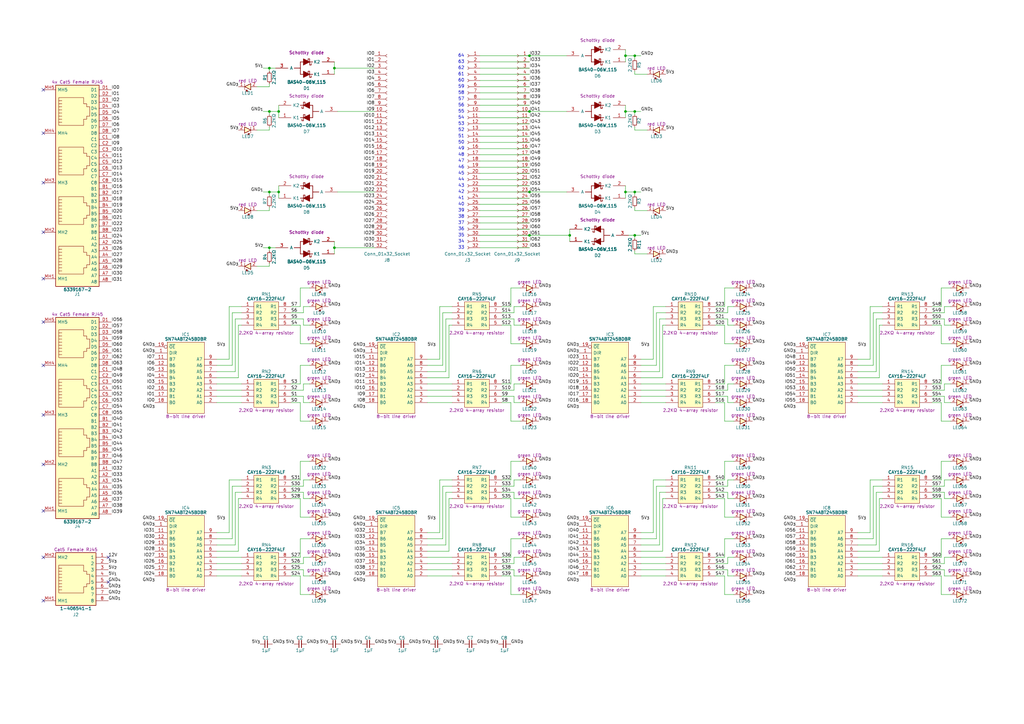
<source format=kicad_sch>
(kicad_sch (version 20250114) (generator "eeschema") (generator_version "9.0")
  (paper "A3")
  (title_block (title "HCP65 64pin Component Tester") (date "2025-08-20") (rev "V1"))
  (lib_symbols
    (symbol "Bourns:CAY16-222F4LF" (pin_names (offset 0.762))
      (property "Reference" "RN" (at 10.16 5.08 0))
      (property "Value" "CAY16-222F4LF" (at 10.16 3.175 0))
      (property "Description" "2.2KΩ 4-array resistor" (at 10.16 -10.795 0))
      (symbol "CAY16-222F4LF_0_0"
        (pin passive line (at 0 0 0) (length 5.08) (name "R1") (number "1"))
        (pin passive line (at 0 -2.54 0) (length 5.08) (name "R2") (number "2"))
        (pin passive line (at 0 -5.08 0) (length 5.08) (name "R3") (number "3"))
        (pin passive line (at 0 -7.62 0) (length 5.08) (name "R4") (number "4"))
        (pin passive line (at 20.32 0 180) (length 5.08) (name "R1") (number "8"))
        (pin passive line (at 20.32 -2.54 180) (length 5.08) (name "R2") (number "7"))
        (pin passive line (at 20.32 -5.08 180) (length 5.08) (name "R3") (number "6"))
        (pin passive line (at 20.32 -7.62 180) (length 5.08) (name "R4") (number "5"))
      )
    )
    (symbol "Connector:Conn_01x32_Socket" (pin_names (offset 1.016) (hide yes))
      (property "Reference" "J" (at 0 40.64 0))
      (property "Value" "Conn_01x32_Socket" (at 0 -43.18 0))
      (symbol "Conn_01x32_Socket_1_1"
        (pin passive line (at -5.08 38.1 0) (length 3.81) (name "Pin_1") (number "1"))
        (pin passive line (at -5.08 35.56 0) (length 3.81) (name "Pin_2") (number "2"))
        (pin passive line (at -5.08 33.02 0) (length 3.81) (name "Pin_3") (number "3"))
        (pin passive line (at -5.08 30.48 0) (length 3.81) (name "Pin_4") (number "4"))
        (pin passive line (at -5.08 27.94 0) (length 3.81) (name "Pin_5") (number "5"))
        (pin passive line (at -5.08 25.4 0) (length 3.81) (name "Pin_6") (number "6"))
        (pin passive line (at -5.08 22.86 0) (length 3.81) (name "Pin_7") (number "7"))
        (pin passive line (at -5.08 20.32 0) (length 3.81) (name "Pin_8") (number "8"))
        (pin passive line (at -5.08 17.78 0) (length 3.81) (name "Pin_9") (number "9"))
        (pin passive line (at -5.08 15.24 0) (length 3.81) (name "Pin_10") (number "10"))
        (pin passive line (at -5.08 12.7 0) (length 3.81) (name "Pin_11") (number "11"))
        (pin passive line (at -5.08 10.16 0) (length 3.81) (name "Pin_12") (number "12"))
        (pin passive line (at -5.08 7.62 0) (length 3.81) (name "Pin_13") (number "13"))
        (pin passive line (at -5.08 5.08 0) (length 3.81) (name "Pin_14") (number "14"))
        (pin passive line (at -5.08 2.54 0) (length 3.81) (name "Pin_15") (number "15"))
        (pin passive line (at -5.08 0 0) (length 3.81) (name "Pin_16") (number "16"))
        (pin passive line (at -5.08 -2.54 0) (length 3.81) (name "Pin_17") (number "17"))
        (pin passive line (at -5.08 -5.08 0) (length 3.81) (name "Pin_18") (number "18"))
        (pin passive line (at -5.08 -7.62 0) (length 3.81) (name "Pin_19") (number "19"))
        (pin passive line (at -5.08 -10.16 0) (length 3.81) (name "Pin_20") (number "20"))
        (pin passive line (at -5.08 -12.7 0) (length 3.81) (name "Pin_21") (number "21"))
        (pin passive line (at -5.08 -15.24 0) (length 3.81) (name "Pin_22") (number "22"))
        (pin passive line (at -5.08 -17.78 0) (length 3.81) (name "Pin_23") (number "23"))
        (pin passive line (at -5.08 -20.32 0) (length 3.81) (name "Pin_24") (number "24"))
        (pin passive line (at -5.08 -22.86 0) (length 3.81) (name "Pin_25") (number "25"))
        (pin passive line (at -5.08 -25.4 0) (length 3.81) (name "Pin_26") (number "26"))
        (pin passive line (at -5.08 -27.94 0) (length 3.81) (name "Pin_27") (number "27"))
        (pin passive line (at -5.08 -30.48 0) (length 3.81) (name "Pin_28") (number "28"))
        (pin passive line (at -5.08 -33.02 0) (length 3.81) (name "Pin_29") (number "29"))
        (pin passive line (at -5.08 -35.56 0) (length 3.81) (name "Pin_30") (number "30"))
        (pin passive line (at -5.08 -38.1 0) (length 3.81) (name "Pin_31") (number "31"))
        (pin passive line (at -5.08 -40.64 0) (length 3.81) (name "Pin_32") (number "32"))
      )
    )
    (symbol "HCP65:C_0805" (pin_numbers (hide yes)) (pin_names (offset 0.254) (hide yes))
      (property "Reference" "C" (at 2.286 2.54 0))
      (property "Value" "?μF" (at 2.54 -2.54 0))
      (symbol "C_0805_1_1"
        (pin passive line (at 0 0 0) (length 2.032) (name "~") (number "1"))
        (pin passive line (at 5.08 0 180) (length 2.032) (name "~") (number "2"))
      )
    )
    (symbol "HCP65:R_0805" (pin_numbers (hide yes)) (pin_names (hide yes))
      (property "Reference" "R" (at 2.54 1.778 0))
      (property "Value" "?Ω" (at 2.54 -1.905 0))
      (symbol "R_0805_1_1"
        (pin passive line (at 0 0 0) (length 0.72) (name "~") (number "1"))
        (pin passive line (at 5.08 0 180) (length 0.72) (name "~") (number "2"))
      )
    )
    (symbol "Nexperia:BAS40-06W,115" (pin_names (offset 0.762))
      (property "Reference" "D" (at 2.54 -5.715 0))
      (property "Value" "BAS40-06W,115" (at 2.54 -8.255 0))
      (property "Description" "Schottky diode" (at 2.54 -20.32 0))
      (symbol "BAS40-06W,115_0_0"
        (pin passive line (at -8.89 -11.43 0) (length 5.08) (name "K1") (number "1"))
        (pin passive line (at -8.89 -16.51 0) (length 5.08) (name "K2") (number "2"))
      )
      (symbol "BAS40-06W,115_1_0"
        (pin passive line (at 15.24 -13.97 180) (length 5.08) (name "A") (number "3"))
      )
    )
    (symbol "TE_Connectivity:1-406541-1" (pin_names (offset 0.762))
      (property "Reference" "J" (at -13.335 5.715 0))
      (property "Value" "1-406541-1" (at -13.335 3.175 0))
      (property "Description" "Cat5 Female RJ45" (at -13.335 -20.955 0))
      (symbol "1-406541-1_0_0"
        (pin passive line (at 0 0 180) (length 5.08) (name "8") (number "8"))
        (pin passive line (at 0 -2.54 180) (length 5.08) (name "7") (number "7"))
        (pin passive line (at 0 -5.08 180) (length 5.08) (name "6") (number "6"))
        (pin passive line (at 0 -7.62 180) (length 5.08) (name "5") (number "5"))
        (pin passive line (at 0 -10.16 180) (length 5.08) (name "4") (number "4"))
        (pin passive line (at 0 -12.7 180) (length 5.08) (name "3") (number "3"))
        (pin passive line (at 0 -15.24 180) (length 5.08) (name "2") (number "2"))
        (pin passive line (at 0 -17.78 180) (length 5.08) (name "1") (number "1"))
      )
      (symbol "1-406541-1_1_0"
        (pin passive line (at -26.67 0 0) (length 5.08) (name "MH1") (number "MH1"))
        (pin passive line (at -26.67 -17.78 0) (length 5.08) (name "MH2") (number "MH2"))
      )
    )
    (symbol "TE_Connectivity:6339167-2" (pin_names (offset 0.762))
      (property "Reference" "J" (at -13.97 5.08 0))
      (property "Value" "6339167-2" (at -13.97 3.175 0))
      (property "Description" "4x Cat5 Female RJ45" (at -13.97 -81.915 0))
      (symbol "6339167-2_0_0"
        (pin passive line (at -27.94 -1.27 0) (length 5.08) (name "MH1") (number "MH1"))
        (pin passive line (at -27.94 -20.32 0) (length 5.08) (name "MH2") (number "MH2"))
        (pin passive line (at -27.94 -40.64 0) (length 5.08) (name "MH3") (number "MH3"))
        (pin passive line (at -27.94 -60.96 0) (length 5.08) (name "MH4") (number "MH4"))
        (pin passive line (at -27.94 -78.74 0) (length 5.08) (name "MH5") (number "MH5"))
        (pin passive line (at 0 0 180) (length 5.08) (name "A8") (number "A8"))
        (pin passive line (at 0 -2.54 180) (length 5.08) (name "A7") (number "A7"))
        (pin passive line (at 0 -5.08 180) (length 5.08) (name "A6") (number "A6"))
        (pin passive line (at 0 -7.62 180) (length 5.08) (name "A5") (number "A5"))
        (pin passive line (at 0 -10.16 180) (length 5.08) (name "A4") (number "A4"))
        (pin passive line (at 0 -12.7 180) (length 5.08) (name "A3") (number "A3"))
        (pin passive line (at 0 -15.24 180) (length 5.08) (name "A2") (number "A2"))
        (pin passive line (at 0 -17.78 180) (length 5.08) (name "A1") (number "A1"))
        (pin passive line (at 0 -20.32 180) (length 5.08) (name "B8") (number "B8"))
        (pin passive line (at 0 -22.86 180) (length 5.08) (name "B7") (number "B7"))
        (pin passive line (at 0 -25.4 180) (length 5.08) (name "B6") (number "B6"))
        (pin passive line (at 0 -27.94 180) (length 5.08) (name "B5") (number "B5"))
        (pin passive line (at 0 -30.48 180) (length 5.08) (name "B4") (number "B4"))
        (pin passive line (at 0 -33.02 180) (length 5.08) (name "B3") (number "B3"))
        (pin passive line (at 0 -35.56 180) (length 5.08) (name "B2") (number "B2"))
        (pin passive line (at 0 -38.1 180) (length 5.08) (name "B1") (number "B1"))
        (pin passive line (at 0 -40.64 180) (length 5.08) (name "C8") (number "C8"))
        (pin passive line (at 0 -43.18 180) (length 5.08) (name "C7") (number "C7"))
        (pin passive line (at 0 -45.72 180) (length 5.08) (name "C6") (number "C6"))
        (pin passive line (at 0 -48.26 180) (length 5.08) (name "C5") (number "C5"))
        (pin passive line (at 0 -50.8 180) (length 5.08) (name "C4") (number "C4"))
        (pin passive line (at 0 -53.34 180) (length 5.08) (name "C3") (number "C3"))
        (pin passive line (at 0 -55.88 180) (length 5.08) (name "C2") (number "C2"))
        (pin passive line (at 0 -58.42 180) (length 5.08) (name "C1") (number "C1"))
        (pin passive line (at 0 -60.96 180) (length 5.08) (name "D8") (number "D8"))
        (pin passive line (at 0 -63.5 180) (length 5.08) (name "D7") (number "D7"))
        (pin passive line (at 0 -66.04 180) (length 5.08) (name "D6") (number "D6"))
        (pin passive line (at 0 -68.58 180) (length 5.08) (name "D5") (number "D5"))
        (pin passive line (at 0 -71.12 180) (length 5.08) (name "D4") (number "D4"))
        (pin passive line (at 0 -73.66 180) (length 5.08) (name "D3") (number "D3"))
        (pin passive line (at 0 -76.2 180) (length 5.08) (name "D2") (number "D2"))
        (pin passive line (at 0 -78.74 180) (length 5.08) (name "D1") (number "D1"))
      )
    )
    (symbol "Texas_Instruments:SN74ABT245BDBR" (pin_names (offset 0.762))
      (property "Reference" "IC" (at 12.7 5.08 0))
      (property "Value" "SN74ABT245BDBR" (at 12.7 3.175 0))
      (property "Description" "8-bit line driver" (at 12.7 -28.575 0))
      (symbol "SN74ABT245BDBR_0_0"
        (pin input inverted (at 0 0 0) (length 5.08) (name "~{OE}") (number "19"))
        (pin input line (at 0 -2.54 0) (length 5.08) (name "DIR") (number "1"))
        (pin tri_state line (at 0 -5.08 0) (length 5.08) (name "B7") (number "11"))
        (pin tri_state line (at 0 -7.62 0) (length 5.08) (name "B6") (number "12"))
        (pin tri_state line (at 0 -10.16 0) (length 5.08) (name "B5") (number "13"))
        (pin tri_state line (at 0 -12.7 0) (length 5.08) (name "B4") (number "14"))
        (pin tri_state line (at 0 -15.24 0) (length 5.08) (name "B3") (number "15"))
        (pin tri_state line (at 0 -17.78 0) (length 5.08) (name "B2") (number "16"))
        (pin tri_state line (at 0 -20.32 0) (length 5.08) (name "B1") (number "17"))
        (pin tri_state line (at 0 -22.86 0) (length 5.08) (name "B0") (number "18"))
        (pin passive line (at 0 -25.4 0) (length 5.08) (hide yes) (name "GND") (number "10"))
        (pin passive line (at 25.4 0 180) (length 5.08) (hide yes) (name "5V") (number "20"))
        (pin tri_state line (at 25.4 -5.08 180) (length 5.08) (name "A7") (number "9"))
        (pin tri_state line (at 25.4 -7.62 180) (length 5.08) (name "A6") (number "8"))
        (pin tri_state line (at 25.4 -10.16 180) (length 5.08) (name "A5") (number "7"))
        (pin tri_state line (at 25.4 -12.7 180) (length 5.08) (name "A4") (number "6"))
        (pin tri_state line (at 25.4 -15.24 180) (length 5.08) (name "A3") (number "5"))
        (pin tri_state line (at 25.4 -17.78 180) (length 5.08) (name "A2") (number "4"))
        (pin tri_state line (at 25.4 -20.32 180) (length 5.08) (name "A1") (number "3"))
        (pin tri_state line (at 25.4 -22.86 180) (length 5.08) (name "A0") (number "2"))
      )
    )
    (symbol "Wurth_Elektronik:150224SS73100" (pin_names (offset 0.762))
      (property "Reference" "LED" (at 0 1.905 0))
      (property "Description" "red LED" (at 0 -3.175 0))
      (symbol "150224SS73100_0_0"
        (pin passive line (at -3.81 0 0) (length 2.54) (name "~") (number "1"))
        (pin passive line (at 3.81 0 180) (length 2.54) (name "~") (number "2"))
      )
    )
    (symbol "Wurth_Elektronik:150224VS73100A" (pin_names (offset 0.762))
      (property "Reference" "LED" (at 0 1.905 0))
      (property "Description" "green LED" (at 0 -3.175 0))
      (symbol "150224VS73100A_0_0"
        (pin passive line (at -3.81 0 0) (length 2.54) (name "") (number "1"))
        (pin passive line (at 3.81 0 180) (length 2.54) (name "~") (number "2"))
      )
    )
  )
  (text "51" (at 190.5 55.88 0) (effects (font (size 1.27 1.27)) (justify right)))
  (text "45" (at 190.5 71.12 0) (effects (font (size 1.27 1.27)) (justify right)))
  (text "54" (at 190.5 48.26 0) (effects (font (size 1.27 1.27)) (justify right)))
  (text "40" (at 190.5 83.82 0) (effects (font (size 1.27 1.27)) (justify right)))
  (text "63" (at 190.5 25.4 0) (effects (font (size 1.27 1.27)) (justify right)))
  (text "55" (at 190.5 45.72 0) (effects (font (size 1.27 1.27)) (justify right)))
  (text "59" (at 190.5 35.56 0) (effects (font (size 1.27 1.27)) (justify right)))
  (text "62" (at 190.5 27.94 0) (effects (font (size 1.27 1.27)) (justify right)))
  (text "57" (at 190.5 40.64 0) (effects (font (size 1.27 1.27)) (justify right)))
  (text "37" (at 190.5 91.44 0) (effects (font (size 1.27 1.27)) (justify right)))
  (text "56" (at 190.5 43.18 0) (effects (font (size 1.27 1.27)) (justify right)))
  (text "36" (at 190.5 93.98 0) (effects (font (size 1.27 1.27)) (justify right)))
  (text "50" (at 190.5 58.42 0) (effects (font (size 1.27 1.27)) (justify right)))
  (text "33" (at 190.5 101.6 0) (effects (font (size 1.27 1.27)) (justify right)))
  (text "41" (at 190.5 81.28 0) (effects (font (size 1.27 1.27)) (justify right)))
  (text "39" (at 190.5 86.36 0) (effects (font (size 1.27 1.27)) (justify right)))
  (text "35" (at 190.5 96.52 0) (effects (font (size 1.27 1.27)) (justify right)))
  (text "34" (at 190.5 99.06 0) (effects (font (size 1.27 1.27)) (justify right)))
  (text "60" (at 190.5 33.02 0) (effects (font (size 1.27 1.27)) (justify right)))
  (text "47" (at 190.5 66.04 0) (effects (font (size 1.27 1.27)) (justify right)))
  (text "46" (at 190.5 68.58 0) (effects (font (size 1.27 1.27)) (justify right)))
  (text "38" (at 190.5 88.9 0) (effects (font (size 1.27 1.27)) (justify right)))
  (text "43" (at 190.5 76.2 0) (effects (font (size 1.27 1.27)) (justify right)))
  (text "48" (at 190.5 63.5 0) (effects (font (size 1.27 1.27)) (justify right)))
  (text "42" (at 190.5 78.74 0) (effects (font (size 1.27 1.27)) (justify right)))
  (text "58" (at 190.5 38.1 0) (effects (font (size 1.27 1.27)) (justify right)))
  (text "53" (at 190.5 50.8 0) (effects (font (size 1.27 1.27)) (justify right)))
  (text "64" (at 190.5 22.86 0) (effects (font (size 1.27 1.27)) (justify right)))
  (text "52" (at 190.5 53.34 0) (effects (font (size 1.27 1.27)) (justify right)))
  (text "49" (at 190.5 60.96 0) (effects (font (size 1.27 1.27)) (justify right)))
  (text "61" (at 190.5 30.48 0) (effects (font (size 1.27 1.27)) (justify right)))
  (text "44" (at 190.5 73.66 0) (effects (font (size 1.27 1.27)) (justify right)))
  (junction (at 217.17 45.72))
  (junction (at 114.3 45.72))
  (junction (at 110.49 101.6))
  (junction (at 260.35 22.86))
  (junction (at 260.35 96.52))
  (junction (at 137.16 27.94))
  (junction (at 110.49 45.72))
  (junction (at 217.17 96.52))
  (junction (at 256.54 22.86))
  (junction (at 217.17 22.86))
  (junction (at 137.16 101.6))
  (junction (at 233.68 96.52))
  (junction (at 114.3 78.74))
  (junction (at 256.54 78.74))
  (junction (at 217.17 78.74))
  (junction (at 256.54 45.72))
  (junction (at 110.49 27.94))
  (junction (at 260.35 78.74))
  (junction (at 110.49 78.74))
  (junction (at 260.35 45.72))
  (no_connect (at 44.45 238.76))
  (no_connect (at 17.78 54.61))
  (no_connect (at 17.78 246.38))
  (no_connect (at 17.78 149.86))
  (no_connect (at 17.78 95.25))
  (no_connect (at 17.78 74.93))
  (no_connect (at 17.78 228.6))
  (no_connect (at 17.78 190.5))
  (no_connect (at 17.78 170.18))
  (no_connect (at 44.45 228.6))
  (no_connect (at 17.78 209.55))
  (no_connect (at 17.78 132.08))
  (no_connect (at 17.78 36.83))
  (no_connect (at 17.78 114.3))
  (wire (pts (xy 262.89 233.68) (xy 273.05 233.68)))
  (wire (pts (xy 185.42 201.93) (xy 182.88 201.93)))
  (wire (pts (xy 298.45 133.35) (xy 300.99 133.35)))
  (wire (pts (xy 196.85 78.74) (xy 217.17 78.74)))
  (wire (pts (xy 123.19 236.22) (xy 119.38 236.22)))
  (wire (pts (xy 209.55 204.47) (xy 205.74 204.47)))
  (wire (pts (xy 387.35 228.6) (xy 387.35 231.14)))
  (wire (pts (xy 184.15 154.94) (xy 184.15 133.35)))
  (wire (pts (xy 293.37 233.68) (xy 298.45 233.68)))
  (wire (pts (xy 298.45 233.68) (xy 298.45 236.22)))
  (wire (pts (xy 209.55 243.84) (xy 209.55 236.22)))
  (wire (pts (xy 210.82 133.35) (xy 213.36 133.35)))
  (wire (pts (xy 297.18 157.48) (xy 293.37 157.48)))
  (wire (pts (xy 93.98 147.32) (xy 88.9 147.32)))
  (wire (pts (xy 270.51 201.93) (xy 270.51 223.52)))
  (wire (pts (xy 210.82 231.14) (xy 205.74 231.14)))
  (wire (pts (xy 110.49 35.56) (xy 105.41 35.56)))
  (wire (pts (xy 127 140.97) (xy 123.19 140.97)))
  (wire (pts (xy 124.46 133.35) (xy 127 133.35)))
  (wire (pts (xy 386.08 196.85) (xy 382.27 196.85)))
  (wire (pts (xy 356.87 218.44) (xy 351.79 218.44)))
  (wire (pts (xy 196.85 96.52) (xy 217.17 96.52)))
  (wire (pts (xy 123.19 165.1) (xy 119.38 165.1)))
  (wire (pts (xy 210.82 160.02) (xy 205.74 160.02)))
  (wire (pts (xy 182.88 152.4) (xy 175.26 152.4)))
  (wire (pts (xy 185.42 130.81) (xy 182.88 130.81)))
  (wire (pts (xy 88.9 228.6) (xy 99.06 228.6)))
  (wire (pts (xy 175.26 160.02) (xy 185.42 160.02)))
  (wire (pts (xy 256.54 22.86) (xy 256.54 25.4)))
  (wire (pts (xy 386.08 236.22) (xy 382.27 236.22)))
  (wire (pts (xy 298.45 125.73) (xy 298.45 128.27)))
  (wire (pts (xy 298.45 236.22) (xy 300.99 236.22)))
  (wire (pts (xy 209.55 157.48) (xy 205.74 157.48)))
  (wire (pts (xy 262.89 236.22) (xy 273.05 236.22)))
  (wire (pts (xy 210.82 157.48) (xy 210.82 160.02)))
  (wire (pts (xy 97.79 204.47) (xy 99.06 204.47)))
  (wire (pts (xy 124.46 228.6) (xy 124.46 231.14)))
  (wire (pts (xy 297.18 196.85) (xy 293.37 196.85)))
  (wire (pts (xy 96.52 201.93) (xy 96.52 223.52)))
  (wire (pts (xy 95.25 128.27) (xy 95.25 149.86)))
  (wire (pts (xy 210.82 130.81) (xy 210.82 133.35)))
  (wire (pts (xy 180.34 125.73) (xy 180.34 147.32)))
  (wire (pts (xy 297.18 133.35) (xy 293.37 133.35)))
  (wire (pts (xy 386.08 165.1) (xy 382.27 165.1)))
  (wire (pts (xy 213.36 189.23) (xy 209.55 189.23)))
  (wire (pts (xy 123.19 189.23) (xy 123.19 196.85)))
  (wire (pts (xy 180.34 147.32) (xy 175.26 147.32)))
  (wire (pts (xy 360.68 133.35) (xy 361.95 133.35)))
  (wire (pts (xy 119.38 201.93) (xy 124.46 201.93)))
  (wire (pts (xy 297.18 204.47) (xy 293.37 204.47)))
  (wire (pts (xy 119.38 130.81) (xy 124.46 130.81)))
  (wire (pts (xy 260.35 30.48) (xy 265.43 30.48)))
  (wire (pts (xy 386.08 149.86) (xy 386.08 157.48)))
  (wire (pts (xy 209.55 125.73) (xy 205.74 125.73)))
  (wire (pts (xy 386.08 228.6) (xy 382.27 228.6)))
  (wire (pts (xy 361.95 196.85) (xy 356.87 196.85)))
  (wire (pts (xy 270.51 152.4) (xy 262.89 152.4)))
  (wire (pts (xy 389.89 149.86) (xy 386.08 149.86)))
  (wire (pts (xy 262.89 231.14) (xy 273.05 231.14)))
  (wire (pts (xy 196.85 27.94) (xy 217.17 27.94)))
  (wire (pts (xy 137.16 25.4) (xy 137.16 27.94)))
  (wire (pts (xy 110.49 45.72) (xy 110.49 46.99)))
  (wire (pts (xy 233.68 96.52) (xy 233.68 93.98)))
  (wire (pts (xy 110.49 45.72) (xy 107.95 45.72)))
  (wire (pts (xy 123.19 157.48) (xy 119.38 157.48)))
  (wire (pts (xy 389.89 118.11) (xy 386.08 118.11)))
  (wire (pts (xy 124.46 165.1) (xy 127 165.1)))
  (wire (pts (xy 196.85 71.12) (xy 217.17 71.12)))
  (wire (pts (xy 298.45 130.81) (xy 298.45 133.35)))
  (wire (pts (xy 127 118.11) (xy 123.19 118.11)))
  (wire (pts (xy 196.85 88.9) (xy 217.17 88.9)))
  (wire (pts (xy 175.26 233.68) (xy 185.42 233.68)))
  (wire (pts (xy 110.49 53.34) (xy 105.41 53.34)))
  (wire (pts (xy 210.82 204.47) (xy 213.36 204.47)))
  (wire (pts (xy 210.82 196.85) (xy 210.82 199.39)))
  (wire (pts (xy 124.46 204.47) (xy 127 204.47)))
  (wire (pts (xy 213.36 228.6) (xy 210.82 228.6)))
  (wire (pts (xy 209.55 236.22) (xy 205.74 236.22)))
  (wire (pts (xy 359.41 201.93) (xy 359.41 223.52)))
  (wire (pts (xy 213.36 220.98) (xy 209.55 220.98)))
  (wire (pts (xy 213.36 118.11) (xy 209.55 118.11)))
  (wire (pts (xy 124.46 231.14) (xy 119.38 231.14)))
  (wire (pts (xy 210.82 162.56) (xy 210.82 165.1)))
  (wire (pts (xy 262.89 154.94) (xy 271.78 154.94)))
  (wire (pts (xy 260.35 102.87) (xy 260.35 104.14)))
  (wire (pts (xy 137.16 101.6) (xy 137.16 104.14)))
  (wire (pts (xy 185.42 128.27) (xy 181.61 128.27)))
  (wire (pts (xy 389.89 220.98) (xy 386.08 220.98)))
  (wire (pts (xy 386.08 172.72) (xy 386.08 165.1)))
  (wire (pts (xy 356.87 147.32) (xy 351.79 147.32)))
  (wire (pts (xy 137.16 27.94) (xy 137.16 30.48)))
  (wire (pts (xy 196.85 86.36) (xy 217.17 86.36)))
  (wire (pts (xy 124.46 236.22) (xy 127 236.22)))
  (wire (pts (xy 260.35 85.09) (xy 260.35 86.36)))
  (wire (pts (xy 175.26 162.56) (xy 185.42 162.56)))
  (wire (pts (xy 256.54 45.72) (xy 256.54 43.18)))
  (wire (pts (xy 271.78 226.06) (xy 271.78 204.47)))
  (wire (pts (xy 387.35 128.27) (xy 382.27 128.27)))
  (wire (pts (xy 213.36 196.85) (xy 210.82 196.85)))
  (wire (pts (xy 96.52 130.81) (xy 96.52 152.4)))
  (wire (pts (xy 270.51 130.81) (xy 270.51 152.4)))
  (wire (pts (xy 256.54 45.72) (xy 256.54 48.26)))
  (wire (pts (xy 205.74 162.56) (xy 210.82 162.56)))
  (wire (pts (xy 210.82 228.6) (xy 210.82 231.14)))
  (wire (pts (xy 271.78 133.35) (xy 273.05 133.35)))
  (wire (pts (xy 95.25 149.86) (xy 88.9 149.86)))
  (wire (pts (xy 356.87 125.73) (xy 356.87 147.32)))
  (wire (pts (xy 233.68 96.52) (xy 233.68 99.06)))
  (wire (pts (xy 267.97 125.73) (xy 267.97 147.32)))
  (wire (pts (xy 124.46 128.27) (xy 119.38 128.27)))
  (wire (pts (xy 110.49 86.36) (xy 105.41 86.36)))
  (wire (pts (xy 386.08 220.98) (xy 386.08 228.6)))
  (wire (pts (xy 351.79 162.56) (xy 361.95 162.56)))
  (wire (pts (xy 196.85 66.04) (xy 217.17 66.04)))
  (wire (pts (xy 262.89 157.48) (xy 273.05 157.48)))
  (wire (pts (xy 95.25 199.39) (xy 95.25 220.98)))
  (wire (pts (xy 123.19 228.6) (xy 119.38 228.6)))
  (wire (pts (xy 273.05 130.81) (xy 270.51 130.81)))
  (wire (pts (xy 267.97 147.32) (xy 262.89 147.32)))
  (wire (pts (xy 99.06 125.73) (xy 93.98 125.73)))
  (wire (pts (xy 389.89 212.09) (xy 386.08 212.09)))
  (wire (pts (xy 260.35 45.72) (xy 262.89 45.72)))
  (wire (pts (xy 184.15 226.06) (xy 184.15 204.47)))
  (wire (pts (xy 114.3 78.74) (xy 110.49 78.74)))
  (wire (pts (xy 110.49 27.94) (xy 110.49 29.21)))
  (wire (pts (xy 210.82 128.27) (xy 205.74 128.27)))
  (wire (pts (xy 297.18 236.22) (xy 293.37 236.22)))
  (wire (pts (xy 361.95 130.81) (xy 359.41 130.81)))
  (wire (pts (xy 127 149.86) (xy 123.19 149.86)))
  (wire (pts (xy 298.45 201.93) (xy 298.45 204.47)))
  (wire (pts (xy 196.85 58.42) (xy 217.17 58.42)))
  (wire (pts (xy 110.49 109.22) (xy 105.41 109.22)))
  (wire (pts (xy 389.89 157.48) (xy 387.35 157.48)))
  (wire (pts (xy 127 212.09) (xy 123.19 212.09)))
  (wire (pts (xy 360.68 226.06) (xy 360.68 204.47)))
  (wire (pts (xy 358.14 220.98) (xy 351.79 220.98)))
  (wire (pts (xy 260.35 45.72) (xy 260.35 46.99)))
  (wire (pts (xy 96.52 223.52) (xy 88.9 223.52)))
  (wire (pts (xy 124.46 196.85) (xy 124.46 199.39)))
  (wire (pts (xy 209.55 172.72) (xy 209.55 165.1)))
  (wire (pts (xy 97.79 154.94) (xy 97.79 133.35)))
  (wire (pts (xy 382.27 162.56) (xy 387.35 162.56)))
  (wire (pts (xy 209.55 165.1) (xy 205.74 165.1)))
  (wire (pts (xy 260.35 78.74) (xy 260.35 80.01)))
  (wire (pts (xy 114.3 45.72) (xy 114.3 48.26)))
  (wire (pts (xy 88.9 233.68) (xy 99.06 233.68)))
  (wire (pts (xy 210.82 236.22) (xy 213.36 236.22)))
  (wire (pts (xy 185.42 199.39) (xy 181.61 199.39)))
  (wire (pts (xy 387.35 204.47) (xy 389.89 204.47)))
  (wire (pts (xy 213.36 157.48) (xy 210.82 157.48)))
  (wire (pts (xy 273.05 196.85) (xy 267.97 196.85)))
  (wire (pts (xy 361.95 128.27) (xy 358.14 128.27)))
  (wire (pts (xy 175.26 157.48) (xy 185.42 157.48)))
  (wire (pts (xy 386.08 204.47) (xy 382.27 204.47)))
  (wire (pts (xy 127 196.85) (xy 124.46 196.85)))
  (wire (pts (xy 298.45 160.02) (xy 293.37 160.02)))
  (wire (pts (xy 298.45 199.39) (xy 293.37 199.39)))
  (wire (pts (xy 358.14 149.86) (xy 351.79 149.86)))
  (wire (pts (xy 137.16 101.6) (xy 153.67 101.6)))
  (wire (pts (xy 361.95 199.39) (xy 358.14 199.39)))
  (wire (pts (xy 271.78 204.47) (xy 273.05 204.47)))
  (wire (pts (xy 113.03 101.6) (xy 110.49 101.6)))
  (wire (pts (xy 260.35 104.14) (xy 265.43 104.14)))
  (wire (pts (xy 124.46 199.39) (xy 119.38 199.39)))
  (wire (pts (xy 127 220.98) (xy 123.19 220.98)))
  (wire (pts (xy 387.35 125.73) (xy 387.35 128.27)))
  (wire (pts (xy 175.26 236.22) (xy 185.42 236.22)))
  (wire (pts (xy 256.54 45.72) (xy 260.35 45.72)))
  (wire (pts (xy 359.41 152.4) (xy 351.79 152.4)))
  (wire (pts (xy 210.82 201.93) (xy 210.82 204.47)))
  (wire (pts (xy 196.85 40.64) (xy 217.17 40.64)))
  (wire (pts (xy 114.3 45.72) (xy 114.3 43.18)))
  (wire (pts (xy 300.99 212.09) (xy 297.18 212.09)))
  (wire (pts (xy 88.9 157.48) (xy 99.06 157.48)))
  (wire (pts (xy 196.85 25.4) (xy 217.17 25.4)))
  (wire (pts (xy 389.89 196.85) (xy 387.35 196.85)))
  (wire (pts (xy 389.89 189.23) (xy 386.08 189.23)))
  (wire (pts (xy 175.26 165.1) (xy 185.42 165.1)))
  (wire (pts (xy 256.54 78.74) (xy 256.54 76.2)))
  (wire (pts (xy 262.89 162.56) (xy 273.05 162.56)))
  (wire (pts (xy 210.82 125.73) (xy 210.82 128.27)))
  (wire (pts (xy 205.74 130.81) (xy 210.82 130.81)))
  (wire (pts (xy 209.55 196.85) (xy 205.74 196.85)))
  (wire (pts (xy 124.46 130.81) (xy 124.46 133.35)))
  (wire (pts (xy 300.99 157.48) (xy 298.45 157.48)))
  (wire (pts (xy 269.24 199.39) (xy 269.24 220.98)))
  (wire (pts (xy 262.89 228.6) (xy 273.05 228.6)))
  (wire (pts (xy 182.88 223.52) (xy 175.26 223.52)))
  (wire (pts (xy 123.19 133.35) (xy 119.38 133.35)))
  (wire (pts (xy 300.99 125.73) (xy 298.45 125.73)))
  (wire (pts (xy 123.19 204.47) (xy 119.38 204.47)))
  (wire (pts (xy 260.35 86.36) (xy 265.43 86.36)))
  (wire (pts (xy 99.06 128.27) (xy 95.25 128.27)))
  (wire (pts (xy 196.85 63.5) (xy 217.17 63.5)))
  (wire (pts (xy 297.18 228.6) (xy 293.37 228.6)))
  (wire (pts (xy 124.46 125.73) (xy 124.46 128.27)))
  (wire (pts (xy 382.27 233.68) (xy 387.35 233.68)))
  (wire (pts (xy 262.89 226.06) (xy 271.78 226.06)))
  (wire (pts (xy 209.55 149.86) (xy 209.55 157.48)))
  (wire (pts (xy 137.16 99.06) (xy 137.16 101.6)))
  (wire (pts (xy 351.79 160.02) (xy 361.95 160.02)))
  (wire (pts (xy 382.27 130.81) (xy 387.35 130.81)))
  (wire (pts (xy 297.18 118.11) (xy 297.18 125.73)))
  (wire (pts (xy 298.45 204.47) (xy 300.99 204.47)))
  (wire (pts (xy 387.35 231.14) (xy 382.27 231.14)))
  (wire (pts (xy 196.85 43.18) (xy 217.17 43.18)))
  (wire (pts (xy 114.3 45.72) (xy 110.49 45.72)))
  (wire (pts (xy 184.15 204.47) (xy 185.42 204.47)))
  (wire (pts (xy 300.99 118.11) (xy 297.18 118.11)))
  (wire (pts (xy 196.85 60.96) (xy 217.17 60.96)))
  (wire (pts (xy 182.88 201.93) (xy 182.88 223.52)))
  (wire (pts (xy 213.36 212.09) (xy 209.55 212.09)))
  (wire (pts (xy 123.19 149.86) (xy 123.19 157.48)))
  (wire (pts (xy 175.26 231.14) (xy 185.42 231.14)))
  (wire (pts (xy 386.08 212.09) (xy 386.08 204.47)))
  (wire (pts (xy 300.99 243.84) (xy 297.18 243.84)))
  (wire (pts (xy 99.06 130.81) (xy 96.52 130.81)))
  (wire (pts (xy 293.37 130.81) (xy 298.45 130.81)))
  (wire (pts (xy 386.08 118.11) (xy 386.08 125.73)))
  (wire (pts (xy 124.46 201.93) (xy 124.46 204.47)))
  (wire (pts (xy 298.45 228.6) (xy 298.45 231.14)))
  (wire (pts (xy 196.85 33.02) (xy 217.17 33.02)))
  (wire (pts (xy 298.45 231.14) (xy 293.37 231.14)))
  (wire (pts (xy 110.49 101.6) (xy 110.49 102.87)))
  (wire (pts (xy 387.35 201.93) (xy 387.35 204.47)))
  (wire (pts (xy 387.35 199.39) (xy 382.27 199.39)))
  (wire (pts (xy 351.79 236.22) (xy 361.95 236.22)))
  (wire (pts (xy 298.45 128.27) (xy 293.37 128.27)))
  (wire (pts (xy 361.95 201.93) (xy 359.41 201.93)))
  (wire (pts (xy 270.51 223.52) (xy 262.89 223.52)))
  (wire (pts (xy 300.99 172.72) (xy 297.18 172.72)))
  (wire (pts (xy 119.38 233.68) (xy 124.46 233.68)))
  (wire (pts (xy 297.18 125.73) (xy 293.37 125.73)))
  (wire (pts (xy 386.08 243.84) (xy 386.08 236.22)))
  (wire (pts (xy 196.85 83.82) (xy 217.17 83.82)))
  (wire (pts (xy 97.79 133.35) (xy 99.06 133.35)))
  (wire (pts (xy 386.08 133.35) (xy 382.27 133.35)))
  (wire (pts (xy 185.42 196.85) (xy 180.34 196.85)))
  (wire (pts (xy 273.05 125.73) (xy 267.97 125.73)))
  (wire (pts (xy 269.24 128.27) (xy 269.24 149.86)))
  (wire (pts (xy 127 189.23) (xy 123.19 189.23)))
  (wire (pts (xy 297.18 212.09) (xy 297.18 204.47)))
  (wire (pts (xy 213.36 149.86) (xy 209.55 149.86)))
  (wire (pts (xy 273.05 201.93) (xy 270.51 201.93)))
  (wire (pts (xy 137.16 27.94) (xy 153.67 27.94)))
  (wire (pts (xy 88.9 231.14) (xy 99.06 231.14)))
  (wire (pts (xy 293.37 162.56) (xy 298.45 162.56)))
  (wire (pts (xy 262.89 165.1) (xy 273.05 165.1)))
  (wire (pts (xy 387.35 157.48) (xy 387.35 160.02)))
  (wire (pts (xy 123.19 125.73) (xy 119.38 125.73)))
  (wire (pts (xy 351.79 165.1) (xy 361.95 165.1)))
  (wire (pts (xy 196.85 81.28) (xy 217.17 81.28)))
  (wire (pts (xy 387.35 165.1) (xy 389.89 165.1)))
  (wire (pts (xy 213.36 125.73) (xy 210.82 125.73)))
  (wire (pts (xy 181.61 220.98) (xy 175.26 220.98)))
  (wire (pts (xy 210.82 165.1) (xy 213.36 165.1)))
  (wire (pts (xy 389.89 125.73) (xy 387.35 125.73)))
  (wire (pts (xy 260.35 22.86) (xy 262.89 22.86)))
  (wire (pts (xy 260.35 52.07) (xy 260.35 53.34)))
  (wire (pts (xy 351.79 233.68) (xy 361.95 233.68)))
  (wire (pts (xy 351.79 154.94) (xy 360.68 154.94)))
  (wire (pts (xy 300.99 220.98) (xy 297.18 220.98)))
  (wire (pts (xy 185.42 125.73) (xy 180.34 125.73)))
  (wire (pts (xy 110.49 101.6) (xy 107.95 101.6)))
  (wire (pts (xy 127 172.72) (xy 123.19 172.72)))
  (wire (pts (xy 360.68 154.94) (xy 360.68 133.35)))
  (wire (pts (xy 196.85 48.26) (xy 217.17 48.26)))
  (wire (pts (xy 262.89 160.02) (xy 273.05 160.02)))
  (wire (pts (xy 300.99 149.86) (xy 297.18 149.86)))
  (wire (pts (xy 260.35 29.21) (xy 260.35 30.48)))
  (wire (pts (xy 110.49 78.74) (xy 107.95 78.74)))
  (wire (pts (xy 110.49 85.09) (xy 110.49 86.36)))
  (wire (pts (xy 387.35 236.22) (xy 389.89 236.22)))
  (wire (pts (xy 213.36 140.97) (xy 209.55 140.97)))
  (wire (pts (xy 387.35 162.56) (xy 387.35 165.1)))
  (wire (pts (xy 217.17 22.86) (xy 232.41 22.86)))
  (wire (pts (xy 123.19 196.85) (xy 119.38 196.85)))
  (wire (pts (xy 127 228.6) (xy 124.46 228.6)))
  (wire (pts (xy 196.85 30.48) (xy 217.17 30.48)))
  (wire (pts (xy 297.18 140.97) (xy 297.18 133.35)))
  (wire (pts (xy 196.85 22.86) (xy 217.17 22.86)))
  (wire (pts (xy 298.45 162.56) (xy 298.45 165.1)))
  (wire (pts (xy 181.61 199.39) (xy 181.61 220.98)))
  (wire (pts (xy 297.18 243.84) (xy 297.18 236.22)))
  (wire (pts (xy 127 243.84) (xy 123.19 243.84)))
  (wire (pts (xy 93.98 218.44) (xy 88.9 218.44)))
  (wire (pts (xy 196.85 35.56) (xy 217.17 35.56)))
  (wire (pts (xy 209.55 118.11) (xy 209.55 125.73)))
  (wire (pts (xy 119.38 162.56) (xy 124.46 162.56)))
  (wire (pts (xy 358.14 199.39) (xy 358.14 220.98)))
  (wire (pts (xy 356.87 196.85) (xy 356.87 218.44)))
  (wire (pts (xy 88.9 162.56) (xy 99.06 162.56)))
  (wire (pts (xy 300.99 189.23) (xy 297.18 189.23)))
  (wire (pts (xy 210.82 233.68) (xy 210.82 236.22)))
  (wire (pts (xy 124.46 162.56) (xy 124.46 165.1)))
  (wire (pts (xy 351.79 231.14) (xy 361.95 231.14)))
  (wire (pts (xy 213.36 172.72) (xy 209.55 172.72)))
  (wire (pts (xy 124.46 157.48) (xy 124.46 160.02)))
  (wire (pts (xy 260.35 96.52) (xy 260.35 97.79)))
  (wire (pts (xy 196.85 99.06) (xy 217.17 99.06)))
  (wire (pts (xy 256.54 22.86) (xy 256.54 20.32)))
  (wire (pts (xy 196.85 93.98) (xy 217.17 93.98)))
  (wire (pts (xy 359.41 223.52) (xy 351.79 223.52)))
  (wire (pts (xy 217.17 45.72) (xy 232.41 45.72)))
  (wire (pts (xy 88.9 154.94) (xy 97.79 154.94)))
  (wire (pts (xy 257.81 96.52) (xy 260.35 96.52)))
  (wire (pts (xy 184.15 133.35) (xy 185.42 133.35)))
  (wire (pts (xy 209.55 228.6) (xy 205.74 228.6)))
  (wire (pts (xy 196.85 55.88) (xy 217.17 55.88)))
  (wire (pts (xy 196.85 53.34) (xy 217.17 53.34)))
  (wire (pts (xy 196.85 68.58) (xy 217.17 68.58)))
  (wire (pts (xy 267.97 196.85) (xy 267.97 218.44)))
  (wire (pts (xy 293.37 201.93) (xy 298.45 201.93)))
  (wire (pts (xy 123.19 118.11) (xy 123.19 125.73)))
  (wire (pts (xy 298.45 196.85) (xy 298.45 199.39)))
  (wire (pts (xy 267.97 218.44) (xy 262.89 218.44)))
  (wire (pts (xy 269.24 149.86) (xy 262.89 149.86)))
  (wire (pts (xy 97.79 226.06) (xy 97.79 204.47)))
  (wire (pts (xy 213.36 243.84) (xy 209.55 243.84)))
  (wire (pts (xy 217.17 96.52) (xy 233.68 96.52)))
  (wire (pts (xy 260.35 22.86) (xy 260.35 24.13)))
  (wire (pts (xy 196.85 76.2) (xy 217.17 76.2)))
  (wire (pts (xy 209.55 220.98) (xy 209.55 228.6)))
  (wire (pts (xy 358.14 128.27) (xy 358.14 149.86)))
  (wire (pts (xy 88.9 236.22) (xy 99.06 236.22)))
  (wire (pts (xy 123.19 220.98) (xy 123.19 228.6)))
  (wire (pts (xy 99.06 199.39) (xy 95.25 199.39)))
  (wire (pts (xy 260.35 78.74) (xy 262.89 78.74)))
  (wire (pts (xy 256.54 78.74) (xy 256.54 81.28)))
  (wire (pts (xy 209.55 140.97) (xy 209.55 133.35)))
  (wire (pts (xy 88.9 160.02) (xy 99.06 160.02)))
  (wire (pts (xy 123.19 212.09) (xy 123.19 204.47)))
  (wire (pts (xy 298.45 165.1) (xy 300.99 165.1)))
  (wire (pts (xy 196.85 91.44) (xy 217.17 91.44)))
  (wire (pts (xy 110.49 52.07) (xy 110.49 53.34)))
  (wire (pts (xy 138.43 45.72) (xy 153.67 45.72)))
  (wire (pts (xy 273.05 128.27) (xy 269.24 128.27)))
  (wire (pts (xy 88.9 226.06) (xy 97.79 226.06)))
  (wire (pts (xy 387.35 160.02) (xy 382.27 160.02)))
  (wire (pts (xy 351.79 157.48) (xy 361.95 157.48)))
  (wire (pts (xy 256.54 78.74) (xy 260.35 78.74)))
  (wire (pts (xy 123.19 243.84) (xy 123.19 236.22)))
  (wire (pts (xy 196.85 38.1) (xy 217.17 38.1)))
  (wire (pts (xy 256.54 22.86) (xy 260.35 22.86)))
  (wire (pts (xy 386.08 157.48) (xy 382.27 157.48)))
  (wire (pts (xy 269.24 220.98) (xy 262.89 220.98)))
  (wire (pts (xy 300.99 140.97) (xy 297.18 140.97)))
  (wire (pts (xy 110.49 34.29) (xy 110.49 35.56)))
  (wire (pts (xy 382.27 201.93) (xy 387.35 201.93)))
  (wire (pts (xy 297.18 220.98) (xy 297.18 228.6)))
  (wire (pts (xy 273.05 199.39) (xy 269.24 199.39)))
  (wire (pts (xy 123.19 140.97) (xy 123.19 133.35)))
  (wire (pts (xy 175.26 154.94) (xy 184.15 154.94)))
  (wire (pts (xy 271.78 154.94) (xy 271.78 133.35)))
  (wire (pts (xy 93.98 125.73) (xy 93.98 147.32)))
  (wire (pts (xy 196.85 101.6) (xy 217.17 101.6)))
  (wire (pts (xy 387.35 133.35) (xy 389.89 133.35)))
  (wire (pts (xy 387.35 196.85) (xy 387.35 199.39)))
  (wire (pts (xy 389.89 243.84) (xy 386.08 243.84)))
  (wire (pts (xy 95.25 220.98) (xy 88.9 220.98)))
  (wire (pts (xy 205.74 233.68) (xy 210.82 233.68)))
  (wire (pts (xy 124.46 233.68) (xy 124.46 236.22)))
  (wire (pts (xy 196.85 73.66) (xy 217.17 73.66)))
  (wire (pts (xy 196.85 45.72) (xy 217.17 45.72)))
  (wire (pts (xy 124.46 160.02) (xy 119.38 160.02)))
  (wire (pts (xy 110.49 107.95) (xy 110.49 109.22)))
  (wire (pts (xy 389.89 140.97) (xy 386.08 140.97)))
  (wire (pts (xy 210.82 199.39) (xy 205.74 199.39)))
  (wire (pts (xy 361.95 125.73) (xy 356.87 125.73)))
  (wire (pts (xy 182.88 130.81) (xy 182.88 152.4)))
  (wire (pts (xy 260.35 96.52) (xy 262.89 96.52)))
  (wire (pts (xy 127 157.48) (xy 124.46 157.48)))
  (wire (pts (xy 209.55 189.23) (xy 209.55 196.85)))
  (wire (pts (xy 181.61 149.86) (xy 175.26 149.86)))
  (wire (pts (xy 300.99 196.85) (xy 298.45 196.85)))
  (wire (pts (xy 196.85 50.8) (xy 217.17 50.8)))
  (wire (pts (xy 96.52 152.4) (xy 88.9 152.4)))
  (wire (pts (xy 114.3 78.74) (xy 114.3 81.28)))
  (wire (pts (xy 123.19 172.72) (xy 123.19 165.1)))
  (wire (pts (xy 359.41 130.81) (xy 359.41 152.4)))
  (wire (pts (xy 110.49 27.94) (xy 107.95 27.94)))
  (wire (pts (xy 300.99 228.6) (xy 298.45 228.6)))
  (wire (pts (xy 386.08 189.23) (xy 386.08 196.85)))
  (wire (pts (xy 297.18 165.1) (xy 293.37 165.1)))
  (wire (pts (xy 127 125.73) (xy 124.46 125.73)))
  (wire (pts (xy 175.26 228.6) (xy 185.42 228.6)))
  (wire (pts (xy 99.06 201.93) (xy 96.52 201.93)))
  (wire (pts (xy 386.08 125.73) (xy 382.27 125.73)))
  (wire (pts (xy 360.68 204.47) (xy 361.95 204.47)))
  (wire (pts (xy 99.06 196.85) (xy 93.98 196.85)))
  (wire (pts (xy 351.79 228.6) (xy 361.95 228.6)))
  (wire (pts (xy 297.18 172.72) (xy 297.18 165.1)))
  (wire (pts (xy 297.18 189.23) (xy 297.18 196.85)))
  (wire (pts (xy 93.98 196.85) (xy 93.98 218.44)))
  (wire (pts (xy 209.55 133.35) (xy 205.74 133.35)))
  (wire (pts (xy 180.34 218.44) (xy 175.26 218.44)))
  (wire (pts (xy 209.55 212.09) (xy 209.55 204.47)))
  (wire (pts (xy 113.03 27.94) (xy 110.49 27.94)))
  (wire (pts (xy 386.08 140.97) (xy 386.08 133.35)))
  (wire (pts (xy 181.61 128.27) (xy 181.61 149.86)))
  (wire (pts (xy 387.35 130.81) (xy 387.35 133.35)))
  (wire (pts (xy 297.18 149.86) (xy 297.18 157.48)))
  (wire (pts (xy 389.89 228.6) (xy 387.35 228.6)))
  (wire (pts (xy 180.34 196.85) (xy 180.34 218.44)))
  (wire (pts (xy 205.74 201.93) (xy 210.82 201.93)))
  (wire (pts (xy 88.9 165.1) (xy 99.06 165.1)))
  (wire (pts (xy 389.89 172.72) (xy 386.08 172.72)))
  (wire (pts (xy 260.35 53.34) (xy 265.43 53.34)))
  (wire (pts (xy 351.79 226.06) (xy 360.68 226.06)))
  (wire (pts (xy 110.49 78.74) (xy 110.49 80.01)))
  (wire (pts (xy 387.35 233.68) (xy 387.35 236.22)))
  (wire (pts (xy 217.17 78.74) (xy 232.41 78.74)))
  (wire (pts (xy 175.26 226.06) (xy 184.15 226.06)))
  (wire (pts (xy 298.45 157.48) (xy 298.45 160.02)))
  (wire (pts (xy 138.43 78.74) (xy 153.67 78.74)))
  (wire (pts (xy 114.3 78.74) (xy 114.3 76.2)))
  (label "GND_{3}" (at 308.61 157.48 0))
  (label "GND_{1}" (at 262.89 45.72 0))
  (label "GND_{3}" (at 397.51 196.85 0))
  (label "S6" (at 119.38 128.27 0))
  (label "S41" (at 293.37 199.39 0))
  (label "S12" (at 205.74 133.35 0))
  (label "IO61" (at 217.17 96.52 0))
  (label "5V_{3}" (at 134.62 264.16 180))
  (label "GND_{3}" (at 308.61 220.98 0))
  (label "S17" (at 293.37 162.56 0))
  (label "5V_{3}" (at 175.26 142.24 0))
  (label "IO44" (at 45.72 182.88 0))
  (label "5V_{3}" (at 262.89 213.36 0))
  (label "GND_{3}" (at 149.86 142.24 180))
  (label "GND_{3}" (at 397.51 204.47 0))
  (label "IO13" (at 153.67 55.88 180))
  (label "GND_{3}" (at 220.98 140.97 0))
  (label "IO5" (at 45.72 49.53 0))
  (label "S19" (at 293.37 157.48 0))
  (label "IO39" (at 217.17 40.64 0))
  (label "IO54" (at 326.39 162.56 180))
  (label "GND_{3}" (at 326.39 167.64 180))
  (label "GND_{3}" (at 134.62 133.35 0))
  (label "GND_{3}" (at 134.62 157.48 0))
  (label "IO27" (at 153.67 91.44 180))
  (label "GND_{3}" (at 220.98 165.1 0))
  (label "IO43" (at 237.49 226.06 180))
  (label "IO29" (at 45.72 110.49 0))
  (label "S15" (at 205.74 125.73 0))
  (label "GND_{3}" (at 134.62 165.1 0))
  (label "S50" (at 382.27 130.81 0))
  (label "IO9" (at 153.67 45.72 180))
  (label "IO24" (at 153.67 83.82 180))
  (label "S34" (at 205.74 201.93 0))
  (label "IO54" (at 217.17 78.74 0))
  (label "IO4" (at 45.72 46.99 0))
  (label "5V_{3}" (at 120.65 264.16 180))
  (label "IO1" (at 153.67 25.4 180))
  (label "IO53" (at 45.72 165.1 0))
  (label "IO2" (at 153.67 27.94 180))
  (label "IO38" (at 217.17 38.1 0))
  (label "GND_{3}" (at 308.61 243.84 0))
  (label "GND_{3}" (at 308.61 196.85 0))
  (label "S49" (at 382.27 128.27 0))
  (label "IO34" (at 45.72 198.12 0))
  (label "GND_{3}" (at 397.51 220.98 0))
  (label "IO12" (at 45.72 67.31 0))
  (label "GND_{3}" (at 220.98 157.48 0))
  (label "IO17" (at 45.72 80.01 0))
  (label "5V_{1}" (at 107.95 27.94 180))
  (label "IO36" (at 217.17 33.02 0))
  (label "IO8" (at 153.67 43.18 180))
  (label "GND_{3}" (at 134.62 125.73 0))
  (label "GND_{3}" (at 237.49 213.36 180))
  (label "GND_{3}" (at 308.61 149.86 0))
  (label "GND_{3}" (at 308.61 118.11 0))
  (label "IO23" (at 237.49 147.32 180))
  (label "IO63" (at 217.17 101.6 0))
  (label "S58" (at 382.27 201.93 0))
  (label "IO19" (at 237.49 157.48 180))
  (label "IO47" (at 45.72 190.5 0))
  (label "5V_{3}" (at 273.05 86.36 0))
  (label "IO25" (at 153.67 86.36 180))
  (label "GND_{3}" (at 237.49 144.78 180))
  (label "GND_{3}" (at 220.98 133.35 0))
  (label "IO3" (at 153.67 30.48 180))
  (label "S7" (at 119.38 125.73 0))
  (label "IO60" (at 326.39 228.6 180))
  (label "IO60" (at 45.72 142.24 0))
  (label "IO35" (at 217.17 30.48 0))
  (label "IO51" (at 45.72 160.02 0))
  (label "IO51" (at 326.39 154.94 180))
  (label "IO10" (at 153.67 48.26 180))
  (label "GND_{3}" (at 44.45 241.3 0))
  (label "GND_{3}" (at 134.62 149.86 0))
  (label "GND_{3}" (at 63.5 167.64 180))
  (label "GND_{3}" (at 134.62 172.72 0))
  (label "5V_{3}" (at 97.79 53.34 180))
  (label "IO43" (at 217.17 50.8 0))
  (label "IO15" (at 149.86 147.32 180))
  (label "GND_{3}" (at 237.49 167.64 180))
  (label "IO26" (at 45.72 102.87 0))
  (label "GND_{1}" (at 44.45 246.38 0))
  (label "IO11" (at 45.72 64.77 0))
  (label "S0" (at 119.38 165.1 0))
  (label "5V_{3}" (at 262.89 142.24 0))
  (label "GND_{3}" (at 308.61 189.23 0))
  (label "S42" (at 293.37 201.93 0))
  (label "S59" (at 382.27 204.47 0))
  (label "GND_{3}" (at 397.51 157.48 0))
  (label "GND_{3}" (at 134.62 140.97 0))
  (label "IO49" (at 326.39 149.86 180))
  (label "IO32" (at 45.72 193.04 0))
  (label "GND_{3}" (at 63.5 213.36 180))
  (label "GND_{3}" (at 326.39 144.78 180))
  (label "GND_{3}" (at 397.51 172.72 0))
  (label "IO27" (at 63.5 228.6 180))
  (label "IO20" (at 153.67 73.66 180))
  (label "IO59" (at 45.72 139.7 0))
  (label "IO30" (at 63.5 220.98 180))
  (label "IO33" (at 217.17 25.4 0))
  (label "5V_{1}" (at 262.89 96.52 0))
  (label "IO4" (at 63.5 154.94 180))
  (label "S60" (at 382.27 228.6 0))
  (label "IO28" (at 153.67 93.98 180))
  (label "IO23" (at 45.72 95.25 0))
  (label "GND_{3}" (at 149.86 238.76 180))
  (label "GND_{3}" (at 153.67 264.16 0))
  (label "GND_{4}" (at 44.45 238.76 0))
  (label "S48" (at 382.27 125.73 0))
  (label "IO41" (at 237.49 220.98 180))
  (label "GND_{3}" (at 273.05 104.14 0))
  (label "IO35" (at 149.86 226.06 180))
  (label "5V_{3}" (at 148.59 264.16 180))
  (label "GND_{3}" (at 397.51 149.86 0))
  (label "GND_{3}" (at 308.61 172.72 0))
  (label "S55" (at 382.27 165.1 0))
  (label "IO29" (at 63.5 223.52 180))
  (label "IO56" (at 326.39 218.44 180))
  (label "IO13" (at 149.86 152.4 180))
  (label "GND_{3}" (at 220.98 172.72 0))
  (label "GND_{3}" (at 326.39 213.36 180))
  (label "IO25" (at 63.5 233.68 180))
  (label "IO37" (at 45.72 205.74 0))
  (label "S63" (at 382.27 236.22 0))
  (label "GND_{3}" (at 397.51 212.09 0))
  (label "GND_{3}" (at 220.98 196.85 0))
  (label "IO46" (at 237.49 233.68 180))
  (label "IO50" (at 45.72 157.48 0))
  (label "S27" (at 119.38 228.6 0))
  (label "IO18" (at 153.67 68.58 180))
  (label "S43" (at 293.37 204.47 0))
  (label "IO28" (at 45.72 107.95 0))
  (label "S35" (at 205.74 204.47 0))
  (label "IO47" (at 237.49 236.22 180))
  (label "GND_{3}" (at 397.51 236.22 0))
  (label "GND_{3}" (at 237.49 215.9 180))
  (label "S28" (at 119.38 204.47 0))
  (label "IO45" (at 217.17 55.88 0))
  (label "IO61" (at 326.39 231.14 180))
  (label "IO3" (at 63.5 157.48 180))
  (label "IO63" (at 326.39 236.22 180))
  (label "IO0" (at 63.5 165.1 180))
  (label "IO50" (at 326.39 152.4 180))
  (label "5V_{2}" (at 107.95 101.6 180))
  (label "IO48" (at 326.39 147.32 180))
  (label "IO13" (at 45.72 69.85 0))
  (label "IO10" (at 149.86 160.02 180))
  (label "IO24" (at 63.5 236.22 180))
  (label "5V_{3}" (at 162.56 264.16 180))
  (label "IO23" (at 153.67 81.28 180))
  (label "GND_{1}" (at 107.95 78.74 180))
  (label "IO27" (at 45.72 105.41 0))
  (label "S62" (at 382.27 233.68 0))
  (label "IO14" (at 153.67 58.42 180))
  (label "GND_{3}" (at 134.62 189.23 0))
  (label "IO21" (at 45.72 90.17 0))
  (label "GND_{1}" (at 262.89 78.74 0))
  (label "GND_{3}" (at 63.5 215.9 180))
  (label "S30" (at 119.38 199.39 0))
  (label "GND_{3}" (at 308.61 140.97 0))
  (label "IO8" (at 149.86 165.1 180))
  (label "GND_{3}" (at 220.98 118.11 0))
  (label "5V_{3}" (at 351.79 213.36 0))
  (label "GND_{3}" (at 308.61 236.22 0))
  (label "S44" (at 293.37 228.6 0))
  (label "IO61" (at 45.72 144.78 0))
  (label "GND_{3}" (at 237.49 142.24 180))
  (label "IO42" (at 217.17 48.26 0))
  (label "IO19" (at 45.72 85.09 0))
  (label "S20" (at 293.37 133.35 0))
  (label "GND_{3}" (at 97.79 35.56 180))
  (label "S37" (at 205.74 231.14 0))
  (label "IO17" (at 237.49 162.56 180))
  (label "S24" (at 119.38 236.22 0))
  (label "GND_{3}" (at 139.7 264.16 0))
  (label "IO21" (at 153.67 76.2 180))
  (label "S13" (at 205.74 130.81 0))
  (label "S26" (at 119.38 231.14 0))
  (label "S51" (at 382.27 133.35 0))
  (label "IO56" (at 45.72 132.08 0))
  (label "GND_{3}" (at 195.58 264.16 0))
  (label "IO52" (at 326.39 157.48 180))
  (label "5V_{3}" (at 204.47 264.16 180))
  (label "S16" (at 293.37 165.1 0))
  (label "S11" (at 205.74 157.48 0))
  (label "GND_{3}" (at 63.5 238.76 180))
  (label "GND_{3}" (at 97.79 109.22 180))
  (label "GND_{3}" (at 63.5 142.24 180))
  (label "IO11" (at 153.67 50.8 180))
  (label "GND_{3}" (at 149.86 213.36 180))
  (label "GND_{2}" (at 44.45 243.84 0))
  (label "IO32" (at 217.17 22.86 0))
  (label "GND_{3}" (at 397.51 118.11 0))
  (label "IO7" (at 63.5 147.32 180))
  (label "IO0" (at 45.72 36.83 0))
  (label "IO42" (at 237.49 223.52 180))
  (label "GND_{3}" (at 149.86 167.64 180))
  (label "S54" (at 382.27 162.56 0))
  (label "IO40" (at 217.17 43.18 0))
  (label "5V_{3}" (at 273.05 53.34 0))
  (label "GND_{3}" (at 134.62 220.98 0))
  (label "IO32" (at 149.86 218.44 180))
  (label "GND_{3}" (at 237.49 238.76 180))
  (label "GND_{3}" (at 220.98 125.73 0))
  (label "IO44" (at 217.17 53.34 0))
  (label "IO9" (at 149.86 162.56 180))
  (label "IO25" (at 45.72 100.33 0))
  (label "IO26" (at 63.5 231.14 180))
  (label "S8" (at 205.74 165.1 0))
  (label "GND_{3}" (at 134.62 243.84 0))
  (label "IO47" (at 217.17 60.96 0))
  (label "IO31" (at 153.67 101.6 180))
  (label "IO30" (at 45.72 113.03 0))
  (label "S25" (at 119.38 233.68 0))
  (label "S14" (at 205.74 128.27 0))
  (label "IO58" (at 217.17 88.9 0))
  (label "IO38" (at 45.72 208.28 0))
  (label "GND_{3}" (at 308.61 204.47 0))
  (label "IO39" (at 45.72 210.82 0))
  (label "GND_{3}" (at 220.98 228.6 0))
  (label "IO6" (at 63.5 149.86 180))
  (label "IO58" (at 45.72 137.16 0))
  (label "GND_{3}" (at 397.51 165.1 0))
  (label "IO22" (at 153.67 78.74 180))
  (label "IO50" (at 217.17 68.58 0))
  (label "IO12" (at 149.86 154.94 180))
  (label "S18" (at 293.37 160.02 0))
  (label "IO60" (at 217.17 93.98 0))
  (label "IO8" (at 45.72 57.15 0))
  (label "IO30" (at 153.67 99.06 180))
  (label "IO55" (at 326.39 165.1 180))
  (label "IO11" (at 149.86 157.48 180))
  (label "IO48" (at 217.17 63.5 0))
  (label "GND_{3}" (at 397.51 140.97 0))
  (label "IO22" (at 45.72 92.71 0))
  (label "IO12" (at 153.67 53.34 180))
  (label "S3" (at 119.38 157.48 0))
  (label "IO15" (at 45.72 74.93 0))
  (label "GND_{1}" (at 107.95 45.72 180))
  (label "GND_{3}" (at 111.76 264.16 0))
  (label "GND_{3}" (at 308.61 125.73 0))
  (label "IO15" (at 153.67 60.96 180))
  (label "IO7" (at 153.67 40.64 180))
  (label "12V" (at 44.45 228.6 0))
  (label "S21" (at 293.37 130.81 0))
  (label "IO55" (at 217.17 81.28 0))
  (label "IO57" (at 45.72 134.62 0))
  (label "IO51" (at 217.17 71.12 0))
  (label "IO2" (at 63.5 160.02 180))
  (label "5V_{1}" (at 44.45 236.22 0))
  (label "IO26" (at 153.67 88.9 180))
  (label "IO40" (at 237.49 218.44 180))
  (label "S38" (at 205.74 233.68 0))
  (label "GND_{3}" (at 167.64 264.16 0))
  (label "IO57" (at 326.39 220.98 180))
  (label "IO22" (at 237.49 149.86 180))
  (label "S57" (at 382.27 199.39 0))
  (label "IO7" (at 45.72 54.61 0))
  (label "GND_{3}" (at 220.98 220.98 0))
  (label "GND_{3}" (at 397.51 189.23 0))
  (label "IO62" (at 45.72 147.32 0))
  (label "IO1" (at 63.5 162.56 180))
  (label "IO58" (at 326.39 223.52 180))
  (label "IO54" (at 45.72 167.64 0))
  (label "IO3" (at 45.72 44.45 0))
  (label "IO28" (at 63.5 226.06 180))
  (label "GND_{3}" (at 220.98 204.47 0))
  (label "IO63" (at 45.72 149.86 0))
  (label "IO43" (at 45.72 180.34 0))
  (label "5V_{3}" (at 273.05 30.48 0))
  (label "S9" (at 205.74 162.56 0))
  (label "S31" (at 119.38 196.85 0))
  (label "GND_{3}" (at 220.98 243.84 0))
  (label "IO46" (at 217.17 58.42 0))
  (label "IO57" (at 217.17 86.36 0))
  (label "IO6" (at 45.72 52.07 0))
  (label "5V_{3}" (at 175.26 213.36 0))
  (label "IO41" (at 217.17 45.72 0))
  (label "IO39" (at 149.86 236.22 180))
  (label "GND_{3}" (at 397.51 125.73 0))
  (label "IO41" (at 45.72 175.26 0))
  (label "IO59" (at 326.39 226.06 180))
  (label "5V_{3}" (at 190.5 264.16 180))
  (label "GND_{3}" (at 220.98 149.86 0))
  (label "IO24" (at 45.72 97.79 0))
  (label "5V_{3}" (at 176.53 264.16 180))
  (label "IO45" (at 45.72 185.42 0))
  (label "IO20" (at 45.72 87.63 0))
  (label "IO42" (at 45.72 177.8 0))
  (label "GND_{3}" (at 397.51 133.35 0))
  (label "IO33" (at 149.86 220.98 180))
  (label "GND_{3}" (at 209.55 264.16 0))
  (label "IO53" (at 326.39 160.02 180))
  (label "GND_{3}" (at 181.61 264.16 0))
  (label "IO35" (at 45.72 200.66 0))
  (label "S56" (at 382.27 196.85 0))
  (label "GND_{3}" (at 220.98 212.09 0))
  (label "IO55" (at 45.72 170.18 0))
  (label "5V_{3}" (at 106.68 264.16 180))
  (label "IO0" (at 153.67 22.86 180))
  (label "IO40" (at 45.72 172.72 0))
  (label "S10" (at 205.74 160.02 0))
  (label "GND_{3}" (at 134.62 228.6 0))
  (label "IO62" (at 326.39 233.68 180))
  (label "S2" (at 119.38 160.02 0))
  (label "S4" (at 119.38 133.35 0))
  (label "IO29" (at 153.67 96.52 180))
  (label "IO49" (at 217.17 66.04 0))
  (label "S1" (at 119.38 162.56 0))
  (label "S33" (at 205.74 199.39 0))
  (label "GND_{3}" (at 134.62 118.11 0))
  (label "GND_{3}" (at 134.62 196.85 0))
  (label "IO59" (at 217.17 91.44 0))
  (label "5V_{3}" (at 351.79 142.24 0))
  (label "IO31" (at 45.72 115.57 0))
  (label "5V_{2}" (at 44.45 233.68 0))
  (label "GND_{3}" (at 397.51 228.6 0))
  (label "IO34" (at 149.86 223.52 180))
  (label "S32" (at 205.74 196.85 0))
  (label "GND_{3}" (at 308.61 212.09 0))
  (label "IO5" (at 63.5 152.4 180))
  (label "GND_{2}" (at 262.89 22.86 0))
  (label "IO17" (at 153.67 66.04 180))
  (label "IO21" (at 237.49 152.4 180))
  (label "IO33" (at 45.72 195.58 0))
  (label "S46" (at 293.37 233.68 0))
  (label "5V_{3}" (at 44.45 231.14 0))
  (label "IO52" (at 217.17 73.66 0))
  (label "IO9" (at 45.72 59.69 0))
  (label "IO1" (at 45.72 39.37 0))
  (label "IO18" (at 237.49 160.02 180))
  (label "GND_{3}" (at 326.39 238.76 180))
  (label "IO6" (at 153.67 38.1 180))
  (label "IO2" (at 45.72 41.91 0))
  (label "S39" (at 205.74 236.22 0))
  (label "GND_{3}" (at 134.62 204.47 0))
  (label "GND_{3}" (at 397.51 243.84 0))
  (label "GND_{3}" (at 125.73 264.16 0))
  (label "GND_{3}" (at 63.5 144.78 180))
  (label "IO31" (at 63.5 218.44 180))
  (label "IO19" (at 153.67 71.12 180))
  (label "S47" (at 293.37 236.22 0))
  (label "IO38" (at 149.86 233.68 180))
  (label "GND_{3}" (at 149.86 144.78 180))
  (label "GND_{3}" (at 326.39 215.9 180))
  (label "IO4" (at 153.67 33.02 180))
  (label "S5" (at 119.38 130.81 0))
  (label "S40" (at 293.37 196.85 0))
  (label "S23" (at 293.37 125.73 0))
  (label "IO20" (at 237.49 154.94 180))
  (label "5V_{3}" (at 88.9 213.36 0))
  (label "S45" (at 293.37 231.14 0))
  (label "GND_{3}" (at 308.61 228.6 0))
  (label "IO14" (at 149.86 149.86 180))
  (label "S29" (at 119.38 201.93 0))
  (label "GND_{3}" (at 220.98 189.23 0))
  (label "IO44" (at 237.49 228.6 180))
  (label "IO36" (at 149.86 228.6 180))
  (label "IO16" (at 153.67 63.5 180))
  (label "GND_{3}" (at 134.62 212.09 0))
  (label "IO18" (at 45.72 82.55 0))
  (label "IO5" (at 153.67 35.56 180))
  (label "5V_{3}" (at 97.79 86.36 180))
  (label "GND_{3}" (at 149.86 215.9 180))
  (label "S36" (at 205.74 228.6 0))
  (label "IO49" (at 45.72 154.94 0))
  (label "IO10" (at 45.72 62.23 0))
  (label "5V_{3}" (at 88.9 142.24 0))
  (label "GND_{3}" (at 220.98 236.22 0))
  (label "IO46" (at 45.72 187.96 0))
  (label "GND_{3}" (at 308.61 133.35 0))
  (label "IO45" (at 237.49 231.14 180))
  (label "IO48" (at 45.72 152.4 0))
  (label "IO37" (at 217.17 35.56 0))
  (label "GND_{3}" (at 326.39 142.24 180))
  (label "S22" (at 293.37 128.27 0))
  (label "IO56" (at 217.17 83.82 0))
  (label "IO16" (at 45.72 77.47 0))
  (label "IO37" (at 149.86 231.14 180))
  (label "S61" (at 382.27 231.14 0))
  (label "IO34" (at 217.17 27.94 0))
  (label "IO36" (at 45.72 203.2 0))
  (label "GND_{3}" (at 308.61 165.1 0))
  (label "IO14" (at 45.72 72.39 0))
  (label "IO16" (at 237.49 165.1 180))
  (label "IO62" (at 217.17 99.06 0))
  (label "S52" (at 382.27 157.48 0))
  (label "IO52" (at 45.72 162.56 0))
  (label "S53" (at 382.27 160.02 0))
  (label "IO53" (at 217.17 76.2 0))
  (label "GND_{3}" (at 134.62 236.22 0))
  (symbol (lib_id "Bourns:CAY16-222F4LF") (at 99.06 157.48 0) (unit 1)
    (property "Reference" "RN2" (at 109.22 152.4 0))
    (property "Value" "CAY16-222F4LF" (at 109.22 154.305 0) (effects (font (bold yes))))
    (property "Footprint" "SamacSys_Parts:CAY16-J4" (effects (hide yes)))
    (property "Datasheet" "https://www.bourns.com/pdfs/CATCAY.pdf" (effects (hide yes)))
    (property "Description" "2.2KΩ 4-array resistor" (at 109.22 168.275 0))
    (property "Manufacturer_Name" "Bourns" (effects (hide yes)))
    (property "Manufacturer_Part_Number" "CAY16-222F4LF\n" (effects (hide yes)))
    (property "Mouser Part Number" "652-CAY16-2201F4LF" (effects (hide yes)))
    (property "Mouser Price/Stock" "https://www.mouser.co.uk/ProductDetail/Bourns/CAY16-472J4LF?qs=vjljXApjgZXDWSqaYW6%252BOA%3D%3D" (effects (hide yes)))
    (property "Silkscreen" "2.2KΩ" (effects (hide yes)))
    (property "Garbage" "Bourns CAY16 Series 2.2k +/-5% Isolated SMT Resistor Array, 4 Resistors, 0.25W total 1206 (3216M) package Convex" (effects (hide yes)))
  )
  (symbol (lib_id "Wurth_Elektronik:150224VS73100A") (at 304.8 172.72 180) (unit 1)
    (property "Reference" "LED31" (at 304.8 174.625 0) (effects (justify bottom)))
    (property "Value" "150224VS73100A" (effects (hide yes)))
    (property "Footprint" "SamacSys_Parts:150224VS73100A" (effects (hide yes)))
    (property "Datasheet" "https://www.we-online.com/katalog/datasheet/150224VS73100A.pdf" (effects (hide yes)))
    (property "Description" "green LED" (at 304.8 169.545 0) (effects (justify bottom)))
    (property "Height" "1.41" (effects (hide yes)))
    (property "Manufacturer_Name" "Wurth Elektronik" (effects (hide yes)))
    (property "Manufacturer_Part_Number" "150224VS73100A" (effects (hide yes)))
    (property "Mouser Part Number" "710-150224VS73100A" (effects (hide yes)))
    (property "Mouser Price/Stock" "https://www.mouser.co.uk/ProductDetail/Wurth-Elektronik/150224VS73100A?qs=8Aam6%252B7C6HG2%2FfdOsQ%2FdNg%3D%3D" (effects (hide yes)))
    (property "Silkscreen" "grn" (effects (hide yes)))
    (property "Garbage" "Green LED" (effects (hide yes)))
  )
  (symbol (lib_id "Wurth_Elektronik:150224VS73100A") (at 217.17 196.85 180) (unit 1)
    (property "Reference" "LED41" (at 217.17 198.755 0) (effects (justify bottom)))
    (property "Value" "150224VS73100A" (effects (hide yes)))
    (property "Footprint" "SamacSys_Parts:150224VS73100A" (effects (hide yes)))
    (property "Datasheet" "https://www.we-online.com/katalog/datasheet/150224VS73100A.pdf" (effects (hide yes)))
    (property "Description" "green LED" (at 217.17 193.675 0) (effects (justify bottom)))
    (property "Height" "1.41" (effects (hide yes)))
    (property "Manufacturer_Name" "Wurth Elektronik" (effects (hide yes)))
    (property "Manufacturer_Part_Number" "150224VS73100A" (effects (hide yes)))
    (property "Mouser Part Number" "710-150224VS73100A" (effects (hide yes)))
    (property "Mouser Price/Stock" "https://www.mouser.co.uk/ProductDetail/Wurth-Elektronik/150224VS73100A?qs=8Aam6%252B7C6HG2%2FfdOsQ%2FdNg%3D%3D" (effects (hide yes)))
    (property "Silkscreen" "grn" (effects (hide yes)))
    (property "Garbage" "Green LED" (effects (hide yes)))
  )
  (symbol (lib_id "HCP65:R_0805") (at 260.35 46.99 270) (unit 1)
    (property "Reference" "R2" (at 262.128 49.53 0))
    (property "Value" "2.2KΩ" (at 258.445 49.53 0))
    (property "Footprint" "SamacSys_Parts:R_0805" (effects (hide yes)))
  )
  (symbol (lib_id "Wurth_Elektronik:150224VS73100A") (at 304.8 133.35 180) (unit 1)
    (property "Reference" "LED26" (at 304.8 135.255 0) (effects (justify bottom)))
    (property "Value" "150224VS73100A" (effects (hide yes)))
    (property "Footprint" "SamacSys_Parts:150224VS73100A" (effects (hide yes)))
    (property "Datasheet" "https://www.we-online.com/katalog/datasheet/150224VS73100A.pdf" (effects (hide yes)))
    (property "Description" "green LED" (at 304.8 130.175 0) (effects (justify bottom)))
    (property "Height" "1.41" (effects (hide yes)))
    (property "Manufacturer_Name" "Wurth Elektronik" (effects (hide yes)))
    (property "Manufacturer_Part_Number" "150224VS73100A" (effects (hide yes)))
    (property "Mouser Part Number" "710-150224VS73100A" (effects (hide yes)))
    (property "Mouser Price/Stock" "https://www.mouser.co.uk/ProductDetail/Wurth-Elektronik/150224VS73100A?qs=8Aam6%252B7C6HG2%2FfdOsQ%2FdNg%3D%3D" (effects (hide yes)))
    (property "Silkscreen" "grn" (effects (hide yes)))
    (property "Garbage" "Green LED" (effects (hide yes)))
  )
  (symbol (lib_id "Wurth_Elektronik:150224VS73100A") (at 304.8 165.1 180) (unit 1)
    (property "Reference" "LED30" (at 304.8 167.005 0) (effects (justify bottom)))
    (property "Value" "150224VS73100A" (effects (hide yes)))
    (property "Footprint" "SamacSys_Parts:150224VS73100A" (effects (hide yes)))
    (property "Datasheet" "https://www.we-online.com/katalog/datasheet/150224VS73100A.pdf" (effects (hide yes)))
    (property "Description" "green LED" (at 304.8 161.925 0) (effects (justify bottom)))
    (property "Height" "1.41" (effects (hide yes)))
    (property "Manufacturer_Name" "Wurth Elektronik" (effects (hide yes)))
    (property "Manufacturer_Part_Number" "150224VS73100A" (effects (hide yes)))
    (property "Mouser Part Number" "710-150224VS73100A" (effects (hide yes)))
    (property "Mouser Price/Stock" "https://www.mouser.co.uk/ProductDetail/Wurth-Elektronik/150224VS73100A?qs=8Aam6%252B7C6HG2%2FfdOsQ%2FdNg%3D%3D" (effects (hide yes)))
    (property "Silkscreen" "grn" (effects (hide yes)))
    (property "Garbage" "Green LED" (effects (hide yes)))
  )
  (symbol (lib_id "Wurth_Elektronik:150224VS73100A") (at 130.81 140.97 180) (unit 1)
    (property "Reference" "LED11" (at 130.81 142.875 0) (effects (justify bottom)))
    (property "Value" "150224VS73100A" (effects (hide yes)))
    (property "Footprint" "SamacSys_Parts:150224VS73100A" (effects (hide yes)))
    (property "Datasheet" "https://www.we-online.com/katalog/datasheet/150224VS73100A.pdf" (effects (hide yes)))
    (property "Description" "green LED" (at 130.81 137.795 0) (effects (justify bottom)))
    (property "Height" "1.41" (effects (hide yes)))
    (property "Manufacturer_Name" "Wurth Elektronik" (effects (hide yes)))
    (property "Manufacturer_Part_Number" "150224VS73100A" (effects (hide yes)))
    (property "Mouser Part Number" "710-150224VS73100A" (effects (hide yes)))
    (property "Mouser Price/Stock" "https://www.mouser.co.uk/ProductDetail/Wurth-Elektronik/150224VS73100A?qs=8Aam6%252B7C6HG2%2FfdOsQ%2FdNg%3D%3D" (effects (hide yes)))
    (property "Silkscreen" "grn" (effects (hide yes)))
    (property "Garbage" "Green LED" (effects (hide yes)))
  )
  (symbol (lib_id "Wurth_Elektronik:150224VS73100A") (at 393.7 212.09 180) (unit 1)
    (property "Reference" "LED68" (at 393.7 213.995 0) (effects (justify bottom)))
    (property "Value" "150224VS73100A" (effects (hide yes)))
    (property "Footprint" "SamacSys_Parts:150224VS73100A" (effects (hide yes)))
    (property "Datasheet" "https://www.we-online.com/katalog/datasheet/150224VS73100A.pdf" (effects (hide yes)))
    (property "Description" "green LED" (at 393.7 208.915 0) (effects (justify bottom)))
    (property "Height" "1.41" (effects (hide yes)))
    (property "Manufacturer_Name" "Wurth Elektronik" (effects (hide yes)))
    (property "Manufacturer_Part_Number" "150224VS73100A" (effects (hide yes)))
    (property "Mouser Part Number" "710-150224VS73100A" (effects (hide yes)))
    (property "Mouser Price/Stock" "https://www.mouser.co.uk/ProductDetail/Wurth-Elektronik/150224VS73100A?qs=8Aam6%252B7C6HG2%2FfdOsQ%2FdNg%3D%3D" (effects (hide yes)))
    (property "Silkscreen" "grn" (effects (hide yes)))
    (property "Garbage" "Green LED" (effects (hide yes)))
  )
  (symbol (lib_id "Bourns:CAY16-222F4LF") (at 361.95 125.73 0) (unit 1)
    (property "Reference" "RN13" (at 372.11 120.65 0))
    (property "Value" "CAY16-222F4LF" (at 372.11 122.555 0) (effects (font (bold yes))))
    (property "Footprint" "SamacSys_Parts:CAY16-J4" (effects (hide yes)))
    (property "Datasheet" "https://www.bourns.com/pdfs/CATCAY.pdf" (effects (hide yes)))
    (property "Description" "2.2KΩ 4-array resistor" (at 372.11 136.525 0))
    (property "Manufacturer_Name" "Bourns" (effects (hide yes)))
    (property "Manufacturer_Part_Number" "CAY16-222F4LF\n" (effects (hide yes)))
    (property "Mouser Part Number" "652-CAY16-2201F4LF" (effects (hide yes)))
    (property "Mouser Price/Stock" "https://www.mouser.co.uk/ProductDetail/Bourns/CAY16-472J4LF?qs=vjljXApjgZXDWSqaYW6%252BOA%3D%3D" (effects (hide yes)))
    (property "Silkscreen" "2.2KΩ" (effects (hide yes)))
    (property "Garbage" "Bourns CAY16 Series 2.2k +/-5% Isolated SMT Resistor Array, 4 Resistors, 0.25W total 1206 (3216M) package Convex" (effects (hide yes)))
  )
  (symbol (lib_id "Wurth_Elektronik:150224VS73100A") (at 393.7 118.11 180) (unit 1)
    (property "Reference" "LED57" (at 393.7 120.015 0) (effects (justify bottom)))
    (property "Value" "150224VS73100A" (effects (hide yes)))
    (property "Footprint" "SamacSys_Parts:150224VS73100A" (effects (hide yes)))
    (property "Datasheet" "https://www.we-online.com/katalog/datasheet/150224VS73100A.pdf" (effects (hide yes)))
    (property "Description" "green LED" (at 393.7 114.935 0) (effects (justify bottom)))
    (property "Height" "1.41" (effects (hide yes)))
    (property "Manufacturer_Name" "Wurth Elektronik" (effects (hide yes)))
    (property "Manufacturer_Part_Number" "150224VS73100A" (effects (hide yes)))
    (property "Mouser Part Number" "710-150224VS73100A" (effects (hide yes)))
    (property "Mouser Price/Stock" "https://www.mouser.co.uk/ProductDetail/Wurth-Elektronik/150224VS73100A?qs=8Aam6%252B7C6HG2%2FfdOsQ%2FdNg%3D%3D" (effects (hide yes)))
    (property "Silkscreen" "grn" (effects (hide yes)))
    (property "Garbage" "Green LED" (effects (hide yes)))
  )
  (symbol (lib_id "Wurth_Elektronik:150224VS73100A") (at 393.7 243.84 180) (unit 1)
    (property "Reference" "LED72" (at 393.7 245.745 0) (effects (justify bottom)))
    (property "Value" "150224VS73100A" (effects (hide yes)))
    (property "Footprint" "SamacSys_Parts:150224VS73100A" (effects (hide yes)))
    (property "Datasheet" "https://www.we-online.com/katalog/datasheet/150224VS73100A.pdf" (effects (hide yes)))
    (property "Description" "green LED" (at 393.7 240.665 0) (effects (justify bottom)))
    (property "Height" "1.41" (effects (hide yes)))
    (property "Manufacturer_Name" "Wurth Elektronik" (effects (hide yes)))
    (property "Manufacturer_Part_Number" "150224VS73100A" (effects (hide yes)))
    (property "Mouser Part Number" "710-150224VS73100A" (effects (hide yes)))
    (property "Mouser Price/Stock" "https://www.mouser.co.uk/ProductDetail/Wurth-Elektronik/150224VS73100A?qs=8Aam6%252B7C6HG2%2FfdOsQ%2FdNg%3D%3D" (effects (hide yes)))
    (property "Silkscreen" "grn" (effects (hide yes)))
    (property "Garbage" "Green LED" (effects (hide yes)))
  )
  (symbol (lib_id "Wurth_Elektronik:150224VS73100A") (at 393.7 236.22 180) (unit 1)
    (property "Reference" "LED71" (at 393.7 238.125 0) (effects (justify bottom)))
    (property "Value" "150224VS73100A" (effects (hide yes)))
    (property "Footprint" "SamacSys_Parts:150224VS73100A" (effects (hide yes)))
    (property "Datasheet" "https://www.we-online.com/katalog/datasheet/150224VS73100A.pdf" (effects (hide yes)))
    (property "Description" "green LED" (at 393.7 233.045 0) (effects (justify bottom)))
    (property "Height" "1.41" (effects (hide yes)))
    (property "Manufacturer_Name" "Wurth Elektronik" (effects (hide yes)))
    (property "Manufacturer_Part_Number" "150224VS73100A" (effects (hide yes)))
    (property "Mouser Part Number" "710-150224VS73100A" (effects (hide yes)))
    (property "Mouser Price/Stock" "https://www.mouser.co.uk/ProductDetail/Wurth-Elektronik/150224VS73100A?qs=8Aam6%252B7C6HG2%2FfdOsQ%2FdNg%3D%3D" (effects (hide yes)))
    (property "Silkscreen" "grn" (effects (hide yes)))
    (property "Garbage" "Green LED" (effects (hide yes)))
  )
  (symbol (lib_id "Bourns:CAY16-222F4LF") (at 185.42 157.48 0) (unit 1)
    (property "Reference" "RN6" (at 195.58 152.4 0))
    (property "Value" "CAY16-222F4LF" (at 195.58 154.305 0) (effects (font (bold yes))))
    (property "Footprint" "SamacSys_Parts:CAY16-J4" (effects (hide yes)))
    (property "Datasheet" "https://www.bourns.com/pdfs/CATCAY.pdf" (effects (hide yes)))
    (property "Description" "2.2KΩ 4-array resistor" (at 195.58 168.275 0))
    (property "Manufacturer_Name" "Bourns" (effects (hide yes)))
    (property "Manufacturer_Part_Number" "CAY16-222F4LF\n" (effects (hide yes)))
    (property "Mouser Part Number" "652-CAY16-2201F4LF" (effects (hide yes)))
    (property "Mouser Price/Stock" "https://www.mouser.co.uk/ProductDetail/Bourns/CAY16-472J4LF?qs=vjljXApjgZXDWSqaYW6%252BOA%3D%3D" (effects (hide yes)))
    (property "Silkscreen" "2.2KΩ" (effects (hide yes)))
    (property "Garbage" "Bourns CAY16 Series 2.2k +/-5% Isolated SMT Resistor Array, 4 Resistors, 0.25W total 1206 (3216M) package Convex" (effects (hide yes)))
  )
  (symbol (lib_id "HCP65:R_0805") (at 260.35 24.13 270) (unit 1)
    (property "Reference" "R5" (at 262.128 26.67 0))
    (property "Value" "2.2KΩ" (at 258.445 26.67 0))
    (property "Footprint" "SamacSys_Parts:R_0805" (effects (hide yes)))
  )
  (symbol (lib_id "Wurth_Elektronik:150224VS73100A") (at 130.81 165.1 180) (unit 1)
    (property "Reference" "LED14" (at 130.81 167.005 0) (effects (justify bottom)))
    (property "Value" "150224VS73100A" (effects (hide yes)))
    (property "Footprint" "SamacSys_Parts:150224VS73100A" (effects (hide yes)))
    (property "Datasheet" "https://www.we-online.com/katalog/datasheet/150224VS73100A.pdf" (effects (hide yes)))
    (property "Description" "green LED" (at 130.81 161.925 0) (effects (justify bottom)))
    (property "Height" "1.41" (effects (hide yes)))
    (property "Manufacturer_Name" "Wurth Elektronik" (effects (hide yes)))
    (property "Manufacturer_Part_Number" "150224VS73100A" (effects (hide yes)))
    (property "Mouser Part Number" "710-150224VS73100A" (effects (hide yes)))
    (property "Mouser Price/Stock" "https://www.mouser.co.uk/ProductDetail/Wurth-Elektronik/150224VS73100A?qs=8Aam6%252B7C6HG2%2FfdOsQ%2FdNg%3D%3D" (effects (hide yes)))
    (property "Silkscreen" "grn" (effects (hide yes)))
    (property "Garbage" "Green LED" (effects (hide yes)))
  )
  (symbol (lib_id "Wurth_Elektronik:150224SS73100") (at 269.24 53.34 0) (mirror x) (unit 1)
    (property "Reference" "LED3" (at 269.24 55.245 0) (effects (justify bottom)))
    (property "Value" "150224SS73100" (effects (hide yes)))
    (property "Footprint" "SamacSys_Parts:150224SS73100A" (effects (hide yes)))
    (property "Datasheet" "http://www.farnell.com/datasheets/2301711.pdf" (effects (hide yes)))
    (property "Description" "red LED" (at 269.24 50.165 0) (effects (justify bottom)))
    (property "Height" "1.31" (effects (hide yes)))
    (property "Manufacturer_Name" "Wurth Elektronik" (effects (hide yes)))
    (property "Silkscreen" "red" (effects (hide yes)))
    (property "Manufacturer_Part_Number" "150224SS73100" (effects (hide yes)))
    (property "Mouser Part Number" "710-150224SS73100" (effects (hide yes)))
    (property "Mouser Price/Stock" "https://www.mouser.co.uk/ProductDetail/Wurth-Elektronik/150224SS73100?qs=5aG0NVq1C4xYrTr%2FIVl59g%3D%3D" (effects (hide yes)))
    (property "Garbage" "Red LED" (effects (hide yes)))
  )
  (symbol (lib_id "Texas_Instruments:SN74ABT245BDBR") (at 149.86 142.24 0) (unit 1)
    (property "Reference" "IC2" (at 162.56 137.16 0))
    (property "Value" "SN74ABT245BDBR" (at 162.56 139.065 0) (effects (font (bold yes))))
    (property "Footprint" "SamacSys_Parts:SOP65P780X200-20N" (effects (hide yes)))
    (property "Datasheet" "http://www.ti.com/lit/gpn/sn74abt245b" (effects (hide yes)))
    (property "Description" "8-bit line driver" (at 162.56 170.815 0))
    (property "Height" "2" (effects (hide yes)))
    (property "Manufacturer_Name" "Texas Instruments" (effects (hide yes)))
    (property "Manufacturer_Part_Number" "SN74ABT245BDBR" (effects (hide yes)))
    (property "Mouser Part Number" "595-SN74ABT245BDBR" (effects (hide yes)))
    (property "Mouser Price/Stock" "https://www.mouser.co.uk/ProductDetail/Texas-Instruments/SN74ABT245BDBR?qs=5nGYs9Do7G0kvriH65mtcg%3D%3D" (effects (hide yes)))
    (property "Silkscreen" "74ABT245" (effects (hide yes)))
  )
  (symbol (lib_id "TE_Connectivity:6339167-2") (at 45.72 115.57 0) (mirror x) (unit 1)
    (property "Reference" "J1" (at 31.75 120.65 0))
    (property "Value" "6339167-2" (at 31.75 118.745 0) (effects (font (bold yes))))
    (property "Footprint" "SamacSys_Parts:63391672" (effects (hide yes)))
    (property "Datasheet" "https://www.te.com/commerce/DocumentDelivery/DDEController?Action=srchrtrv&DocNm=6339167&DocType=Customer+Drawing&DocLang=English" (effects (hide yes)))
    (property "Description" "4x Cat5 Female RJ45" (at 31.75 33.655 0))
    (property "Description_1" "Body Features: Shield Plating Material Tin over Nickel | Modular Jack Latch Orientation Standard - Latch Down | Shield Material Copper Alloy | Connector Profile Standard | PCB Ground Tab Location 4.57 MM | PCB Ground Tab Location .18 INCH | Configuration Features: Connector Contact Density Standard | Number of Panel Ground Tabs 15 | Number of Loaded Positions 8 | Status Light Type Not Illuminated | Multiple Port Configuration Ganged | Number of PCB Ground Tabs 5 | PCB Mount Orientation Right Angle | Number " (effects (hide yes)))
    (property "Height" "16.1" (effects (hide yes)))
    (property "Manufacturer_Name" "TE Connectivity" (effects (hide yes)))
    (property "Manufacturer_Part_Number" "6339167-2" (effects (hide yes)))
    (property "Mouser Part Number" "571-6339167-2" (effects (hide yes)))
    (property "Mouser Price/Stock" "https://www.mouser.co.uk/ProductDetail/TE-Connectivity-Alcoswitch/6339167-2?qs=Il0cmQ4mt8LMMudP2tjy4A%3D%3D" (effects (hide yes)))
    (property "Arrow Part Number" "6339167-2" (effects (hide yes)))
    (property "Arrow Price/Stock" "https://www.arrow.com/en/products/6339167-2/te-connectivity?region=nac" (effects (hide yes)))
  )
  (symbol (lib_id "HCP65:R_0805") (at 260.35 80.01 270) (unit 1)
    (property "Reference" "R3" (at 262.128 82.55 0))
    (property "Value" "2.2KΩ" (at 258.445 82.55 0))
    (property "Footprint" "SamacSys_Parts:R_0805" (effects (hide yes)))
  )
  (symbol (lib_id "Wurth_Elektronik:150224VS73100A") (at 217.17 212.09 180) (unit 1)
    (property "Reference" "LED43" (at 217.17 213.995 0) (effects (justify bottom)))
    (property "Value" "150224VS73100A" (effects (hide yes)))
    (property "Footprint" "SamacSys_Parts:150224VS73100A" (effects (hide yes)))
    (property "Datasheet" "https://www.we-online.com/katalog/datasheet/150224VS73100A.pdf" (effects (hide yes)))
    (property "Description" "green LED" (at 217.17 208.915 0) (effects (justify bottom)))
    (property "Height" "1.41" (effects (hide yes)))
    (property "Manufacturer_Name" "Wurth Elektronik" (effects (hide yes)))
    (property "Manufacturer_Part_Number" "150224VS73100A" (effects (hide yes)))
    (property "Mouser Part Number" "710-150224VS73100A" (effects (hide yes)))
    (property "Mouser Price/Stock" "https://www.mouser.co.uk/ProductDetail/Wurth-Elektronik/150224VS73100A?qs=8Aam6%252B7C6HG2%2FfdOsQ%2FdNg%3D%3D" (effects (hide yes)))
    (property "Silkscreen" "grn" (effects (hide yes)))
    (property "Garbage" "Green LED" (effects (hide yes)))
  )
  (symbol (lib_id "HCP65:R_0805") (at 110.49 29.21 90) (mirror x) (unit 1)
    (property "Reference" "R1" (at 108.712 31.75 0))
    (property "Value" "2.2KΩ" (at 112.395 31.75 0))
    (property "Footprint" "SamacSys_Parts:R_0805" (effects (hide yes)))
  )
  (symbol (lib_id "Wurth_Elektronik:150224VS73100A") (at 217.17 228.6 180) (unit 1)
    (property "Reference" "LED45" (at 217.17 230.505 0) (effects (justify bottom)))
    (property "Value" "150224VS73100A" (effects (hide yes)))
    (property "Footprint" "SamacSys_Parts:150224VS73100A" (effects (hide yes)))
    (property "Datasheet" "https://www.we-online.com/katalog/datasheet/150224VS73100A.pdf" (effects (hide yes)))
    (property "Description" "green LED" (at 217.17 225.425 0) (effects (justify bottom)))
    (property "Height" "1.41" (effects (hide yes)))
    (property "Manufacturer_Name" "Wurth Elektronik" (effects (hide yes)))
    (property "Manufacturer_Part_Number" "150224VS73100A" (effects (hide yes)))
    (property "Mouser Part Number" "710-150224VS73100A" (effects (hide yes)))
    (property "Mouser Price/Stock" "https://www.mouser.co.uk/ProductDetail/Wurth-Elektronik/150224VS73100A?qs=8Aam6%252B7C6HG2%2FfdOsQ%2FdNg%3D%3D" (effects (hide yes)))
    (property "Silkscreen" "grn" (effects (hide yes)))
    (property "Garbage" "Green LED" (effects (hide yes)))
  )
  (symbol (lib_id "Texas_Instruments:SN74ABT245BDBR") (at 63.5 142.24 0) (unit 1)
    (property "Reference" "IC1" (at 76.2 137.16 0))
    (property "Value" "SN74ABT245BDBR" (at 76.2 139.065 0) (effects (font (bold yes))))
    (property "Footprint" "SamacSys_Parts:SOP65P780X200-20N" (effects (hide yes)))
    (property "Datasheet" "http://www.ti.com/lit/gpn/sn74abt245b" (effects (hide yes)))
    (property "Description" "8-bit line driver" (at 76.2 170.815 0))
    (property "Height" "2" (effects (hide yes)))
    (property "Manufacturer_Name" "Texas Instruments" (effects (hide yes)))
    (property "Manufacturer_Part_Number" "SN74ABT245BDBR" (effects (hide yes)))
    (property "Mouser Part Number" "595-SN74ABT245BDBR" (effects (hide yes)))
    (property "Mouser Price/Stock" "https://www.mouser.co.uk/ProductDetail/Texas-Instruments/SN74ABT245BDBR?qs=5nGYs9Do7G0kvriH65mtcg%3D%3D" (effects (hide yes)))
    (property "Silkscreen" "74ABT245" (effects (hide yes)))
  )
  (symbol (lib_id "Wurth_Elektronik:150224VS73100A") (at 217.17 189.23 180) (unit 1)
    (property "Reference" "LED40" (at 217.17 191.135 0) (effects (justify bottom)))
    (property "Value" "150224VS73100A" (effects (hide yes)))
    (property "Footprint" "SamacSys_Parts:150224VS73100A" (effects (hide yes)))
    (property "Datasheet" "https://www.we-online.com/katalog/datasheet/150224VS73100A.pdf" (effects (hide yes)))
    (property "Description" "green LED" (at 217.17 186.055 0) (effects (justify bottom)))
    (property "Height" "1.41" (effects (hide yes)))
    (property "Manufacturer_Name" "Wurth Elektronik" (effects (hide yes)))
    (property "Manufacturer_Part_Number" "150224VS73100A" (effects (hide yes)))
    (property "Mouser Part Number" "710-150224VS73100A" (effects (hide yes)))
    (property "Mouser Price/Stock" "https://www.mouser.co.uk/ProductDetail/Wurth-Elektronik/150224VS73100A?qs=8Aam6%252B7C6HG2%2FfdOsQ%2FdNg%3D%3D" (effects (hide yes)))
    (property "Silkscreen" "grn" (effects (hide yes)))
    (property "Garbage" "Green LED" (effects (hide yes)))
  )
  (symbol (lib_id "Wurth_Elektronik:150224VS73100A") (at 130.81 157.48 180) (unit 1)
    (property "Reference" "LED13" (at 130.81 159.385 0) (effects (justify bottom)))
    (property "Value" "150224VS73100A" (effects (hide yes)))
    (property "Footprint" "SamacSys_Parts:150224VS73100A" (effects (hide yes)))
    (property "Datasheet" "https://www.we-online.com/katalog/datasheet/150224VS73100A.pdf" (effects (hide yes)))
    (property "Description" "green LED" (at 130.81 154.305 0) (effects (justify bottom)))
    (property "Height" "1.41" (effects (hide yes)))
    (property "Manufacturer_Name" "Wurth Elektronik" (effects (hide yes)))
    (property "Manufacturer_Part_Number" "150224VS73100A" (effects (hide yes)))
    (property "Mouser Part Number" "710-150224VS73100A" (effects (hide yes)))
    (property "Mouser Price/Stock" "https://www.mouser.co.uk/ProductDetail/Wurth-Elektronik/150224VS73100A?qs=8Aam6%252B7C6HG2%2FfdOsQ%2FdNg%3D%3D" (effects (hide yes)))
    (property "Silkscreen" "grn" (effects (hide yes)))
    (property "Garbage" "Green LED" (effects (hide yes)))
  )
  (symbol (lib_id "Wurth_Elektronik:150224VS73100A") (at 217.17 133.35 180) (unit 1)
    (property "Reference" "LED18" (at 217.17 135.255 0) (effects (justify bottom)))
    (property "Value" "150224VS73100A" (effects (hide yes)))
    (property "Footprint" "SamacSys_Parts:150224VS73100A" (effects (hide yes)))
    (property "Datasheet" "https://www.we-online.com/katalog/datasheet/150224VS73100A.pdf" (effects (hide yes)))
    (property "Description" "green LED" (at 217.17 130.175 0) (effects (justify bottom)))
    (property "Height" "1.41" (effects (hide yes)))
    (property "Manufacturer_Name" "Wurth Elektronik" (effects (hide yes)))
    (property "Manufacturer_Part_Number" "150224VS73100A" (effects (hide yes)))
    (property "Mouser Part Number" "710-150224VS73100A" (effects (hide yes)))
    (property "Mouser Price/Stock" "https://www.mouser.co.uk/ProductDetail/Wurth-Elektronik/150224VS73100A?qs=8Aam6%252B7C6HG2%2FfdOsQ%2FdNg%3D%3D" (effects (hide yes)))
    (property "Silkscreen" "grn" (effects (hide yes)))
    (property "Garbage" "Green LED" (effects (hide yes)))
  )
  (symbol (lib_id "HCP65:C_0805") (at 190.5 264.16 0) (unit 1)
    (property "Reference" "C7" (at 192.786 261.62 0))
    (property "Value" "1μF" (at 193.04 266.7 0))
    (property "Footprint" "SamacSys_Parts:C_0805" (effects (hide yes)))
  )
  (symbol (lib_id "Wurth_Elektronik:150224VS73100A") (at 217.17 204.47 180) (unit 1)
    (property "Reference" "LED42" (at 217.17 206.375 0) (effects (justify bottom)))
    (property "Value" "150224VS73100A" (effects (hide yes)))
    (property "Footprint" "SamacSys_Parts:150224VS73100A" (effects (hide yes)))
    (property "Datasheet" "https://www.we-online.com/katalog/datasheet/150224VS73100A.pdf" (effects (hide yes)))
    (property "Description" "green LED" (at 217.17 201.295 0) (effects (justify bottom)))
    (property "Height" "1.41" (effects (hide yes)))
    (property "Manufacturer_Name" "Wurth Elektronik" (effects (hide yes)))
    (property "Manufacturer_Part_Number" "150224VS73100A" (effects (hide yes)))
    (property "Mouser Part Number" "710-150224VS73100A" (effects (hide yes)))
    (property "Mouser Price/Stock" "https://www.mouser.co.uk/ProductDetail/Wurth-Elektronik/150224VS73100A?qs=8Aam6%252B7C6HG2%2FfdOsQ%2FdNg%3D%3D" (effects (hide yes)))
    (property "Silkscreen" "grn" (effects (hide yes)))
    (property "Garbage" "Green LED" (effects (hide yes)))
  )
  (symbol (lib_id "Wurth_Elektronik:150224VS73100A") (at 130.81 189.23 180) (unit 1)
    (property "Reference" "LED32" (at 130.81 191.135 0) (effects (justify bottom)))
    (property "Value" "150224VS73100A" (effects (hide yes)))
    (property "Footprint" "SamacSys_Parts:150224VS73100A" (effects (hide yes)))
    (property "Datasheet" "https://www.we-online.com/katalog/datasheet/150224VS73100A.pdf" (effects (hide yes)))
    (property "Description" "green LED" (at 130.81 186.055 0) (effects (justify bottom)))
    (property "Height" "1.41" (effects (hide yes)))
    (property "Manufacturer_Name" "Wurth Elektronik" (effects (hide yes)))
    (property "Manufacturer_Part_Number" "150224VS73100A" (effects (hide yes)))
    (property "Mouser Part Number" "710-150224VS73100A" (effects (hide yes)))
    (property "Mouser Price/Stock" "https://www.mouser.co.uk/ProductDetail/Wurth-Elektronik/150224VS73100A?qs=8Aam6%252B7C6HG2%2FfdOsQ%2FdNg%3D%3D" (effects (hide yes)))
    (property "Silkscreen" "grn" (effects (hide yes)))
    (property "Garbage" "Green LED" (effects (hide yes)))
  )
  (symbol (lib_id "HCP65:R_0805") (at 110.49 52.07 90) (unit 1)
    (property "Reference" "R6" (at 108.712 49.53 0))
    (property "Value" "2.2KΩ" (at 112.395 49.53 0))
    (property "Footprint" "SamacSys_Parts:R_0805" (effects (hide yes)))
  )
  (symbol (lib_id "Wurth_Elektronik:150224VS73100A") (at 304.8 196.85 180) (unit 1)
    (property "Reference" "LED50" (at 304.8 198.755 0) (effects (justify bottom)))
    (property "Value" "150224VS73100A" (effects (hide yes)))
    (property "Footprint" "SamacSys_Parts:150224VS73100A" (effects (hide yes)))
    (property "Datasheet" "https://www.we-online.com/katalog/datasheet/150224VS73100A.pdf" (effects (hide yes)))
    (property "Description" "green LED" (at 304.8 193.675 0) (effects (justify bottom)))
    (property "Height" "1.41" (effects (hide yes)))
    (property "Manufacturer_Name" "Wurth Elektronik" (effects (hide yes)))
    (property "Manufacturer_Part_Number" "150224VS73100A" (effects (hide yes)))
    (property "Mouser Part Number" "710-150224VS73100A" (effects (hide yes)))
    (property "Mouser Price/Stock" "https://www.mouser.co.uk/ProductDetail/Wurth-Elektronik/150224VS73100A?qs=8Aam6%252B7C6HG2%2FfdOsQ%2FdNg%3D%3D" (effects (hide yes)))
    (property "Silkscreen" "grn" (effects (hide yes)))
    (property "Garbage" "Green LED" (effects (hide yes)))
  )
  (symbol (lib_id "Wurth_Elektronik:150224VS73100A") (at 304.8 228.6 180) (unit 1)
    (property "Reference" "LED54" (at 304.8 230.505 0) (effects (justify bottom)))
    (property "Value" "150224VS73100A" (effects (hide yes)))
    (property "Footprint" "SamacSys_Parts:150224VS73100A" (effects (hide yes)))
    (property "Datasheet" "https://www.we-online.com/katalog/datasheet/150224VS73100A.pdf" (effects (hide yes)))
    (property "Description" "green LED" (at 304.8 225.425 0) (effects (justify bottom)))
    (property "Height" "1.41" (effects (hide yes)))
    (property "Manufacturer_Name" "Wurth Elektronik" (effects (hide yes)))
    (property "Manufacturer_Part_Number" "150224VS73100A" (effects (hide yes)))
    (property "Mouser Part Number" "710-150224VS73100A" (effects (hide yes)))
    (property "Mouser Price/Stock" "https://www.mouser.co.uk/ProductDetail/Wurth-Elektronik/150224VS73100A?qs=8Aam6%252B7C6HG2%2FfdOsQ%2FdNg%3D%3D" (effects (hide yes)))
    (property "Silkscreen" "grn" (effects (hide yes)))
    (property "Garbage" "Green LED" (effects (hide yes)))
  )
  (symbol (lib_id "Wurth_Elektronik:150224VS73100A") (at 217.17 220.98 180) (unit 1)
    (property "Reference" "LED44" (at 217.17 222.885 0) (effects (justify bottom)))
    (property "Value" "150224VS73100A" (effects (hide yes)))
    (property "Footprint" "SamacSys_Parts:150224VS73100A" (effects (hide yes)))
    (property "Datasheet" "https://www.we-online.com/katalog/datasheet/150224VS73100A.pdf" (effects (hide yes)))
    (property "Description" "green LED" (at 217.17 217.805 0) (effects (justify bottom)))
    (property "Height" "1.41" (effects (hide yes)))
    (property "Manufacturer_Name" "Wurth Elektronik" (effects (hide yes)))
    (property "Manufacturer_Part_Number" "150224VS73100A" (effects (hide yes)))
    (property "Mouser Part Number" "710-150224VS73100A" (effects (hide yes)))
    (property "Mouser Price/Stock" "https://www.mouser.co.uk/ProductDetail/Wurth-Elektronik/150224VS73100A?qs=8Aam6%252B7C6HG2%2FfdOsQ%2FdNg%3D%3D" (effects (hide yes)))
    (property "Silkscreen" "grn" (effects (hide yes)))
    (property "Garbage" "Green LED" (effects (hide yes)))
  )
  (symbol (lib_id "Bourns:CAY16-222F4LF") (at 273.05 157.48 0) (unit 1)
    (property "Reference" "RN9" (at 283.21 152.4 0))
    (property "Value" "CAY16-222F4LF" (at 283.21 154.305 0) (effects (font (bold yes))))
    (property "Footprint" "SamacSys_Parts:CAY16-J4" (effects (hide yes)))
    (property "Datasheet" "https://www.bourns.com/pdfs/CATCAY.pdf" (effects (hide yes)))
    (property "Description" "2.2KΩ 4-array resistor" (at 283.21 168.275 0))
    (property "Manufacturer_Name" "Bourns" (effects (hide yes)))
    (property "Manufacturer_Part_Number" "CAY16-222F4LF\n" (effects (hide yes)))
    (property "Mouser Part Number" "652-CAY16-2201F4LF" (effects (hide yes)))
    (property "Mouser Price/Stock" "https://www.mouser.co.uk/ProductDetail/Bourns/CAY16-472J4LF?qs=vjljXApjgZXDWSqaYW6%252BOA%3D%3D" (effects (hide yes)))
    (property "Silkscreen" "2.2KΩ" (effects (hide yes)))
    (property "Garbage" "Bourns CAY16 Series 2.2k +/-5% Isolated SMT Resistor Array, 4 Resistors, 0.25W total 1206 (3216M) package Convex" (effects (hide yes)))
  )
  (symbol (lib_id "Wurth_Elektronik:150224SS73100") (at 269.24 86.36 0) (mirror x) (unit 1)
    (property "Reference" "LED4" (at 269.24 88.265 0) (effects (justify bottom)))
    (property "Value" "150224SS73100" (effects (hide yes)))
    (property "Footprint" "SamacSys_Parts:150224SS73100A" (effects (hide yes)))
    (property "Datasheet" "http://www.farnell.com/datasheets/2301711.pdf" (effects (hide yes)))
    (property "Description" "red LED" (at 269.24 83.185 0) (effects (justify bottom)))
    (property "Height" "1.31" (effects (hide yes)))
    (property "Manufacturer_Name" "Wurth Elektronik" (effects (hide yes)))
    (property "Silkscreen" "red" (effects (hide yes)))
    (property "Manufacturer_Part_Number" "150224SS73100" (effects (hide yes)))
    (property "Mouser Part Number" "710-150224SS73100" (effects (hide yes)))
    (property "Mouser Price/Stock" "https://www.mouser.co.uk/ProductDetail/Wurth-Elektronik/150224SS73100?qs=5aG0NVq1C4xYrTr%2FIVl59g%3D%3D" (effects (hide yes)))
    (property "Garbage" "Red LED" (effects (hide yes)))
  )
  (symbol (lib_id "Wurth_Elektronik:150224SS73100") (at 269.24 30.48 0) (mirror x) (unit 1)
    (property "Reference" "LED6" (at 269.24 32.385 0) (effects (justify bottom)))
    (property "Value" "150224SS73100" (effects (hide yes)))
    (property "Footprint" "SamacSys_Parts:150224SS73100A" (effects (hide yes)))
    (property "Datasheet" "http://www.farnell.com/datasheets/2301711.pdf" (effects (hide yes)))
    (property "Description" "red LED" (at 269.24 27.305 0) (effects (justify bottom)))
    (property "Height" "1.31" (effects (hide yes)))
    (property "Manufacturer_Name" "Wurth Elektronik" (effects (hide yes)))
    (property "Silkscreen" "red" (effects (hide yes)))
    (property "Manufacturer_Part_Number" "150224SS73100" (effects (hide yes)))
    (property "Mouser Part Number" "710-150224SS73100" (effects (hide yes)))
    (property "Mouser Price/Stock" "https://www.mouser.co.uk/ProductDetail/Wurth-Elektronik/150224SS73100?qs=5aG0NVq1C4xYrTr%2FIVl59g%3D%3D" (effects (hide yes)))
    (property "Garbage" "Red LED" (effects (hide yes)))
  )
  (symbol (lib_id "Wurth_Elektronik:150224VS73100A") (at 217.17 157.48 180) (unit 1)
    (property "Reference" "LED21" (at 217.17 159.385 0) (effects (justify bottom)))
    (property "Value" "150224VS73100A" (effects (hide yes)))
    (property "Footprint" "SamacSys_Parts:150224VS73100A" (effects (hide yes)))
    (property "Datasheet" "https://www.we-online.com/katalog/datasheet/150224VS73100A.pdf" (effects (hide yes)))
    (property "Description" "green LED" (at 217.17 154.305 0) (effects (justify bottom)))
    (property "Height" "1.41" (effects (hide yes)))
    (property "Manufacturer_Name" "Wurth Elektronik" (effects (hide yes)))
    (property "Manufacturer_Part_Number" "150224VS73100A" (effects (hide yes)))
    (property "Mouser Part Number" "710-150224VS73100A" (effects (hide yes)))
    (property "Mouser Price/Stock" "https://www.mouser.co.uk/ProductDetail/Wurth-Elektronik/150224VS73100A?qs=8Aam6%252B7C6HG2%2FfdOsQ%2FdNg%3D%3D" (effects (hide yes)))
    (property "Silkscreen" "grn" (effects (hide yes)))
    (property "Garbage" "Green LED" (effects (hide yes)))
  )
  (symbol (lib_id "Wurth_Elektronik:150224VS73100A") (at 130.81 204.47 180) (unit 1)
    (property "Reference" "LED34" (at 130.81 206.375 0) (effects (justify bottom)))
    (property "Value" "150224VS73100A" (effects (hide yes)))
    (property "Footprint" "SamacSys_Parts:150224VS73100A" (effects (hide yes)))
    (property "Datasheet" "https://www.we-online.com/katalog/datasheet/150224VS73100A.pdf" (effects (hide yes)))
    (property "Description" "green LED" (at 130.81 201.295 0) (effects (justify bottom)))
    (property "Height" "1.41" (effects (hide yes)))
    (property "Manufacturer_Name" "Wurth Elektronik" (effects (hide yes)))
    (property "Manufacturer_Part_Number" "150224VS73100A" (effects (hide yes)))
    (property "Mouser Part Number" "710-150224VS73100A" (effects (hide yes)))
    (property "Mouser Price/Stock" "https://www.mouser.co.uk/ProductDetail/Wurth-Elektronik/150224VS73100A?qs=8Aam6%252B7C6HG2%2FfdOsQ%2FdNg%3D%3D" (effects (hide yes)))
    (property "Silkscreen" "grn" (effects (hide yes)))
    (property "Garbage" "Green LED" (effects (hide yes)))
  )
  (symbol (lib_id "Wurth_Elektronik:150224VS73100A") (at 304.8 189.23 180) (unit 1)
    (property "Reference" "LED49" (at 304.8 191.135 0) (effects (justify bottom)))
    (property "Value" "150224VS73100A" (effects (hide yes)))
    (property "Footprint" "SamacSys_Parts:150224VS73100A" (effects (hide yes)))
    (property "Datasheet" "https://www.we-online.com/katalog/datasheet/150224VS73100A.pdf" (effects (hide yes)))
    (property "Description" "green LED" (at 304.8 186.055 0) (effects (justify bottom)))
    (property "Height" "1.41" (effects (hide yes)))
    (property "Manufacturer_Name" "Wurth Elektronik" (effects (hide yes)))
    (property "Manufacturer_Part_Number" "150224VS73100A" (effects (hide yes)))
    (property "Mouser Part Number" "710-150224VS73100A" (effects (hide yes)))
    (property "Mouser Price/Stock" "https://www.mouser.co.uk/ProductDetail/Wurth-Elektronik/150224VS73100A?qs=8Aam6%252B7C6HG2%2FfdOsQ%2FdNg%3D%3D" (effects (hide yes)))
    (property "Silkscreen" "grn" (effects (hide yes)))
    (property "Garbage" "Green LED" (effects (hide yes)))
  )
  (symbol (lib_id "Nexperia:BAS40-06W,115") (at 247.65 36.83 180) (unit 1)
    (property "Reference" "D6" (at 245.11 31.115 0))
    (property "Value" "BAS40-06W,115" (at 245.11 28.575 0) (effects (font (thickness 0.254) (bold yes))))
    (property "Footprint" "SamacSys_Parts:SOT65P210X110-3N" (effects (hide yes)))
    (property "Datasheet" "https://www.mouser.co.za/datasheet/2/916/BAS40_1PSXXSB4X_SER-1598244.pdf" (effects (hide yes)))
    (property "Description" "Schottky diode" (at 245.11 16.51 0))
    (property "Height" "1.1" (effects (hide yes)))
    (property "Manufacturer_Name" "Nexperia" (effects (hide yes)))
    (property "Manufacturer_Part_Number" "BAS40-06W,115" (effects (hide yes)))
    (property "Mouser Part Number" "771-BAS40-06W115" (effects (hide yes)))
    (property "Mouser Price/Stock" "https://www.mouser.com/Search/Refine.aspx?Keyword=771-BAS40-06W115" (effects (hide yes)))
    (property "Silkscreen" "BAS40-06W" (effects (hide yes)))
  )
  (symbol (lib_id "Wurth_Elektronik:150224VS73100A") (at 217.17 149.86 180) (unit 1)
    (property "Reference" "LED20" (at 217.17 151.765 0) (effects (justify bottom)))
    (property "Value" "150224VS73100A" (effects (hide yes)))
    (property "Footprint" "SamacSys_Parts:150224VS73100A" (effects (hide yes)))
    (property "Datasheet" "https://www.we-online.com/katalog/datasheet/150224VS73100A.pdf" (effects (hide yes)))
    (property "Description" "green LED" (at 217.17 146.685 0) (effects (justify bottom)))
    (property "Height" "1.41" (effects (hide yes)))
    (property "Manufacturer_Name" "Wurth Elektronik" (effects (hide yes)))
    (property "Manufacturer_Part_Number" "150224VS73100A" (effects (hide yes)))
    (property "Mouser Part Number" "710-150224VS73100A" (effects (hide yes)))
    (property "Mouser Price/Stock" "https://www.mouser.co.uk/ProductDetail/Wurth-Elektronik/150224VS73100A?qs=8Aam6%252B7C6HG2%2FfdOsQ%2FdNg%3D%3D" (effects (hide yes)))
    (property "Silkscreen" "grn" (effects (hide yes)))
    (property "Garbage" "Green LED" (effects (hide yes)))
  )
  (symbol (lib_id "Wurth_Elektronik:150224VS73100A") (at 304.8 118.11 180) (unit 1)
    (property "Reference" "LED24" (at 304.8 120.015 0) (effects (justify bottom)))
    (property "Value" "150224VS73100A" (effects (hide yes)))
    (property "Footprint" "SamacSys_Parts:150224VS73100A" (effects (hide yes)))
    (property "Datasheet" "https://www.we-online.com/katalog/datasheet/150224VS73100A.pdf" (effects (hide yes)))
    (property "Description" "green LED" (at 304.8 114.935 0) (effects (justify bottom)))
    (property "Height" "1.41" (effects (hide yes)))
    (property "Manufacturer_Name" "Wurth Elektronik" (effects (hide yes)))
    (property "Manufacturer_Part_Number" "150224VS73100A" (effects (hide yes)))
    (property "Mouser Part Number" "710-150224VS73100A" (effects (hide yes)))
    (property "Mouser Price/Stock" "https://www.mouser.co.uk/ProductDetail/Wurth-Elektronik/150224VS73100A?qs=8Aam6%252B7C6HG2%2FfdOsQ%2FdNg%3D%3D" (effects (hide yes)))
    (property "Silkscreen" "grn" (effects (hide yes)))
    (property "Garbage" "Green LED" (effects (hide yes)))
  )
  (symbol (lib_id "Wurth_Elektronik:150224VS73100A") (at 130.81 172.72 180) (unit 1)
    (property "Reference" "LED15" (at 130.81 174.625 0) (effects (justify bottom)))
    (property "Value" "150224VS73100A" (effects (hide yes)))
    (property "Footprint" "SamacSys_Parts:150224VS73100A" (effects (hide yes)))
    (property "Datasheet" "https://www.we-online.com/katalog/datasheet/150224VS73100A.pdf" (effects (hide yes)))
    (property "Description" "green LED" (at 130.81 169.545 0) (effects (justify bottom)))
    (property "Height" "1.41" (effects (hide yes)))
    (property "Manufacturer_Name" "Wurth Elektronik" (effects (hide yes)))
    (property "Manufacturer_Part_Number" "150224VS73100A" (effects (hide yes)))
    (property "Mouser Part Number" "710-150224VS73100A" (effects (hide yes)))
    (property "Mouser Price/Stock" "https://www.mouser.co.uk/ProductDetail/Wurth-Elektronik/150224VS73100A?qs=8Aam6%252B7C6HG2%2FfdOsQ%2FdNg%3D%3D" (effects (hide yes)))
    (property "Silkscreen" "grn" (effects (hide yes)))
    (property "Garbage" "Green LED" (effects (hide yes)))
  )
  (symbol (lib_id "Bourns:CAY16-222F4LF") (at 185.42 125.73 0) (unit 1)
    (property "Reference" "RN5" (at 195.58 120.65 0))
    (property "Value" "CAY16-222F4LF" (at 195.58 122.555 0) (effects (font (bold yes))))
    (property "Footprint" "SamacSys_Parts:CAY16-J4" (effects (hide yes)))
    (property "Datasheet" "https://www.bourns.com/pdfs/CATCAY.pdf" (effects (hide yes)))
    (property "Description" "2.2KΩ 4-array resistor" (at 195.58 136.525 0))
    (property "Manufacturer_Name" "Bourns" (effects (hide yes)))
    (property "Manufacturer_Part_Number" "CAY16-222F4LF\n" (effects (hide yes)))
    (property "Mouser Part Number" "652-CAY16-2201F4LF" (effects (hide yes)))
    (property "Mouser Price/Stock" "https://www.mouser.co.uk/ProductDetail/Bourns/CAY16-472J4LF?qs=vjljXApjgZXDWSqaYW6%252BOA%3D%3D" (effects (hide yes)))
    (property "Silkscreen" "2.2KΩ" (effects (hide yes)))
    (property "Garbage" "Bourns CAY16 Series 2.2k +/-5% Isolated SMT Resistor Array, 4 Resistors, 0.25W total 1206 (3216M) package Convex" (effects (hide yes)))
  )
  (symbol (lib_id "Wurth_Elektronik:150224VS73100A") (at 393.7 228.6 180) (unit 1)
    (property "Reference" "LED70" (at 393.7 230.505 0) (effects (justify bottom)))
    (property "Value" "150224VS73100A" (effects (hide yes)))
    (property "Footprint" "SamacSys_Parts:150224VS73100A" (effects (hide yes)))
    (property "Datasheet" "https://www.we-online.com/katalog/datasheet/150224VS73100A.pdf" (effects (hide yes)))
    (property "Description" "green LED" (at 393.7 225.425 0) (effects (justify bottom)))
    (property "Height" "1.41" (effects (hide yes)))
    (property "Manufacturer_Name" "Wurth Elektronik" (effects (hide yes)))
    (property "Manufacturer_Part_Number" "150224VS73100A" (effects (hide yes)))
    (property "Mouser Part Number" "710-150224VS73100A" (effects (hide yes)))
    (property "Mouser Price/Stock" "https://www.mouser.co.uk/ProductDetail/Wurth-Elektronik/150224VS73100A?qs=8Aam6%252B7C6HG2%2FfdOsQ%2FdNg%3D%3D" (effects (hide yes)))
    (property "Silkscreen" "grn" (effects (hide yes)))
    (property "Garbage" "Green LED" (effects (hide yes)))
  )
  (symbol (lib_id "HCP65:C_0805") (at 162.56 264.16 0) (unit 1)
    (property "Reference" "C5" (at 164.846 261.62 0))
    (property "Value" "1μF" (at 165.1 266.7 0))
    (property "Footprint" "SamacSys_Parts:C_0805" (effects (hide yes)))
  )
  (symbol (lib_id "Wurth_Elektronik:150224VS73100A") (at 130.81 196.85 180) (unit 1)
    (property "Reference" "LED33" (at 130.81 198.755 0) (effects (justify bottom)))
    (property "Value" "150224VS73100A" (effects (hide yes)))
    (property "Footprint" "SamacSys_Parts:150224VS73100A" (effects (hide yes)))
    (property "Datasheet" "https://www.we-online.com/katalog/datasheet/150224VS73100A.pdf" (effects (hide yes)))
    (property "Description" "green LED" (at 130.81 193.675 0) (effects (justify bottom)))
    (property "Height" "1.41" (effects (hide yes)))
    (property "Manufacturer_Name" "Wurth Elektronik" (effects (hide yes)))
    (property "Manufacturer_Part_Number" "150224VS73100A" (effects (hide yes)))
    (property "Mouser Part Number" "710-150224VS73100A" (effects (hide yes)))
    (property "Mouser Price/Stock" "https://www.mouser.co.uk/ProductDetail/Wurth-Elektronik/150224VS73100A?qs=8Aam6%252B7C6HG2%2FfdOsQ%2FdNg%3D%3D" (effects (hide yes)))
    (property "Silkscreen" "grn" (effects (hide yes)))
    (property "Garbage" "Green LED" (effects (hide yes)))
  )
  (symbol (lib_id "Wurth_Elektronik:150224VS73100A") (at 217.17 243.84 180) (unit 1)
    (property "Reference" "LED47" (at 217.17 245.745 0) (effects (justify bottom)))
    (property "Value" "150224VS73100A" (effects (hide yes)))
    (property "Footprint" "SamacSys_Parts:150224VS73100A" (effects (hide yes)))
    (property "Datasheet" "https://www.we-online.com/katalog/datasheet/150224VS73100A.pdf" (effects (hide yes)))
    (property "Description" "green LED" (at 217.17 240.665 0) (effects (justify bottom)))
    (property "Height" "1.41" (effects (hide yes)))
    (property "Manufacturer_Name" "Wurth Elektronik" (effects (hide yes)))
    (property "Manufacturer_Part_Number" "150224VS73100A" (effects (hide yes)))
    (property "Mouser Part Number" "710-150224VS73100A" (effects (hide yes)))
    (property "Mouser Price/Stock" "https://www.mouser.co.uk/ProductDetail/Wurth-Elektronik/150224VS73100A?qs=8Aam6%252B7C6HG2%2FfdOsQ%2FdNg%3D%3D" (effects (hide yes)))
    (property "Silkscreen" "grn" (effects (hide yes)))
    (property "Garbage" "Green LED" (effects (hide yes)))
  )
  (symbol (lib_id "Wurth_Elektronik:150224SS73100") (at 101.6 53.34 180) (unit 1)
    (property "Reference" "LED7" (at 101.6 55.245 0) (effects (justify bottom)))
    (property "Value" "150224SS73100" (effects (hide yes)))
    (property "Footprint" "SamacSys_Parts:150224SS73100A" (effects (hide yes)))
    (property "Datasheet" "http://www.farnell.com/datasheets/2301711.pdf" (effects (hide yes)))
    (property "Description" "red LED" (at 101.6 50.165 0) (effects (justify bottom)))
    (property "Height" "1.31" (effects (hide yes)))
    (property "Manufacturer_Name" "Wurth Elektronik" (effects (hide yes)))
    (property "Silkscreen" "red" (effects (hide yes)))
    (property "Manufacturer_Part_Number" "150224SS73100" (effects (hide yes)))
    (property "Mouser Part Number" "710-150224SS73100" (effects (hide yes)))
    (property "Mouser Price/Stock" "https://www.mouser.co.uk/ProductDetail/Wurth-Elektronik/150224SS73100?qs=5aG0NVq1C4xYrTr%2FIVl59g%3D%3D" (effects (hide yes)))
    (property "Garbage" "Red LED" (effects (hide yes)))
  )
  (symbol (lib_id "Wurth_Elektronik:150224VS73100A") (at 393.7 172.72 180) (unit 1)
    (property "Reference" "LED64" (at 393.7 174.625 0) (effects (justify bottom)))
    (property "Value" "150224VS73100A" (effects (hide yes)))
    (property "Footprint" "SamacSys_Parts:150224VS73100A" (effects (hide yes)))
    (property "Datasheet" "https://www.we-online.com/katalog/datasheet/150224VS73100A.pdf" (effects (hide yes)))
    (property "Description" "green LED" (at 393.7 169.545 0) (effects (justify bottom)))
    (property "Height" "1.41" (effects (hide yes)))
    (property "Manufacturer_Name" "Wurth Elektronik" (effects (hide yes)))
    (property "Manufacturer_Part_Number" "150224VS73100A" (effects (hide yes)))
    (property "Mouser Part Number" "710-150224VS73100A" (effects (hide yes)))
    (property "Mouser Price/Stock" "https://www.mouser.co.uk/ProductDetail/Wurth-Elektronik/150224VS73100A?qs=8Aam6%252B7C6HG2%2FfdOsQ%2FdNg%3D%3D" (effects (hide yes)))
    (property "Silkscreen" "grn" (effects (hide yes)))
    (property "Garbage" "Green LED" (effects (hide yes)))
  )
  (symbol (lib_id "Connector:Conn_01x32_Socket") (at 212.09 60.96 0) (mirror y) (unit 1)
    (property "Reference" "J9" (at 212.09 106.68 0))
    (property "Value" "Conn_01x32_Socket" (at 212.09 104.14 0))
    (property "Footprint" "Connector_PinSocket_2.54mm:PinSocket_1x32_P2.54mm_Vertical" (effects (hide yes)))
    (property "Description" "Generic connector, single row, 01x32, script generated" (effects (hide yes)))
  )
  (symbol (lib_id "Wurth_Elektronik:150224VS73100A") (at 304.8 220.98 180) (unit 1)
    (property "Reference" "LED53" (at 304.8 222.885 0) (effects (justify bottom)))
    (property "Value" "150224VS73100A" (effects (hide yes)))
    (property "Footprint" "SamacSys_Parts:150224VS73100A" (effects (hide yes)))
    (property "Datasheet" "https://www.we-online.com/katalog/datasheet/150224VS73100A.pdf" (effects (hide yes)))
    (property "Description" "green LED" (at 304.8 217.805 0) (effects (justify bottom)))
    (property "Height" "1.41" (effects (hide yes)))
    (property "Manufacturer_Name" "Wurth Elektronik" (effects (hide yes)))
    (property "Manufacturer_Part_Number" "150224VS73100A" (effects (hide yes)))
    (property "Mouser Part Number" "710-150224VS73100A" (effects (hide yes)))
    (property "Mouser Price/Stock" "https://www.mouser.co.uk/ProductDetail/Wurth-Elektronik/150224VS73100A?qs=8Aam6%252B7C6HG2%2FfdOsQ%2FdNg%3D%3D" (effects (hide yes)))
    (property "Silkscreen" "grn" (effects (hide yes)))
    (property "Garbage" "Green LED" (effects (hide yes)))
  )
  (symbol (lib_id "Bourns:CAY16-222F4LF") (at 185.42 196.85 0) (unit 1)
    (property "Reference" "RN7" (at 195.58 191.77 0))
    (property "Value" "CAY16-222F4LF" (at 195.58 193.675 0) (effects (font (bold yes))))
    (property "Footprint" "SamacSys_Parts:CAY16-J4" (effects (hide yes)))
    (property "Datasheet" "https://www.bourns.com/pdfs/CATCAY.pdf" (effects (hide yes)))
    (property "Description" "2.2KΩ 4-array resistor" (at 195.58 207.645 0))
    (property "Manufacturer_Name" "Bourns" (effects (hide yes)))
    (property "Manufacturer_Part_Number" "CAY16-222F4LF\n" (effects (hide yes)))
    (property "Mouser Part Number" "652-CAY16-2201F4LF" (effects (hide yes)))
    (property "Mouser Price/Stock" "https://www.mouser.co.uk/ProductDetail/Bourns/CAY16-472J4LF?qs=vjljXApjgZXDWSqaYW6%252BOA%3D%3D" (effects (hide yes)))
    (property "Silkscreen" "2.2KΩ" (effects (hide yes)))
    (property "Garbage" "Bourns CAY16 Series 2.2k +/-5% Isolated SMT Resistor Array, 4 Resistors, 0.25W total 1206 (3216M) package Convex" (effects (hide yes)))
  )
  (symbol (lib_id "Wurth_Elektronik:150224VS73100A") (at 393.7 140.97 180) (unit 1)
    (property "Reference" "LED60" (at 393.7 142.875 0) (effects (justify bottom)))
    (property "Value" "150224VS73100A" (effects (hide yes)))
    (property "Footprint" "SamacSys_Parts:150224VS73100A" (effects (hide yes)))
    (property "Datasheet" "https://www.we-online.com/katalog/datasheet/150224VS73100A.pdf" (effects (hide yes)))
    (property "Description" "green LED" (at 393.7 137.795 0) (effects (justify bottom)))
    (property "Height" "1.41" (effects (hide yes)))
    (property "Manufacturer_Name" "Wurth Elektronik" (effects (hide yes)))
    (property "Manufacturer_Part_Number" "150224VS73100A" (effects (hide yes)))
    (property "Mouser Part Number" "710-150224VS73100A" (effects (hide yes)))
    (property "Mouser Price/Stock" "https://www.mouser.co.uk/ProductDetail/Wurth-Elektronik/150224VS73100A?qs=8Aam6%252B7C6HG2%2FfdOsQ%2FdNg%3D%3D" (effects (hide yes)))
    (property "Silkscreen" "grn" (effects (hide yes)))
    (property "Garbage" "Green LED" (effects (hide yes)))
  )
  (symbol (lib_id "Wurth_Elektronik:150224SS73100") (at 101.6 35.56 0) (mirror x) (unit 1)
    (property "Reference" "LED1" (at 101.6 37.465 0) (effects (justify bottom)))
    (property "Value" "150224SS73100" (effects (hide yes)))
    (property "Footprint" "SamacSys_Parts:150224SS73100A" (effects (hide yes)))
    (property "Datasheet" "http://www.farnell.com/datasheets/2301711.pdf" (effects (hide yes)))
    (property "Description" "red LED" (at 101.6 32.385 0) (effects (justify bottom)))
    (property "Height" "1.31" (effects (hide yes)))
    (property "Manufacturer_Name" "Wurth Elektronik" (effects (hide yes)))
    (property "Silkscreen" "red" (effects (hide yes)))
    (property "Manufacturer_Part_Number" "150224SS73100" (effects (hide yes)))
    (property "Mouser Part Number" "710-150224SS73100" (effects (hide yes)))
    (property "Mouser Price/Stock" "https://www.mouser.co.uk/ProductDetail/Wurth-Elektronik/150224SS73100?qs=5aG0NVq1C4xYrTr%2FIVl59g%3D%3D" (effects (hide yes)))
    (property "Garbage" "Red LED" (effects (hide yes)))
  )
  (symbol (lib_id "Nexperia:BAS40-06W,115") (at 247.65 92.71 180) (unit 1)
    (property "Reference" "D4" (at 245.11 86.995 0))
    (property "Value" "BAS40-06W,115" (at 245.11 84.455 0) (effects (font (thickness 0.254) (bold yes))))
    (property "Footprint" "SamacSys_Parts:SOT65P210X110-3N" (effects (hide yes)))
    (property "Datasheet" "https://www.mouser.co.za/datasheet/2/916/BAS40_1PSXXSB4X_SER-1598244.pdf" (effects (hide yes)))
    (property "Description" "Schottky diode" (at 245.11 72.39 0))
    (property "Height" "1.1" (effects (hide yes)))
    (property "Manufacturer_Name" "Nexperia" (effects (hide yes)))
    (property "Manufacturer_Part_Number" "BAS40-06W,115" (effects (hide yes)))
    (property "Mouser Part Number" "771-BAS40-06W115" (effects (hide yes)))
    (property "Mouser Price/Stock" "https://www.mouser.com/Search/Refine.aspx?Keyword=771-BAS40-06W115" (effects (hide yes)))
    (property "Silkscreen" "BAS40-06W" (effects (hide yes)))
  )
  (symbol (lib_id "Nexperia:BAS40-06W,115") (at 123.19 92.71 0) (mirror x) (unit 1)
    (property "Reference" "D8" (at 125.73 86.995 0))
    (property "Value" "BAS40-06W,115" (at 125.73 84.455 0) (effects (font (thickness 0.254) (bold yes))))
    (property "Footprint" "SamacSys_Parts:SOT65P210X110-3N" (effects (hide yes)))
    (property "Datasheet" "https://www.mouser.co.za/datasheet/2/916/BAS40_1PSXXSB4X_SER-1598244.pdf" (effects (hide yes)))
    (property "Description" "Schottky diode" (at 125.73 72.39 0))
    (property "Height" "1.1" (effects (hide yes)))
    (property "Manufacturer_Name" "Nexperia" (effects (hide yes)))
    (property "Manufacturer_Part_Number" "BAS40-06W,115" (effects (hide yes)))
    (property "Mouser Part Number" "771-BAS40-06W115" (effects (hide yes)))
    (property "Mouser Price/Stock" "https://www.mouser.com/Search/Refine.aspx?Keyword=771-BAS40-06W115" (effects (hide yes)))
    (property "Silkscreen" "BAS40-06W" (effects (hide yes)))
  )
  (symbol (lib_id "Wurth_Elektronik:150224VS73100A") (at 393.7 133.35 180) (unit 1)
    (property "Reference" "LED59" (at 393.7 135.255 0) (effects (justify bottom)))
    (property "Value" "150224VS73100A" (effects (hide yes)))
    (property "Footprint" "SamacSys_Parts:150224VS73100A" (effects (hide yes)))
    (property "Datasheet" "https://www.we-online.com/katalog/datasheet/150224VS73100A.pdf" (effects (hide yes)))
    (property "Description" "green LED" (at 393.7 130.175 0) (effects (justify bottom)))
    (property "Height" "1.41" (effects (hide yes)))
    (property "Manufacturer_Name" "Wurth Elektronik" (effects (hide yes)))
    (property "Manufacturer_Part_Number" "150224VS73100A" (effects (hide yes)))
    (property "Mouser Part Number" "710-150224VS73100A" (effects (hide yes)))
    (property "Mouser Price/Stock" "https://www.mouser.co.uk/ProductDetail/Wurth-Elektronik/150224VS73100A?qs=8Aam6%252B7C6HG2%2FfdOsQ%2FdNg%3D%3D" (effects (hide yes)))
    (property "Silkscreen" "grn" (effects (hide yes)))
    (property "Garbage" "Green LED" (effects (hide yes)))
  )
  (symbol (lib_id "Wurth_Elektronik:150224VS73100A") (at 393.7 204.47 180) (unit 1)
    (property "Reference" "LED67" (at 393.7 206.375 0) (effects (justify bottom)))
    (property "Value" "150224VS73100A" (effects (hide yes)))
    (property "Footprint" "SamacSys_Parts:150224VS73100A" (effects (hide yes)))
    (property "Datasheet" "https://www.we-online.com/katalog/datasheet/150224VS73100A.pdf" (effects (hide yes)))
    (property "Description" "green LED" (at 393.7 201.295 0) (effects (justify bottom)))
    (property "Height" "1.41" (effects (hide yes)))
    (property "Manufacturer_Name" "Wurth Elektronik" (effects (hide yes)))
    (property "Manufacturer_Part_Number" "150224VS73100A" (effects (hide yes)))
    (property "Mouser Part Number" "710-150224VS73100A" (effects (hide yes)))
    (property "Mouser Price/Stock" "https://www.mouser.co.uk/ProductDetail/Wurth-Elektronik/150224VS73100A?qs=8Aam6%252B7C6HG2%2FfdOsQ%2FdNg%3D%3D" (effects (hide yes)))
    (property "Silkscreen" "grn" (effects (hide yes)))
    (property "Garbage" "Green LED" (effects (hide yes)))
  )
  (symbol (lib_id "Wurth_Elektronik:150224VS73100A") (at 393.7 157.48 180) (unit 1)
    (property "Reference" "LED62" (at 393.7 159.385 0) (effects (justify bottom)))
    (property "Value" "150224VS73100A" (effects (hide yes)))
    (property "Footprint" "SamacSys_Parts:150224VS73100A" (effects (hide yes)))
    (property "Datasheet" "https://www.we-online.com/katalog/datasheet/150224VS73100A.pdf" (effects (hide yes)))
    (property "Description" "green LED" (at 393.7 154.305 0) (effects (justify bottom)))
    (property "Height" "1.41" (effects (hide yes)))
    (property "Manufacturer_Name" "Wurth Elektronik" (effects (hide yes)))
    (property "Manufacturer_Part_Number" "150224VS73100A" (effects (hide yes)))
    (property "Mouser Part Number" "710-150224VS73100A" (effects (hide yes)))
    (property "Mouser Price/Stock" "https://www.mouser.co.uk/ProductDetail/Wurth-Elektronik/150224VS73100A?qs=8Aam6%252B7C6HG2%2FfdOsQ%2FdNg%3D%3D" (effects (hide yes)))
    (property "Silkscreen" "grn" (effects (hide yes)))
    (property "Garbage" "Green LED" (effects (hide yes)))
  )
  (symbol (lib_id "Connector:Conn_01x32_Socket") (at 191.77 60.96 0) (mirror y) (unit 1)
    (property "Reference" "J3" (at 191.77 106.68 0))
    (property "Value" "Conn_01x32_Socket" (at 191.77 104.14 0))
    (property "Footprint" "Connector_PinSocket_2.54mm:PinSocket_1x32_P2.54mm_Vertical" (effects (hide yes)))
    (property "Description" "Generic connector, single row, 01x32, script generated" (effects (hide yes)))
  )
  (symbol (lib_id "Wurth_Elektronik:150224VS73100A") (at 393.7 189.23 180) (unit 1)
    (property "Reference" "LED65" (at 393.7 191.135 0) (effects (justify bottom)))
    (property "Value" "150224VS73100A" (effects (hide yes)))
    (property "Footprint" "SamacSys_Parts:150224VS73100A" (effects (hide yes)))
    (property "Datasheet" "https://www.we-online.com/katalog/datasheet/150224VS73100A.pdf" (effects (hide yes)))
    (property "Description" "green LED" (at 393.7 186.055 0) (effects (justify bottom)))
    (property "Height" "1.41" (effects (hide yes)))
    (property "Manufacturer_Name" "Wurth Elektronik" (effects (hide yes)))
    (property "Manufacturer_Part_Number" "150224VS73100A" (effects (hide yes)))
    (property "Mouser Part Number" "710-150224VS73100A" (effects (hide yes)))
    (property "Mouser Price/Stock" "https://www.mouser.co.uk/ProductDetail/Wurth-Elektronik/150224VS73100A?qs=8Aam6%252B7C6HG2%2FfdOsQ%2FdNg%3D%3D" (effects (hide yes)))
    (property "Silkscreen" "grn" (effects (hide yes)))
    (property "Garbage" "Green LED" (effects (hide yes)))
  )
  (symbol (lib_id "Bourns:CAY16-222F4LF") (at 361.95 196.85 0) (unit 1)
    (property "Reference" "RN15" (at 372.11 191.77 0))
    (property "Value" "CAY16-222F4LF" (at 372.11 193.675 0) (effects (font (bold yes))))
    (property "Footprint" "SamacSys_Parts:CAY16-J4" (effects (hide yes)))
    (property "Datasheet" "https://www.bourns.com/pdfs/CATCAY.pdf" (effects (hide yes)))
    (property "Description" "2.2KΩ 4-array resistor" (at 372.11 207.645 0))
    (property "Manufacturer_Name" "Bourns" (effects (hide yes)))
    (property "Manufacturer_Part_Number" "CAY16-222F4LF\n" (effects (hide yes)))
    (property "Mouser Part Number" "652-CAY16-2201F4LF" (effects (hide yes)))
    (property "Mouser Price/Stock" "https://www.mouser.co.uk/ProductDetail/Bourns/CAY16-472J4LF?qs=vjljXApjgZXDWSqaYW6%252BOA%3D%3D" (effects (hide yes)))
    (property "Silkscreen" "2.2KΩ" (effects (hide yes)))
    (property "Garbage" "Bourns CAY16 Series 2.2k +/-5% Isolated SMT Resistor Array, 4 Resistors, 0.25W total 1206 (3216M) package Convex" (effects (hide yes)))
  )
  (symbol (lib_id "Wurth_Elektronik:150224SS73100") (at 101.6 86.36 180) (unit 1)
    (property "Reference" "LED8" (at 101.6 88.265 0) (effects (justify bottom)))
    (property "Value" "150224SS73100" (effects (hide yes)))
    (property "Footprint" "SamacSys_Parts:150224SS73100A" (effects (hide yes)))
    (property "Datasheet" "http://www.farnell.com/datasheets/2301711.pdf" (effects (hide yes)))
    (property "Description" "red LED" (at 101.6 83.185 0) (effects (justify bottom)))
    (property "Height" "1.31" (effects (hide yes)))
    (property "Manufacturer_Name" "Wurth Elektronik" (effects (hide yes)))
    (property "Silkscreen" "red" (effects (hide yes)))
    (property "Manufacturer_Part_Number" "150224SS73100" (effects (hide yes)))
    (property "Mouser Part Number" "710-150224SS73100" (effects (hide yes)))
    (property "Mouser Price/Stock" "https://www.mouser.co.uk/ProductDetail/Wurth-Elektronik/150224SS73100?qs=5aG0NVq1C4xYrTr%2FIVl59g%3D%3D" (effects (hide yes)))
    (property "Garbage" "Red LED" (effects (hide yes)))
  )
  (symbol (lib_id "Wurth_Elektronik:150224VS73100A") (at 217.17 165.1 180) (unit 1)
    (property "Reference" "LED22" (at 217.17 167.005 0) (effects (justify bottom)))
    (property "Value" "150224VS73100A" (effects (hide yes)))
    (property "Footprint" "SamacSys_Parts:150224VS73100A" (effects (hide yes)))
    (property "Datasheet" "https://www.we-online.com/katalog/datasheet/150224VS73100A.pdf" (effects (hide yes)))
    (property "Description" "green LED" (at 217.17 161.925 0) (effects (justify bottom)))
    (property "Height" "1.41" (effects (hide yes)))
    (property "Manufacturer_Name" "Wurth Elektronik" (effects (hide yes)))
    (property "Manufacturer_Part_Number" "150224VS73100A" (effects (hide yes)))
    (property "Mouser Part Number" "710-150224VS73100A" (effects (hide yes)))
    (property "Mouser Price/Stock" "https://www.mouser.co.uk/ProductDetail/Wurth-Elektronik/150224VS73100A?qs=8Aam6%252B7C6HG2%2FfdOsQ%2FdNg%3D%3D" (effects (hide yes)))
    (property "Silkscreen" "grn" (effects (hide yes)))
    (property "Garbage" "Green LED" (effects (hide yes)))
  )
  (symbol (lib_id "Wurth_Elektronik:150224VS73100A") (at 304.8 236.22 180) (unit 1)
    (property "Reference" "LED55" (at 304.8 238.125 0) (effects (justify bottom)))
    (property "Value" "150224VS73100A" (effects (hide yes)))
    (property "Footprint" "SamacSys_Parts:150224VS73100A" (effects (hide yes)))
    (property "Datasheet" "https://www.we-online.com/katalog/datasheet/150224VS73100A.pdf" (effects (hide yes)))
    (property "Description" "green LED" (at 304.8 233.045 0) (effects (justify bottom)))
    (property "Height" "1.41" (effects (hide yes)))
    (property "Manufacturer_Name" "Wurth Elektronik" (effects (hide yes)))
    (property "Manufacturer_Part_Number" "150224VS73100A" (effects (hide yes)))
    (property "Mouser Part Number" "710-150224VS73100A" (effects (hide yes)))
    (property "Mouser Price/Stock" "https://www.mouser.co.uk/ProductDetail/Wurth-Elektronik/150224VS73100A?qs=8Aam6%252B7C6HG2%2FfdOsQ%2FdNg%3D%3D" (effects (hide yes)))
    (property "Silkscreen" "grn" (effects (hide yes)))
    (property "Garbage" "Green LED" (effects (hide yes)))
  )
  (symbol (lib_id "TE_Connectivity:1-406541-1") (at 44.45 246.38 0) (mirror x) (unit 1)
    (property "Reference" "J2" (at 31.115 252.095 0))
    (property "Value" "1-406541-1" (at 31.115 249.555 0) (effects (font (bold yes))))
    (property "Footprint" "SamacSys_Parts:1-406541-1_1" (effects (hide yes)))
    (property "Datasheet" "http://uk.rs-online.com/web/p/products/7820823" (effects (hide yes)))
    (property "Description" "Cat5 Female RJ45" (at 31.115 225.425 0))
    (property "Description_1" "ModJack,RightAngle,8Position,Cat5 TE Connectivity Female Cat5 RJ45 Connector, Right Angle, Through Hole Mount," (effects (hide yes)))
    (property "Manufacturer_Name" "TE Connectivity" (effects (hide yes)))
    (property "Manufacturer_Part_Number" "1-406541-1" (effects (hide yes)))
    (property "Mouser Part Number" "571-1-406541-1" (effects (hide yes)))
    (property "Mouser Price/Stock" "https://www.mouser.co.uk/ProductDetail/TE-Connectivity/1-406541-1?qs=dOAuEKQrqY4XW9msRoSnqA%3D%3D" (effects (hide yes)))
    (property "Arrow Part Number" "1-406541-1" (effects (hide yes)))
    (property "Arrow Price/Stock" "https://www.arrow.com/en/products/1-406541-1/te-connectivity?region=europe" (effects (hide yes)))
  )
  (symbol (lib_id "Nexperia:BAS40-06W,115") (at 128.27 41.91 180) (unit 1)
    (property "Reference" "D1" (at 125.73 36.195 0))
    (property "Value" "BAS40-06W,115" (at 125.73 33.655 0) (effects (font (thickness 0.254) (bold yes))))
    (property "Footprint" "SamacSys_Parts:SOT65P210X110-3N" (effects (hide yes)))
    (property "Datasheet" "https://www.mouser.co.za/datasheet/2/916/BAS40_1PSXXSB4X_SER-1598244.pdf" (effects (hide yes)))
    (property "Description" "Schottky diode" (at 125.73 21.59 0))
    (property "Height" "1.1" (effects (hide yes)))
    (property "Manufacturer_Name" "Nexperia" (effects (hide yes)))
    (property "Manufacturer_Part_Number" "BAS40-06W,115" (effects (hide yes)))
    (property "Mouser Part Number" "771-BAS40-06W115" (effects (hide yes)))
    (property "Mouser Price/Stock" "https://www.mouser.com/Search/Refine.aspx?Keyword=771-BAS40-06W115" (effects (hide yes)))
    (property "Silkscreen" "BAS40-06W" (effects (hide yes)))
  )
  (symbol (lib_id "HCP65:C_0805") (at 134.62 264.16 0) (unit 1)
    (property "Reference" "C3" (at 136.906 261.62 0))
    (property "Value" "1μF" (at 137.16 266.7 0))
    (property "Footprint" "SamacSys_Parts:C_0805" (effects (hide yes)))
  )
  (symbol (lib_id "Texas_Instruments:SN74ABT245BDBR") (at 149.86 213.36 0) (unit 1)
    (property "Reference" "IC5" (at 162.56 208.28 0))
    (property "Value" "SN74ABT245BDBR" (at 162.56 210.185 0) (effects (font (bold yes))))
    (property "Footprint" "SamacSys_Parts:SOP65P780X200-20N" (effects (hide yes)))
    (property "Datasheet" "http://www.ti.com/lit/gpn/sn74abt245b" (effects (hide yes)))
    (property "Description" "8-bit line driver" (at 162.56 241.935 0))
    (property "Height" "2" (effects (hide yes)))
    (property "Manufacturer_Name" "Texas Instruments" (effects (hide yes)))
    (property "Manufacturer_Part_Number" "SN74ABT245BDBR" (effects (hide yes)))
    (property "Mouser Part Number" "595-SN74ABT245BDBR" (effects (hide yes)))
    (property "Mouser Price/Stock" "https://www.mouser.co.uk/ProductDetail/Texas-Instruments/SN74ABT245BDBR?qs=5nGYs9Do7G0kvriH65mtcg%3D%3D" (effects (hide yes)))
    (property "Silkscreen" "74ABT245" (effects (hide yes)))
  )
  (symbol (lib_id "Connector:Conn_01x32_Socket") (at 158.75 60.96 0) (unit 1)
    (property "Reference" "J8" (at 158.75 106.68 0))
    (property "Value" "Conn_01x32_Socket" (at 158.75 104.14 0))
    (property "Footprint" "Connector_PinSocket_2.54mm:PinSocket_1x32_P2.54mm_Vertical" (effects (hide yes)))
    (property "Description" "Generic connector, single row, 01x32, script generated" (effects (hide yes)))
  )
  (symbol (lib_id "Bourns:CAY16-222F4LF") (at 185.42 228.6 0) (unit 1)
    (property "Reference" "RN8" (at 195.58 223.52 0))
    (property "Value" "CAY16-222F4LF" (at 195.58 225.425 0) (effects (font (bold yes))))
    (property "Footprint" "SamacSys_Parts:CAY16-J4" (effects (hide yes)))
    (property "Datasheet" "https://www.bourns.com/pdfs/CATCAY.pdf" (effects (hide yes)))
    (property "Description" "2.2KΩ 4-array resistor" (at 195.58 239.395 0))
    (property "Manufacturer_Name" "Bourns" (effects (hide yes)))
    (property "Manufacturer_Part_Number" "CAY16-222F4LF\n" (effects (hide yes)))
    (property "Mouser Part Number" "652-CAY16-2201F4LF" (effects (hide yes)))
    (property "Mouser Price/Stock" "https://www.mouser.co.uk/ProductDetail/Bourns/CAY16-472J4LF?qs=vjljXApjgZXDWSqaYW6%252BOA%3D%3D" (effects (hide yes)))
    (property "Silkscreen" "2.2KΩ" (effects (hide yes)))
    (property "Garbage" "Bourns CAY16 Series 2.2k +/-5% Isolated SMT Resistor Array, 4 Resistors, 0.25W total 1206 (3216M) package Convex" (effects (hide yes)))
  )
  (symbol (lib_id "Wurth_Elektronik:150224SS73100") (at 269.24 104.14 180) (unit 1)
    (property "Reference" "LED2" (at 269.24 106.045 0) (effects (justify bottom)))
    (property "Value" "150224SS73100" (effects (hide yes)))
    (property "Footprint" "SamacSys_Parts:150224SS73100A" (effects (hide yes)))
    (property "Datasheet" "http://www.farnell.com/datasheets/2301711.pdf" (effects (hide yes)))
    (property "Description" "red LED" (at 269.24 100.965 0) (effects (justify bottom)))
    (property "Height" "1.31" (effects (hide yes)))
    (property "Manufacturer_Name" "Wurth Elektronik" (effects (hide yes)))
    (property "Silkscreen" "red" (effects (hide yes)))
    (property "Manufacturer_Part_Number" "150224SS73100" (effects (hide yes)))
    (property "Mouser Part Number" "710-150224SS73100" (effects (hide yes)))
    (property "Mouser Price/Stock" "https://www.mouser.co.uk/ProductDetail/Wurth-Elektronik/150224SS73100?qs=5aG0NVq1C4xYrTr%2FIVl59g%3D%3D" (effects (hide yes)))
    (property "Garbage" "Red LED" (effects (hide yes)))
  )
  (symbol (lib_id "HCP65:R_0805") (at 110.49 102.87 90) (mirror x) (unit 1)
    (property "Reference" "R4" (at 108.712 105.41 0))
    (property "Value" "2.2KΩ" (at 112.395 105.41 0))
    (property "Footprint" "SamacSys_Parts:R_0805" (effects (hide yes)))
  )
  (symbol (lib_id "Wurth_Elektronik:150224VS73100A") (at 304.8 140.97 180) (unit 1)
    (property "Reference" "LED27" (at 304.8 142.875 0) (effects (justify bottom)))
    (property "Value" "150224VS73100A" (effects (hide yes)))
    (property "Footprint" "SamacSys_Parts:150224VS73100A" (effects (hide yes)))
    (property "Datasheet" "https://www.we-online.com/katalog/datasheet/150224VS73100A.pdf" (effects (hide yes)))
    (property "Description" "green LED" (at 304.8 137.795 0) (effects (justify bottom)))
    (property "Height" "1.41" (effects (hide yes)))
    (property "Manufacturer_Name" "Wurth Elektronik" (effects (hide yes)))
    (property "Manufacturer_Part_Number" "150224VS73100A" (effects (hide yes)))
    (property "Mouser Part Number" "710-150224VS73100A" (effects (hide yes)))
    (property "Mouser Price/Stock" "https://www.mouser.co.uk/ProductDetail/Wurth-Elektronik/150224VS73100A?qs=8Aam6%252B7C6HG2%2FfdOsQ%2FdNg%3D%3D" (effects (hide yes)))
    (property "Silkscreen" "grn" (effects (hide yes)))
    (property "Garbage" "Green LED" (effects (hide yes)))
  )
  (symbol (lib_id "Wurth_Elektronik:150224VS73100A") (at 130.81 220.98 180) (unit 1)
    (property "Reference" "LED36" (at 130.81 222.885 0) (effects (justify bottom)))
    (property "Value" "150224VS73100A" (effects (hide yes)))
    (property "Footprint" "SamacSys_Parts:150224VS73100A" (effects (hide yes)))
    (property "Datasheet" "https://www.we-online.com/katalog/datasheet/150224VS73100A.pdf" (effects (hide yes)))
    (property "Description" "green LED" (at 130.81 217.805 0) (effects (justify bottom)))
    (property "Height" "1.41" (effects (hide yes)))
    (property "Manufacturer_Name" "Wurth Elektronik" (effects (hide yes)))
    (property "Manufacturer_Part_Number" "150224VS73100A" (effects (hide yes)))
    (property "Mouser Part Number" "710-150224VS73100A" (effects (hide yes)))
    (property "Mouser Price/Stock" "https://www.mouser.co.uk/ProductDetail/Wurth-Elektronik/150224VS73100A?qs=8Aam6%252B7C6HG2%2FfdOsQ%2FdNg%3D%3D" (effects (hide yes)))
    (property "Silkscreen" "grn" (effects (hide yes)))
    (property "Garbage" "Green LED" (effects (hide yes)))
  )
  (symbol (lib_id "Wurth_Elektronik:150224VS73100A") (at 393.7 149.86 180) (unit 1)
    (property "Reference" "LED61" (at 393.7 151.765 0) (effects (justify bottom)))
    (property "Value" "150224VS73100A" (effects (hide yes)))
    (property "Footprint" "SamacSys_Parts:150224VS73100A" (effects (hide yes)))
    (property "Datasheet" "https://www.we-online.com/katalog/datasheet/150224VS73100A.pdf" (effects (hide yes)))
    (property "Description" "green LED" (at 393.7 146.685 0) (effects (justify bottom)))
    (property "Height" "1.41" (effects (hide yes)))
    (property "Manufacturer_Name" "Wurth Elektronik" (effects (hide yes)))
    (property "Manufacturer_Part_Number" "150224VS73100A" (effects (hide yes)))
    (property "Mouser Part Number" "710-150224VS73100A" (effects (hide yes)))
    (property "Mouser Price/Stock" "https://www.mouser.co.uk/ProductDetail/Wurth-Elektronik/150224VS73100A?qs=8Aam6%252B7C6HG2%2FfdOsQ%2FdNg%3D%3D" (effects (hide yes)))
    (property "Silkscreen" "grn" (effects (hide yes)))
    (property "Garbage" "Green LED" (effects (hide yes)))
  )
  (symbol (lib_id "Wurth_Elektronik:150224VS73100A") (at 130.81 212.09 180) (unit 1)
    (property "Reference" "LED35" (at 130.81 213.995 0) (effects (justify bottom)))
    (property "Value" "150224VS73100A" (effects (hide yes)))
    (property "Footprint" "SamacSys_Parts:150224VS73100A" (effects (hide yes)))
    (property "Datasheet" "https://www.we-online.com/katalog/datasheet/150224VS73100A.pdf" (effects (hide yes)))
    (property "Description" "green LED" (at 130.81 208.915 0) (effects (justify bottom)))
    (property "Height" "1.41" (effects (hide yes)))
    (property "Manufacturer_Name" "Wurth Elektronik" (effects (hide yes)))
    (property "Manufacturer_Part_Number" "150224VS73100A" (effects (hide yes)))
    (property "Mouser Part Number" "710-150224VS73100A" (effects (hide yes)))
    (property "Mouser Price/Stock" "https://www.mouser.co.uk/ProductDetail/Wurth-Elektronik/150224VS73100A?qs=8Aam6%252B7C6HG2%2FfdOsQ%2FdNg%3D%3D" (effects (hide yes)))
    (property "Silkscreen" "grn" (effects (hide yes)))
    (property "Garbage" "Green LED" (effects (hide yes)))
  )
  (symbol (lib_id "Bourns:CAY16-222F4LF") (at 273.05 228.6 0) (unit 1)
    (property "Reference" "RN12" (at 283.21 223.52 0))
    (property "Value" "CAY16-222F4LF" (at 283.21 225.425 0) (effects (font (bold yes))))
    (property "Footprint" "SamacSys_Parts:CAY16-J4" (effects (hide yes)))
    (property "Datasheet" "https://www.bourns.com/pdfs/CATCAY.pdf" (effects (hide yes)))
    (property "Description" "2.2KΩ 4-array resistor" (at 283.21 239.395 0))
    (property "Manufacturer_Name" "Bourns" (effects (hide yes)))
    (property "Manufacturer_Part_Number" "CAY16-222F4LF\n" (effects (hide yes)))
    (property "Mouser Part Number" "652-CAY16-2201F4LF" (effects (hide yes)))
    (property "Mouser Price/Stock" "https://www.mouser.co.uk/ProductDetail/Bourns/CAY16-472J4LF?qs=vjljXApjgZXDWSqaYW6%252BOA%3D%3D" (effects (hide yes)))
    (property "Silkscreen" "2.2KΩ" (effects (hide yes)))
    (property "Garbage" "Bourns CAY16 Series 2.2k +/-5% Isolated SMT Resistor Array, 4 Resistors, 0.25W total 1206 (3216M) package Convex" (effects (hide yes)))
  )
  (symbol (lib_id "HCP65:C_0805") (at 106.68 264.16 0) (unit 1)
    (property "Reference" "C1" (at 108.966 261.62 0))
    (property "Value" "1μF" (at 109.22 266.7 0))
    (property "Footprint" "SamacSys_Parts:C_0805" (effects (hide yes)))
  )
  (symbol (lib_id "Wurth_Elektronik:150224VS73100A") (at 393.7 196.85 180) (unit 1)
    (property "Reference" "LED66" (at 393.7 198.755 0) (effects (justify bottom)))
    (property "Value" "150224VS73100A" (effects (hide yes)))
    (property "Footprint" "SamacSys_Parts:150224VS73100A" (effects (hide yes)))
    (property "Datasheet" "https://www.we-online.com/katalog/datasheet/150224VS73100A.pdf" (effects (hide yes)))
    (property "Description" "green LED" (at 393.7 193.675 0) (effects (justify bottom)))
    (property "Height" "1.41" (effects (hide yes)))
    (property "Manufacturer_Name" "Wurth Elektronik" (effects (hide yes)))
    (property "Manufacturer_Part_Number" "150224VS73100A" (effects (hide yes)))
    (property "Mouser Part Number" "710-150224VS73100A" (effects (hide yes)))
    (property "Mouser Price/Stock" "https://www.mouser.co.uk/ProductDetail/Wurth-Elektronik/150224VS73100A?qs=8Aam6%252B7C6HG2%2FfdOsQ%2FdNg%3D%3D" (effects (hide yes)))
    (property "Silkscreen" "grn" (effects (hide yes)))
    (property "Garbage" "Green LED" (effects (hide yes)))
  )
  (symbol (lib_id "HCP65:R_0805") (at 260.35 102.87 270) (mirror x) (unit 1)
    (property "Reference" "R11" (at 262.128 100.33 0))
    (property "Value" "2.2KΩ" (at 258.445 100.33 0))
    (property "Footprint" "SamacSys_Parts:R_0805" (effects (hide yes)))
  )
  (symbol (lib_id "Wurth_Elektronik:150224SS73100") (at 101.6 109.22 0) (mirror x) (unit 1)
    (property "Reference" "LED5" (at 101.6 111.125 0) (effects (justify bottom)))
    (property "Value" "150224SS73100" (effects (hide yes)))
    (property "Footprint" "SamacSys_Parts:150224SS73100A" (effects (hide yes)))
    (property "Datasheet" "http://www.farnell.com/datasheets/2301711.pdf" (effects (hide yes)))
    (property "Description" "red LED" (at 101.6 106.045 0) (effects (justify bottom)))
    (property "Height" "1.31" (effects (hide yes)))
    (property "Manufacturer_Name" "Wurth Elektronik" (effects (hide yes)))
    (property "Silkscreen" "red" (effects (hide yes)))
    (property "Manufacturer_Part_Number" "150224SS73100" (effects (hide yes)))
    (property "Mouser Part Number" "710-150224SS73100" (effects (hide yes)))
    (property "Mouser Price/Stock" "https://www.mouser.co.uk/ProductDetail/Wurth-Elektronik/150224SS73100?qs=5aG0NVq1C4xYrTr%2FIVl59g%3D%3D" (effects (hide yes)))
    (property "Garbage" "Red LED" (effects (hide yes)))
  )
  (symbol (lib_id "Wurth_Elektronik:150224VS73100A") (at 393.7 125.73 180) (unit 1)
    (property "Reference" "LED58" (at 393.7 127.635 0) (effects (justify bottom)))
    (property "Value" "150224VS73100A" (effects (hide yes)))
    (property "Footprint" "SamacSys_Parts:150224VS73100A" (effects (hide yes)))
    (property "Datasheet" "https://www.we-online.com/katalog/datasheet/150224VS73100A.pdf" (effects (hide yes)))
    (property "Description" "green LED" (at 393.7 122.555 0) (effects (justify bottom)))
    (property "Height" "1.41" (effects (hide yes)))
    (property "Manufacturer_Name" "Wurth Elektronik" (effects (hide yes)))
    (property "Manufacturer_Part_Number" "150224VS73100A" (effects (hide yes)))
    (property "Mouser Part Number" "710-150224VS73100A" (effects (hide yes)))
    (property "Mouser Price/Stock" "https://www.mouser.co.uk/ProductDetail/Wurth-Elektronik/150224VS73100A?qs=8Aam6%252B7C6HG2%2FfdOsQ%2FdNg%3D%3D" (effects (hide yes)))
    (property "Silkscreen" "grn" (effects (hide yes)))
    (property "Garbage" "Green LED" (effects (hide yes)))
  )
  (symbol (lib_id "Bourns:CAY16-222F4LF") (at 99.06 196.85 0) (unit 1)
    (property "Reference" "RN3" (at 109.22 191.77 0))
    (property "Value" "CAY16-222F4LF" (at 109.22 193.675 0) (effects (font (bold yes))))
    (property "Footprint" "SamacSys_Parts:CAY16-J4" (effects (hide yes)))
    (property "Datasheet" "https://www.bourns.com/pdfs/CATCAY.pdf" (effects (hide yes)))
    (property "Description" "2.2KΩ 4-array resistor" (at 109.22 207.645 0))
    (property "Manufacturer_Name" "Bourns" (effects (hide yes)))
    (property "Manufacturer_Part_Number" "CAY16-222F4LF\n" (effects (hide yes)))
    (property "Mouser Part Number" "652-CAY16-2201F4LF" (effects (hide yes)))
    (property "Mouser Price/Stock" "https://www.mouser.co.uk/ProductDetail/Bourns/CAY16-472J4LF?qs=vjljXApjgZXDWSqaYW6%252BOA%3D%3D" (effects (hide yes)))
    (property "Silkscreen" "2.2KΩ" (effects (hide yes)))
    (property "Garbage" "Bourns CAY16 Series 2.2k +/-5% Isolated SMT Resistor Array, 4 Resistors, 0.25W total 1206 (3216M) package Convex" (effects (hide yes)))
  )
  (symbol (lib_id "Wurth_Elektronik:150224VS73100A") (at 130.81 236.22 180) (unit 1)
    (property "Reference" "LED38" (at 130.81 238.125 0) (effects (justify bottom)))
    (property "Value" "150224VS73100A" (effects (hide yes)))
    (property "Footprint" "SamacSys_Parts:150224VS73100A" (effects (hide yes)))
    (property "Datasheet" "https://www.we-online.com/katalog/datasheet/150224VS73100A.pdf" (effects (hide yes)))
    (property "Description" "green LED" (at 130.81 233.045 0) (effects (justify bottom)))
    (property "Height" "1.41" (effects (hide yes)))
    (property "Manufacturer_Name" "Wurth Elektronik" (effects (hide yes)))
    (property "Manufacturer_Part_Number" "150224VS73100A" (effects (hide yes)))
    (property "Mouser Part Number" "710-150224VS73100A" (effects (hide yes)))
    (property "Mouser Price/Stock" "https://www.mouser.co.uk/ProductDetail/Wurth-Elektronik/150224VS73100A?qs=8Aam6%252B7C6HG2%2FfdOsQ%2FdNg%3D%3D" (effects (hide yes)))
    (property "Silkscreen" "grn" (effects (hide yes)))
    (property "Garbage" "Green LED" (effects (hide yes)))
  )
  (symbol (lib_id "Bourns:CAY16-222F4LF") (at 361.95 228.6 0) (unit 1)
    (property "Reference" "RN16" (at 372.11 223.52 0))
    (property "Value" "CAY16-222F4LF" (at 372.11 225.425 0) (effects (font (bold yes))))
    (property "Footprint" "SamacSys_Parts:CAY16-J4" (effects (hide yes)))
    (property "Datasheet" "https://www.bourns.com/pdfs/CATCAY.pdf" (effects (hide yes)))
    (property "Description" "2.2KΩ 4-array resistor" (at 372.11 239.395 0))
    (property "Manufacturer_Name" "Bourns" (effects (hide yes)))
    (property "Manufacturer_Part_Number" "CAY16-222F4LF\n" (effects (hide yes)))
    (property "Mouser Part Number" "652-CAY16-2201F4LF" (effects (hide yes)))
    (property "Mouser Price/Stock" "https://www.mouser.co.uk/ProductDetail/Bourns/CAY16-472J4LF?qs=vjljXApjgZXDWSqaYW6%252BOA%3D%3D" (effects (hide yes)))
    (property "Silkscreen" "2.2KΩ" (effects (hide yes)))
    (property "Garbage" "Bourns CAY16 Series 2.2k +/-5% Isolated SMT Resistor Array, 4 Resistors, 0.25W total 1206 (3216M) package Convex" (effects (hide yes)))
  )
  (symbol (lib_id "Texas_Instruments:SN74ABT245BDBR") (at 237.49 213.36 0) (unit 1)
    (property "Reference" "IC6" (at 250.19 208.28 0))
    (property "Value" "SN74ABT245BDBR" (at 250.19 210.185 0) (effects (font (bold yes))))
    (property "Footprint" "SamacSys_Parts:SOP65P780X200-20N" (effects (hide yes)))
    (property "Datasheet" "http://www.ti.com/lit/gpn/sn74abt245b" (effects (hide yes)))
    (property "Description" "8-bit line driver" (at 250.19 241.935 0))
    (property "Height" "2" (effects (hide yes)))
    (property "Manufacturer_Name" "Texas Instruments" (effects (hide yes)))
    (property "Manufacturer_Part_Number" "SN74ABT245BDBR" (effects (hide yes)))
    (property "Mouser Part Number" "595-SN74ABT245BDBR" (effects (hide yes)))
    (property "Mouser Price/Stock" "https://www.mouser.co.uk/ProductDetail/Texas-Instruments/SN74ABT245BDBR?qs=5nGYs9Do7G0kvriH65mtcg%3D%3D" (effects (hide yes)))
    (property "Silkscreen" "74ABT245" (effects (hide yes)))
  )
  (symbol (lib_id "HCP65:R_0805") (at 110.49 85.09 90) (unit 1)
    (property "Reference" "R7" (at 108.712 82.55 0))
    (property "Value" "2.2KΩ" (at 112.395 82.55 0))
    (property "Footprint" "SamacSys_Parts:R_0805" (effects (hide yes)))
  )
  (symbol (lib_id "Wurth_Elektronik:150224VS73100A") (at 130.81 133.35 180) (unit 1)
    (property "Reference" "LED10" (at 130.81 135.255 0) (effects (justify bottom)))
    (property "Value" "150224VS73100A" (effects (hide yes)))
    (property "Footprint" "SamacSys_Parts:150224VS73100A" (effects (hide yes)))
    (property "Datasheet" "https://www.we-online.com/katalog/datasheet/150224VS73100A.pdf" (effects (hide yes)))
    (property "Description" "green LED" (at 130.81 130.175 0) (effects (justify bottom)))
    (property "Height" "1.41" (effects (hide yes)))
    (property "Manufacturer_Name" "Wurth Elektronik" (effects (hide yes)))
    (property "Manufacturer_Part_Number" "150224VS73100A" (effects (hide yes)))
    (property "Mouser Part Number" "710-150224VS73100A" (effects (hide yes)))
    (property "Mouser Price/Stock" "https://www.mouser.co.uk/ProductDetail/Wurth-Elektronik/150224VS73100A?qs=8Aam6%252B7C6HG2%2FfdOsQ%2FdNg%3D%3D" (effects (hide yes)))
    (property "Silkscreen" "grn" (effects (hide yes)))
    (property "Garbage" "Green LED" (effects (hide yes)))
  )
  (symbol (lib_id "Texas_Instruments:SN74ABT245BDBR") (at 63.5 213.36 0) (unit 1)
    (property "Reference" "IC4" (at 76.2 208.28 0))
    (property "Value" "SN74ABT245BDBR" (at 76.2 210.185 0) (effects (font (bold yes))))
    (property "Footprint" "SamacSys_Parts:SOP65P780X200-20N" (effects (hide yes)))
    (property "Datasheet" "http://www.ti.com/lit/gpn/sn74abt245b" (effects (hide yes)))
    (property "Description" "8-bit line driver" (at 76.2 241.935 0))
    (property "Height" "2" (effects (hide yes)))
    (property "Manufacturer_Name" "Texas Instruments" (effects (hide yes)))
    (property "Manufacturer_Part_Number" "SN74ABT245BDBR" (effects (hide yes)))
    (property "Mouser Part Number" "595-SN74ABT245BDBR" (effects (hide yes)))
    (property "Mouser Price/Stock" "https://www.mouser.co.uk/ProductDetail/Texas-Instruments/SN74ABT245BDBR?qs=5nGYs9Do7G0kvriH65mtcg%3D%3D" (effects (hide yes)))
    (property "Silkscreen" "74ABT245" (effects (hide yes)))
  )
  (symbol (lib_id "Wurth_Elektronik:150224VS73100A") (at 217.17 125.73 180) (unit 1)
    (property "Reference" "LED17" (at 217.17 127.635 0) (effects (justify bottom)))
    (property "Value" "150224VS73100A" (effects (hide yes)))
    (property "Footprint" "SamacSys_Parts:150224VS73100A" (effects (hide yes)))
    (property "Datasheet" "https://www.we-online.com/katalog/datasheet/150224VS73100A.pdf" (effects (hide yes)))
    (property "Description" "green LED" (at 217.17 122.555 0) (effects (justify bottom)))
    (property "Height" "1.41" (effects (hide yes)))
    (property "Manufacturer_Name" "Wurth Elektronik" (effects (hide yes)))
    (property "Manufacturer_Part_Number" "150224VS73100A" (effects (hide yes)))
    (property "Mouser Part Number" "710-150224VS73100A" (effects (hide yes)))
    (property "Mouser Price/Stock" "https://www.mouser.co.uk/ProductDetail/Wurth-Elektronik/150224VS73100A?qs=8Aam6%252B7C6HG2%2FfdOsQ%2FdNg%3D%3D" (effects (hide yes)))
    (property "Silkscreen" "grn" (effects (hide yes)))
    (property "Garbage" "Green LED" (effects (hide yes)))
  )
  (symbol (lib_id "Wurth_Elektronik:150224VS73100A") (at 130.81 243.84 180) (unit 1)
    (property "Reference" "LED39" (at 130.81 245.745 0) (effects (justify bottom)))
    (property "Value" "150224VS73100A" (effects (hide yes)))
    (property "Footprint" "SamacSys_Parts:150224VS73100A" (effects (hide yes)))
    (property "Datasheet" "https://www.we-online.com/katalog/datasheet/150224VS73100A.pdf" (effects (hide yes)))
    (property "Description" "green LED" (at 130.81 240.665 0) (effects (justify bottom)))
    (property "Height" "1.41" (effects (hide yes)))
    (property "Manufacturer_Name" "Wurth Elektronik" (effects (hide yes)))
    (property "Manufacturer_Part_Number" "150224VS73100A" (effects (hide yes)))
    (property "Mouser Part Number" "710-150224VS73100A" (effects (hide yes)))
    (property "Mouser Price/Stock" "https://www.mouser.co.uk/ProductDetail/Wurth-Elektronik/150224VS73100A?qs=8Aam6%252B7C6HG2%2FfdOsQ%2FdNg%3D%3D" (effects (hide yes)))
    (property "Silkscreen" "grn" (effects (hide yes)))
    (property "Garbage" "Green LED" (effects (hide yes)))
  )
  (symbol (lib_id "Texas_Instruments:SN74ABT245BDBR") (at 237.49 142.24 0) (unit 1)
    (property "Reference" "IC3" (at 250.19 137.16 0))
    (property "Value" "SN74ABT245BDBR" (at 250.19 139.065 0) (effects (font (bold yes))))
    (property "Footprint" "SamacSys_Parts:SOP65P780X200-20N" (effects (hide yes)))
    (property "Datasheet" "http://www.ti.com/lit/gpn/sn74abt245b" (effects (hide yes)))
    (property "Description" "8-bit line driver" (at 250.19 170.815 0))
    (property "Height" "2" (effects (hide yes)))
    (property "Manufacturer_Name" "Texas Instruments" (effects (hide yes)))
    (property "Manufacturer_Part_Number" "SN74ABT245BDBR" (effects (hide yes)))
    (property "Mouser Part Number" "595-SN74ABT245BDBR" (effects (hide yes)))
    (property "Mouser Price/Stock" "https://www.mouser.co.uk/ProductDetail/Texas-Instruments/SN74ABT245BDBR?qs=5nGYs9Do7G0kvriH65mtcg%3D%3D" (effects (hide yes)))
    (property "Silkscreen" "74ABT245" (effects (hide yes)))
  )
  (symbol (lib_id "Bourns:CAY16-222F4LF") (at 99.06 125.73 0) (unit 1)
    (property "Reference" "RN1" (at 109.22 120.65 0))
    (property "Value" "CAY16-222F4LF" (at 109.22 122.555 0) (effects (font (bold yes))))
    (property "Footprint" "SamacSys_Parts:CAY16-J4" (effects (hide yes)))
    (property "Datasheet" "https://www.bourns.com/pdfs/CATCAY.pdf" (effects (hide yes)))
    (property "Description" "2.2KΩ 4-array resistor" (at 109.22 136.525 0))
    (property "Manufacturer_Name" "Bourns" (effects (hide yes)))
    (property "Manufacturer_Part_Number" "CAY16-222F4LF\n" (effects (hide yes)))
    (property "Mouser Part Number" "652-CAY16-2201F4LF" (effects (hide yes)))
    (property "Mouser Price/Stock" "https://www.mouser.co.uk/ProductDetail/Bourns/CAY16-472J4LF?qs=vjljXApjgZXDWSqaYW6%252BOA%3D%3D" (effects (hide yes)))
    (property "Silkscreen" "2.2KΩ" (effects (hide yes)))
    (property "Garbage" "Bourns CAY16 Series 2.2k +/-5% Isolated SMT Resistor Array, 4 Resistors, 0.25W total 1206 (3216M) package Convex" (effects (hide yes)))
  )
  (symbol (lib_id "Wurth_Elektronik:150224VS73100A") (at 130.81 118.11 180) (unit 1)
    (property "Reference" "LED48" (at 130.81 120.015 0) (effects (justify bottom)))
    (property "Value" "150224VS73100A" (effects (hide yes)))
    (property "Footprint" "SamacSys_Parts:150224VS73100A" (effects (hide yes)))
    (property "Datasheet" "https://www.we-online.com/katalog/datasheet/150224VS73100A.pdf" (effects (hide yes)))
    (property "Description" "green LED" (at 130.81 114.935 0) (effects (justify bottom)))
    (property "Height" "1.41" (effects (hide yes)))
    (property "Manufacturer_Name" "Wurth Elektronik" (effects (hide yes)))
    (property "Manufacturer_Part_Number" "150224VS73100A" (effects (hide yes)))
    (property "Mouser Part Number" "710-150224VS73100A" (effects (hide yes)))
    (property "Mouser Price/Stock" "https://www.mouser.co.uk/ProductDetail/Wurth-Elektronik/150224VS73100A?qs=8Aam6%252B7C6HG2%2FfdOsQ%2FdNg%3D%3D" (effects (hide yes)))
    (property "Silkscreen" "grn" (effects (hide yes)))
    (property "Garbage" "Green LED" (effects (hide yes)))
  )
  (symbol (lib_id "Wurth_Elektronik:150224VS73100A") (at 304.8 125.73 180) (unit 1)
    (property "Reference" "LED25" (at 304.8 127.635 0) (effects (justify bottom)))
    (property "Value" "150224VS73100A" (effects (hide yes)))
    (property "Footprint" "SamacSys_Parts:150224VS73100A" (effects (hide yes)))
    (property "Datasheet" "https://www.we-online.com/katalog/datasheet/150224VS73100A.pdf" (effects (hide yes)))
    (property "Description" "green LED" (at 304.8 122.555 0) (effects (justify bottom)))
    (property "Height" "1.41" (effects (hide yes)))
    (property "Manufacturer_Name" "Wurth Elektronik" (effects (hide yes)))
    (property "Manufacturer_Part_Number" "150224VS73100A" (effects (hide yes)))
    (property "Mouser Part Number" "710-150224VS73100A" (effects (hide yes)))
    (property "Mouser Price/Stock" "https://www.mouser.co.uk/ProductDetail/Wurth-Elektronik/150224VS73100A?qs=8Aam6%252B7C6HG2%2FfdOsQ%2FdNg%3D%3D" (effects (hide yes)))
    (property "Silkscreen" "grn" (effects (hide yes)))
    (property "Garbage" "Green LED" (effects (hide yes)))
  )
  (symbol (lib_id "Wurth_Elektronik:150224VS73100A") (at 304.8 243.84 180) (unit 1)
    (property "Reference" "LED56" (at 304.8 245.745 0) (effects (justify bottom)))
    (property "Value" "150224VS73100A" (effects (hide yes)))
    (property "Footprint" "SamacSys_Parts:150224VS73100A" (effects (hide yes)))
    (property "Datasheet" "https://www.we-online.com/katalog/datasheet/150224VS73100A.pdf" (effects (hide yes)))
    (property "Description" "green LED" (at 304.8 240.665 0) (effects (justify bottom)))
    (property "Height" "1.41" (effects (hide yes)))
    (property "Manufacturer_Name" "Wurth Elektronik" (effects (hide yes)))
    (property "Manufacturer_Part_Number" "150224VS73100A" (effects (hide yes)))
    (property "Mouser Part Number" "710-150224VS73100A" (effects (hide yes)))
    (property "Mouser Price/Stock" "https://www.mouser.co.uk/ProductDetail/Wurth-Elektronik/150224VS73100A?qs=8Aam6%252B7C6HG2%2FfdOsQ%2FdNg%3D%3D" (effects (hide yes)))
    (property "Silkscreen" "grn" (effects (hide yes)))
    (property "Garbage" "Green LED" (effects (hide yes)))
  )
  (symbol (lib_id "Wurth_Elektronik:150224VS73100A") (at 130.81 149.86 180) (unit 1)
    (property "Reference" "LED12" (at 130.81 151.765 0) (effects (justify bottom)))
    (property "Value" "150224VS73100A" (effects (hide yes)))
    (property "Footprint" "SamacSys_Parts:150224VS73100A" (effects (hide yes)))
    (property "Datasheet" "https://www.we-online.com/katalog/datasheet/150224VS73100A.pdf" (effects (hide yes)))
    (property "Description" "green LED" (at 130.81 146.685 0) (effects (justify bottom)))
    (property "Height" "1.41" (effects (hide yes)))
    (property "Manufacturer_Name" "Wurth Elektronik" (effects (hide yes)))
    (property "Manufacturer_Part_Number" "150224VS73100A" (effects (hide yes)))
    (property "Mouser Part Number" "710-150224VS73100A" (effects (hide yes)))
    (property "Mouser Price/Stock" "https://www.mouser.co.uk/ProductDetail/Wurth-Elektronik/150224VS73100A?qs=8Aam6%252B7C6HG2%2FfdOsQ%2FdNg%3D%3D" (effects (hide yes)))
    (property "Silkscreen" "grn" (effects (hide yes)))
    (property "Garbage" "Green LED" (effects (hide yes)))
  )
  (symbol (lib_id "Bourns:CAY16-222F4LF") (at 99.06 228.6 0) (unit 1)
    (property "Reference" "RN4" (at 109.22 223.52 0))
    (property "Value" "CAY16-222F4LF" (at 109.22 225.425 0) (effects (font (bold yes))))
    (property "Footprint" "SamacSys_Parts:CAY16-J4" (effects (hide yes)))
    (property "Datasheet" "https://www.bourns.com/pdfs/CATCAY.pdf" (effects (hide yes)))
    (property "Description" "2.2KΩ 4-array resistor" (at 109.22 239.395 0))
    (property "Manufacturer_Name" "Bourns" (effects (hide yes)))
    (property "Manufacturer_Part_Number" "CAY16-222F4LF\n" (effects (hide yes)))
    (property "Mouser Part Number" "652-CAY16-2201F4LF" (effects (hide yes)))
    (property "Mouser Price/Stock" "https://www.mouser.co.uk/ProductDetail/Bourns/CAY16-472J4LF?qs=vjljXApjgZXDWSqaYW6%252BOA%3D%3D" (effects (hide yes)))
    (property "Silkscreen" "2.2KΩ" (effects (hide yes)))
    (property "Garbage" "Bourns CAY16 Series 2.2k +/-5% Isolated SMT Resistor Array, 4 Resistors, 0.25W total 1206 (3216M) package Convex" (effects (hide yes)))
  )
  (symbol (lib_id "Wurth_Elektronik:150224VS73100A") (at 304.8 149.86 180) (unit 1)
    (property "Reference" "LED28" (at 304.8 151.765 0) (effects (justify bottom)))
    (property "Value" "150224VS73100A" (effects (hide yes)))
    (property "Footprint" "SamacSys_Parts:150224VS73100A" (effects (hide yes)))
    (property "Datasheet" "https://www.we-online.com/katalog/datasheet/150224VS73100A.pdf" (effects (hide yes)))
    (property "Description" "green LED" (at 304.8 146.685 0) (effects (justify bottom)))
    (property "Height" "1.41" (effects (hide yes)))
    (property "Manufacturer_Name" "Wurth Elektronik" (effects (hide yes)))
    (property "Manufacturer_Part_Number" "150224VS73100A" (effects (hide yes)))
    (property "Mouser Part Number" "710-150224VS73100A" (effects (hide yes)))
    (property "Mouser Price/Stock" "https://www.mouser.co.uk/ProductDetail/Wurth-Elektronik/150224VS73100A?qs=8Aam6%252B7C6HG2%2FfdOsQ%2FdNg%3D%3D" (effects (hide yes)))
    (property "Silkscreen" "grn" (effects (hide yes)))
    (property "Garbage" "Green LED" (effects (hide yes)))
  )
  (symbol (lib_id "Wurth_Elektronik:150224VS73100A") (at 130.81 228.6 180) (unit 1)
    (property "Reference" "LED37" (at 130.81 230.505 0) (effects (justify bottom)))
    (property "Value" "150224VS73100A" (effects (hide yes)))
    (property "Footprint" "SamacSys_Parts:150224VS73100A" (effects (hide yes)))
    (property "Datasheet" "https://www.we-online.com/katalog/datasheet/150224VS73100A.pdf" (effects (hide yes)))
    (property "Description" "green LED" (at 130.81 225.425 0) (effects (justify bottom)))
    (property "Height" "1.41" (effects (hide yes)))
    (property "Manufacturer_Name" "Wurth Elektronik" (effects (hide yes)))
    (property "Manufacturer_Part_Number" "150224VS73100A" (effects (hide yes)))
    (property "Mouser Part Number" "710-150224VS73100A" (effects (hide yes)))
    (property "Mouser Price/Stock" "https://www.mouser.co.uk/ProductDetail/Wurth-Elektronik/150224VS73100A?qs=8Aam6%252B7C6HG2%2FfdOsQ%2FdNg%3D%3D" (effects (hide yes)))
    (property "Silkscreen" "grn" (effects (hide yes)))
    (property "Garbage" "Green LED" (effects (hide yes)))
  )
  (symbol (lib_id "Wurth_Elektronik:150224VS73100A") (at 304.8 212.09 180) (unit 1)
    (property "Reference" "LED52" (at 304.8 213.995 0) (effects (justify bottom)))
    (property "Value" "150224VS73100A" (effects (hide yes)))
    (property "Footprint" "SamacSys_Parts:150224VS73100A" (effects (hide yes)))
    (property "Datasheet" "https://www.we-online.com/katalog/datasheet/150224VS73100A.pdf" (effects (hide yes)))
    (property "Description" "green LED" (at 304.8 208.915 0) (effects (justify bottom)))
    (property "Height" "1.41" (effects (hide yes)))
    (property "Manufacturer_Name" "Wurth Elektronik" (effects (hide yes)))
    (property "Manufacturer_Part_Number" "150224VS73100A" (effects (hide yes)))
    (property "Mouser Part Number" "710-150224VS73100A" (effects (hide yes)))
    (property "Mouser Price/Stock" "https://www.mouser.co.uk/ProductDetail/Wurth-Elektronik/150224VS73100A?qs=8Aam6%252B7C6HG2%2FfdOsQ%2FdNg%3D%3D" (effects (hide yes)))
    (property "Silkscreen" "grn" (effects (hide yes)))
    (property "Garbage" "Green LED" (effects (hide yes)))
  )
  (symbol (lib_id "Texas_Instruments:SN74ABT245BDBR") (at 326.39 213.36 0) (unit 1)
    (property "Reference" "IC8" (at 339.09 208.28 0))
    (property "Value" "SN74ABT245BDBR" (at 339.09 210.185 0) (effects (font (bold yes))))
    (property "Footprint" "SamacSys_Parts:SOP65P780X200-20N" (effects (hide yes)))
    (property "Datasheet" "http://www.ti.com/lit/gpn/sn74abt245b" (effects (hide yes)))
    (property "Description" "8-bit line driver" (at 339.09 241.935 0))
    (property "Height" "2" (effects (hide yes)))
    (property "Manufacturer_Name" "Texas Instruments" (effects (hide yes)))
    (property "Manufacturer_Part_Number" "SN74ABT245BDBR" (effects (hide yes)))
    (property "Mouser Part Number" "595-SN74ABT245BDBR" (effects (hide yes)))
    (property "Mouser Price/Stock" "https://www.mouser.co.uk/ProductDetail/Texas-Instruments/SN74ABT245BDBR?qs=5nGYs9Do7G0kvriH65mtcg%3D%3D" (effects (hide yes)))
    (property "Silkscreen" "74ABT245" (effects (hide yes)))
  )
  (symbol (lib_id "Texas_Instruments:SN74ABT245BDBR") (at 326.39 142.24 0) (unit 1)
    (property "Reference" "IC7" (at 339.09 137.16 0))
    (property "Value" "SN74ABT245BDBR" (at 339.09 139.065 0) (effects (font (bold yes))))
    (property "Footprint" "SamacSys_Parts:SOP65P780X200-20N" (effects (hide yes)))
    (property "Datasheet" "http://www.ti.com/lit/gpn/sn74abt245b" (effects (hide yes)))
    (property "Description" "8-bit line driver" (at 339.09 170.815 0))
    (property "Height" "2" (effects (hide yes)))
    (property "Manufacturer_Name" "Texas Instruments" (effects (hide yes)))
    (property "Manufacturer_Part_Number" "SN74ABT245BDBR" (effects (hide yes)))
    (property "Mouser Part Number" "595-SN74ABT245BDBR" (effects (hide yes)))
    (property "Mouser Price/Stock" "https://www.mouser.co.uk/ProductDetail/Texas-Instruments/SN74ABT245BDBR?qs=5nGYs9Do7G0kvriH65mtcg%3D%3D" (effects (hide yes)))
    (property "Silkscreen" "74ABT245" (effects (hide yes)))
  )
  (symbol (lib_id "Bourns:CAY16-222F4LF") (at 361.95 157.48 0) (unit 1)
    (property "Reference" "RN14" (at 372.11 152.4 0))
    (property "Value" "CAY16-222F4LF" (at 372.11 154.305 0) (effects (font (bold yes))))
    (property "Footprint" "SamacSys_Parts:CAY16-J4" (effects (hide yes)))
    (property "Datasheet" "https://www.bourns.com/pdfs/CATCAY.pdf" (effects (hide yes)))
    (property "Description" "2.2KΩ 4-array resistor" (at 372.11 168.275 0))
    (property "Manufacturer_Name" "Bourns" (effects (hide yes)))
    (property "Manufacturer_Part_Number" "CAY16-222F4LF\n" (effects (hide yes)))
    (property "Mouser Part Number" "652-CAY16-2201F4LF" (effects (hide yes)))
    (property "Mouser Price/Stock" "https://www.mouser.co.uk/ProductDetail/Bourns/CAY16-472J4LF?qs=vjljXApjgZXDWSqaYW6%252BOA%3D%3D" (effects (hide yes)))
    (property "Silkscreen" "2.2KΩ" (effects (hide yes)))
    (property "Garbage" "Bourns CAY16 Series 2.2k +/-5% Isolated SMT Resistor Array, 4 Resistors, 0.25W total 1206 (3216M) package Convex" (effects (hide yes)))
  )
  (symbol (lib_id "Bourns:CAY16-222F4LF") (at 273.05 196.85 0) (unit 1)
    (property "Reference" "RN11" (at 283.21 191.77 0))
    (property "Value" "CAY16-222F4LF" (at 283.21 193.675 0) (effects (font (bold yes))))
    (property "Footprint" "SamacSys_Parts:CAY16-J4" (effects (hide yes)))
    (property "Datasheet" "https://www.bourns.com/pdfs/CATCAY.pdf" (effects (hide yes)))
    (property "Description" "2.2KΩ 4-array resistor" (at 283.21 207.645 0))
    (property "Manufacturer_Name" "Bourns" (effects (hide yes)))
    (property "Manufacturer_Part_Number" "CAY16-222F4LF\n" (effects (hide yes)))
    (property "Mouser Part Number" "652-CAY16-2201F4LF" (effects (hide yes)))
    (property "Mouser Price/Stock" "https://www.mouser.co.uk/ProductDetail/Bourns/CAY16-472J4LF?qs=vjljXApjgZXDWSqaYW6%252BOA%3D%3D" (effects (hide yes)))
    (property "Silkscreen" "2.2KΩ" (effects (hide yes)))
    (property "Garbage" "Bourns CAY16 Series 2.2k +/-5% Isolated SMT Resistor Array, 4 Resistors, 0.25W total 1206 (3216M) package Convex" (effects (hide yes)))
  )
  (symbol (lib_id "HCP65:C_0805") (at 148.59 264.16 0) (unit 1)
    (property "Reference" "C4" (at 150.876 261.62 0))
    (property "Value" "1μF" (at 151.13 266.7 0))
    (property "Footprint" "SamacSys_Parts:C_0805" (effects (hide yes)))
  )
  (symbol (lib_id "Wurth_Elektronik:150224VS73100A") (at 217.17 140.97 180) (unit 1)
    (property "Reference" "LED19" (at 217.17 142.875 0) (effects (justify bottom)))
    (property "Value" "150224VS73100A" (effects (hide yes)))
    (property "Footprint" "SamacSys_Parts:150224VS73100A" (effects (hide yes)))
    (property "Datasheet" "https://www.we-online.com/katalog/datasheet/150224VS73100A.pdf" (effects (hide yes)))
    (property "Description" "green LED" (at 217.17 137.795 0) (effects (justify bottom)))
    (property "Height" "1.41" (effects (hide yes)))
    (property "Manufacturer_Name" "Wurth Elektronik" (effects (hide yes)))
    (property "Manufacturer_Part_Number" "150224VS73100A" (effects (hide yes)))
    (property "Mouser Part Number" "710-150224VS73100A" (effects (hide yes)))
    (property "Mouser Price/Stock" "https://www.mouser.co.uk/ProductDetail/Wurth-Elektronik/150224VS73100A?qs=8Aam6%252B7C6HG2%2FfdOsQ%2FdNg%3D%3D" (effects (hide yes)))
    (property "Silkscreen" "grn" (effects (hide yes)))
    (property "Garbage" "Green LED" (effects (hide yes)))
  )
  (symbol (lib_id "HCP65:C_0805") (at 204.47 264.16 0) (unit 1)
    (property "Reference" "C8" (at 206.756 261.62 0))
    (property "Value" "1μF" (at 207.01 266.7 0))
    (property "Footprint" "SamacSys_Parts:C_0805" (effects (hide yes)))
  )
  (symbol (lib_id "Nexperia:BAS40-06W,115") (at 128.27 115.57 180) (unit 1)
    (property "Reference" "D5" (at 125.73 109.855 0))
    (property "Value" "BAS40-06W,115" (at 125.73 107.315 0) (effects (font (thickness 0.254) (bold yes))))
    (property "Footprint" "SamacSys_Parts:SOT65P210X110-3N" (effects (hide yes)))
    (property "Datasheet" "https://www.mouser.co.za/datasheet/2/916/BAS40_1PSXXSB4X_SER-1598244.pdf" (effects (hide yes)))
    (property "Description" "Schottky diode" (at 125.73 95.25 0))
    (property "Height" "1.1" (effects (hide yes)))
    (property "Manufacturer_Name" "Nexperia" (effects (hide yes)))
    (property "Manufacturer_Part_Number" "BAS40-06W,115" (effects (hide yes)))
    (property "Mouser Part Number" "771-BAS40-06W115" (effects (hide yes)))
    (property "Mouser Price/Stock" "https://www.mouser.com/Search/Refine.aspx?Keyword=771-BAS40-06W115" (effects (hide yes)))
    (property "Silkscreen" "BAS40-06W" (effects (hide yes)))
  )
  (symbol (lib_id "Wurth_Elektronik:150224VS73100A") (at 217.17 172.72 180) (unit 1)
    (property "Reference" "LED23" (at 217.17 174.625 0) (effects (justify bottom)))
    (property "Value" "150224VS73100A" (effects (hide yes)))
    (property "Footprint" "SamacSys_Parts:150224VS73100A" (effects (hide yes)))
    (property "Datasheet" "https://www.we-online.com/katalog/datasheet/150224VS73100A.pdf" (effects (hide yes)))
    (property "Description" "green LED" (at 217.17 169.545 0) (effects (justify bottom)))
    (property "Height" "1.41" (effects (hide yes)))
    (property "Manufacturer_Name" "Wurth Elektronik" (effects (hide yes)))
    (property "Manufacturer_Part_Number" "150224VS73100A" (effects (hide yes)))
    (property "Mouser Part Number" "710-150224VS73100A" (effects (hide yes)))
    (property "Mouser Price/Stock" "https://www.mouser.co.uk/ProductDetail/Wurth-Elektronik/150224VS73100A?qs=8Aam6%252B7C6HG2%2FfdOsQ%2FdNg%3D%3D" (effects (hide yes)))
    (property "Silkscreen" "grn" (effects (hide yes)))
    (property "Garbage" "Green LED" (effects (hide yes)))
  )
  (symbol (lib_id "Wurth_Elektronik:150224VS73100A") (at 393.7 220.98 180) (unit 1)
    (property "Reference" "LED69" (at 393.7 222.885 0) (effects (justify bottom)))
    (property "Value" "150224VS73100A" (effects (hide yes)))
    (property "Footprint" "SamacSys_Parts:150224VS73100A" (effects (hide yes)))
    (property "Datasheet" "https://www.we-online.com/katalog/datasheet/150224VS73100A.pdf" (effects (hide yes)))
    (property "Description" "green LED" (at 393.7 217.805 0) (effects (justify bottom)))
    (property "Height" "1.41" (effects (hide yes)))
    (property "Manufacturer_Name" "Wurth Elektronik" (effects (hide yes)))
    (property "Manufacturer_Part_Number" "150224VS73100A" (effects (hide yes)))
    (property "Mouser Part Number" "710-150224VS73100A" (effects (hide yes)))
    (property "Mouser Price/Stock" "https://www.mouser.co.uk/ProductDetail/Wurth-Elektronik/150224VS73100A?qs=8Aam6%252B7C6HG2%2FfdOsQ%2FdNg%3D%3D" (effects (hide yes)))
    (property "Silkscreen" "grn" (effects (hide yes)))
    (property "Garbage" "Green LED" (effects (hide yes)))
  )
  (symbol (lib_id "Wurth_Elektronik:150224VS73100A") (at 393.7 165.1 180) (unit 1)
    (property "Reference" "LED63" (at 393.7 167.005 0) (effects (justify bottom)))
    (property "Value" "150224VS73100A" (effects (hide yes)))
    (property "Footprint" "SamacSys_Parts:150224VS73100A" (effects (hide yes)))
    (property "Datasheet" "https://www.we-online.com/katalog/datasheet/150224VS73100A.pdf" (effects (hide yes)))
    (property "Description" "green LED" (at 393.7 161.925 0) (effects (justify bottom)))
    (property "Height" "1.41" (effects (hide yes)))
    (property "Manufacturer_Name" "Wurth Elektronik" (effects (hide yes)))
    (property "Manufacturer_Part_Number" "150224VS73100A" (effects (hide yes)))
    (property "Mouser Part Number" "710-150224VS73100A" (effects (hide yes)))
    (property "Mouser Price/Stock" "https://www.mouser.co.uk/ProductDetail/Wurth-Elektronik/150224VS73100A?qs=8Aam6%252B7C6HG2%2FfdOsQ%2FdNg%3D%3D" (effects (hide yes)))
    (property "Silkscreen" "grn" (effects (hide yes)))
    (property "Garbage" "Green LED" (effects (hide yes)))
  )
  (symbol (lib_id "Bourns:CAY16-222F4LF") (at 273.05 125.73 0) (unit 1)
    (property "Reference" "RN10" (at 283.21 120.65 0))
    (property "Value" "CAY16-222F4LF" (at 283.21 122.555 0) (effects (font (bold yes))))
    (property "Footprint" "SamacSys_Parts:CAY16-J4" (effects (hide yes)))
    (property "Datasheet" "https://www.bourns.com/pdfs/CATCAY.pdf" (effects (hide yes)))
    (property "Description" "2.2KΩ 4-array resistor" (at 283.21 136.525 0))
    (property "Manufacturer_Name" "Bourns" (effects (hide yes)))
    (property "Manufacturer_Part_Number" "CAY16-222F4LF\n" (effects (hide yes)))
    (property "Mouser Part Number" "652-CAY16-2201F4LF" (effects (hide yes)))
    (property "Mouser Price/Stock" "https://www.mouser.co.uk/ProductDetail/Bourns/CAY16-472J4LF?qs=vjljXApjgZXDWSqaYW6%252BOA%3D%3D" (effects (hide yes)))
    (property "Silkscreen" "2.2KΩ" (effects (hide yes)))
    (property "Garbage" "Bourns CAY16 Series 2.2k +/-5% Isolated SMT Resistor Array, 4 Resistors, 0.25W total 1206 (3216M) package Convex" (effects (hide yes)))
  )
  (symbol (lib_id "HCP65:C_0805") (at 120.65 264.16 0) (unit 1)
    (property "Reference" "C2" (at 122.936 261.62 0))
    (property "Value" "1μF" (at 123.19 266.7 0))
    (property "Footprint" "SamacSys_Parts:C_0805" (effects (hide yes)))
  )
  (symbol (lib_id "Wurth_Elektronik:150224VS73100A") (at 217.17 236.22 180) (unit 1)
    (property "Reference" "LED46" (at 217.17 238.125 0) (effects (justify bottom)))
    (property "Value" "150224VS73100A" (effects (hide yes)))
    (property "Footprint" "SamacSys_Parts:150224VS73100A" (effects (hide yes)))
    (property "Datasheet" "https://www.we-online.com/katalog/datasheet/150224VS73100A.pdf" (effects (hide yes)))
    (property "Description" "green LED" (at 217.17 233.045 0) (effects (justify bottom)))
    (property "Height" "1.41" (effects (hide yes)))
    (property "Manufacturer_Name" "Wurth Elektronik" (effects (hide yes)))
    (property "Manufacturer_Part_Number" "150224VS73100A" (effects (hide yes)))
    (property "Mouser Part Number" "710-150224VS73100A" (effects (hide yes)))
    (property "Mouser Price/Stock" "https://www.mouser.co.uk/ProductDetail/Wurth-Elektronik/150224VS73100A?qs=8Aam6%252B7C6HG2%2FfdOsQ%2FdNg%3D%3D" (effects (hide yes)))
    (property "Silkscreen" "grn" (effects (hide yes)))
    (property "Garbage" "Green LED" (effects (hide yes)))
  )
  (symbol (lib_id "Wurth_Elektronik:150224VS73100A") (at 130.81 125.73 180) (unit 1)
    (property "Reference" "LED9" (at 130.81 127.635 0) (effects (justify bottom)))
    (property "Value" "150224VS73100A" (effects (hide yes)))
    (property "Footprint" "SamacSys_Parts:150224VS73100A" (effects (hide yes)))
    (property "Datasheet" "https://www.we-online.com/katalog/datasheet/150224VS73100A.pdf" (effects (hide yes)))
    (property "Description" "green LED" (at 130.81 122.555 0) (effects (justify bottom)))
    (property "Height" "1.41" (effects (hide yes)))
    (property "Manufacturer_Name" "Wurth Elektronik" (effects (hide yes)))
    (property "Manufacturer_Part_Number" "150224VS73100A" (effects (hide yes)))
    (property "Mouser Part Number" "710-150224VS73100A" (effects (hide yes)))
    (property "Mouser Price/Stock" "https://www.mouser.co.uk/ProductDetail/Wurth-Elektronik/150224VS73100A?qs=8Aam6%252B7C6HG2%2FfdOsQ%2FdNg%3D%3D" (effects (hide yes)))
    (property "Silkscreen" "grn" (effects (hide yes)))
    (property "Garbage" "Green LED" (effects (hide yes)))
  )
  (symbol (lib_id "Wurth_Elektronik:150224VS73100A") (at 217.17 118.11 180) (unit 1)
    (property "Reference" "LED16" (at 217.17 120.015 0) (effects (justify bottom)))
    (property "Value" "150224VS73100A" (effects (hide yes)))
    (property "Footprint" "SamacSys_Parts:150224VS73100A" (effects (hide yes)))
    (property "Datasheet" "https://www.we-online.com/katalog/datasheet/150224VS73100A.pdf" (effects (hide yes)))
    (property "Description" "green LED" (at 217.17 114.935 0) (effects (justify bottom)))
    (property "Height" "1.41" (effects (hide yes)))
    (property "Manufacturer_Name" "Wurth Elektronik" (effects (hide yes)))
    (property "Manufacturer_Part_Number" "150224VS73100A" (effects (hide yes)))
    (property "Mouser Part Number" "710-150224VS73100A" (effects (hide yes)))
    (property "Mouser Price/Stock" "https://www.mouser.co.uk/ProductDetail/Wurth-Elektronik/150224VS73100A?qs=8Aam6%252B7C6HG2%2FfdOsQ%2FdNg%3D%3D" (effects (hide yes)))
    (property "Silkscreen" "grn" (effects (hide yes)))
    (property "Garbage" "Green LED" (effects (hide yes)))
  )
  (symbol (lib_id "Wurth_Elektronik:150224VS73100A") (at 304.8 204.47 180) (unit 1)
    (property "Reference" "LED51" (at 304.8 206.375 0) (effects (justify bottom)))
    (property "Value" "150224VS73100A" (effects (hide yes)))
    (property "Footprint" "SamacSys_Parts:150224VS73100A" (effects (hide yes)))
    (property "Datasheet" "https://www.we-online.com/katalog/datasheet/150224VS73100A.pdf" (effects (hide yes)))
    (property "Description" "green LED" (at 304.8 201.295 0) (effects (justify bottom)))
    (property "Height" "1.41" (effects (hide yes)))
    (property "Manufacturer_Name" "Wurth Elektronik" (effects (hide yes)))
    (property "Manufacturer_Part_Number" "150224VS73100A" (effects (hide yes)))
    (property "Mouser Part Number" "710-150224VS73100A" (effects (hide yes)))
    (property "Mouser Price/Stock" "https://www.mouser.co.uk/ProductDetail/Wurth-Elektronik/150224VS73100A?qs=8Aam6%252B7C6HG2%2FfdOsQ%2FdNg%3D%3D" (effects (hide yes)))
    (property "Silkscreen" "grn" (effects (hide yes)))
    (property "Garbage" "Green LED" (effects (hide yes)))
  )
  (symbol (lib_id "TE_Connectivity:6339167-2") (at 45.72 210.82 0) (mirror x) (unit 1)
    (property "Reference" "J4" (at 31.75 215.9 0))
    (property "Value" "6339167-2" (at 31.75 213.995 0) (effects (font (bold yes))))
    (property "Footprint" "SamacSys_Parts:63391672" (effects (hide yes)))
    (property "Datasheet" "https://www.te.com/commerce/DocumentDelivery/DDEController?Action=srchrtrv&DocNm=6339167&DocType=Customer+Drawing&DocLang=English" (effects (hide yes)))
    (property "Description" "4x Cat5 Female RJ45" (at 31.75 128.905 0))
    (property "Description_1" "Body Features: Shield Plating Material Tin over Nickel | Modular Jack Latch Orientation Standard - Latch Down | Shield Material Copper Alloy | Connector Profile Standard | PCB Ground Tab Location 4.57 MM | PCB Ground Tab Location .18 INCH | Configuration Features: Connector Contact Density Standard | Number of Panel Ground Tabs 15 | Number of Loaded Positions 8 | Status Light Type Not Illuminated | Multiple Port Configuration Ganged | Number of PCB Ground Tabs 5 | PCB Mount Orientation Right Angle | Number " (effects (hide yes)))
    (property "Height" "16.1" (effects (hide yes)))
    (property "Manufacturer_Name" "TE Connectivity" (effects (hide yes)))
    (property "Manufacturer_Part_Number" "6339167-2" (effects (hide yes)))
    (property "Mouser Part Number" "571-6339167-2" (effects (hide yes)))
    (property "Mouser Price/Stock" "https://www.mouser.co.uk/ProductDetail/TE-Connectivity-Alcoswitch/6339167-2?qs=Il0cmQ4mt8LMMudP2tjy4A%3D%3D" (effects (hide yes)))
    (property "Arrow Part Number" "6339167-2" (effects (hide yes)))
    (property "Arrow Price/Stock" "https://www.arrow.com/en/products/6339167-2/te-connectivity?region=nac" (effects (hide yes)))
  )
  (symbol (lib_id "Wurth_Elektronik:150224VS73100A") (at 304.8 157.48 180) (unit 1)
    (property "Reference" "LED29" (at 304.8 159.385 0) (effects (justify bottom)))
    (property "Value" "150224VS73100A" (effects (hide yes)))
    (property "Footprint" "SamacSys_Parts:150224VS73100A" (effects (hide yes)))
    (property "Datasheet" "https://www.we-online.com/katalog/datasheet/150224VS73100A.pdf" (effects (hide yes)))
    (property "Description" "green LED" (at 304.8 154.305 0) (effects (justify bottom)))
    (property "Height" "1.41" (effects (hide yes)))
    (property "Manufacturer_Name" "Wurth Elektronik" (effects (hide yes)))
    (property "Manufacturer_Part_Number" "150224VS73100A" (effects (hide yes)))
    (property "Mouser Part Number" "710-150224VS73100A" (effects (hide yes)))
    (property "Mouser Price/Stock" "https://www.mouser.co.uk/ProductDetail/Wurth-Elektronik/150224VS73100A?qs=8Aam6%252B7C6HG2%2FfdOsQ%2FdNg%3D%3D" (effects (hide yes)))
    (property "Silkscreen" "grn" (effects (hide yes)))
    (property "Garbage" "Green LED" (effects (hide yes)))
  )
  (symbol (lib_id "HCP65:C_0805") (at 176.53 264.16 0) (unit 1)
    (property "Reference" "C6" (at 178.816 261.62 0))
    (property "Value" "1μF" (at 179.07 266.7 0))
    (property "Footprint" "SamacSys_Parts:C_0805" (effects (hide yes)))
  )
  (symbol (lib_id "Nexperia:BAS40-06W,115") (at 242.57 110.49 0) (mirror x) (unit 1)
    (property "Reference" "D2" (at 245.11 104.775 0))
    (property "Value" "BAS40-06W,115" (at 245.11 102.235 0) (effects (font (thickness 0.254) (bold yes))))
    (property "Footprint" "SamacSys_Parts:SOT65P210X110-3N" (effects (hide yes)))
    (property "Datasheet" "https://www.mouser.co.za/datasheet/2/916/BAS40_1PSXXSB4X_SER-1598244.pdf" (effects (hide yes)))
    (property "Description" "Schottky diode" (at 245.11 90.17 0))
    (property "Height" "1.1" (effects (hide yes)))
    (property "Manufacturer_Name" "Nexperia" (effects (hide yes)))
    (property "Manufacturer_Part_Number" "BAS40-06W,115" (effects (hide yes)))
    (property "Mouser Part Number" "771-BAS40-06W115" (effects (hide yes)))
    (property "Mouser Price/Stock" "https://www.mouser.com/Search/Refine.aspx?Keyword=771-BAS40-06W115" (effects (hide yes)))
    (property "Silkscreen" "BAS40-06W" (effects (hide yes)))
  )
  (symbol (lib_id "Nexperia:BAS40-06W,115") (at 123.19 59.69 0) (mirror x) (unit 1)
    (property "Reference" "D7" (at 125.73 53.975 0))
    (property "Value" "BAS40-06W,115" (at 125.73 51.435 0) (effects (font (thickness 0.254) (bold yes))))
    (property "Footprint" "SamacSys_Parts:SOT65P210X110-3N" (effects (hide yes)))
    (property "Datasheet" "https://www.mouser.co.za/datasheet/2/916/BAS40_1PSXXSB4X_SER-1598244.pdf" (effects (hide yes)))
    (property "Description" "Schottky diode" (at 125.73 39.37 0))
    (property "Height" "1.1" (effects (hide yes)))
    (property "Manufacturer_Name" "Nexperia" (effects (hide yes)))
    (property "Manufacturer_Part_Number" "BAS40-06W,115" (effects (hide yes)))
    (property "Mouser Part Number" "771-BAS40-06W115" (effects (hide yes)))
    (property "Mouser Price/Stock" "https://www.mouser.com/Search/Refine.aspx?Keyword=771-BAS40-06W115" (effects (hide yes)))
    (property "Silkscreen" "BAS40-06W" (effects (hide yes)))
  )
  (symbol (lib_id "Nexperia:BAS40-06W,115") (at 247.65 59.69 180) (unit 1)
    (property "Reference" "D3" (at 245.11 53.975 0))
    (property "Value" "BAS40-06W,115" (at 245.11 51.435 0) (effects (font (thickness 0.254) (bold yes))))
    (property "Footprint" "SamacSys_Parts:SOT65P210X110-3N" (effects (hide yes)))
    (property "Datasheet" "https://www.mouser.co.za/datasheet/2/916/BAS40_1PSXXSB4X_SER-1598244.pdf" (effects (hide yes)))
    (property "Description" "Schottky diode" (at 245.11 39.37 0))
    (property "Height" "1.1" (effects (hide yes)))
    (property "Manufacturer_Name" "Nexperia" (effects (hide yes)))
    (property "Manufacturer_Part_Number" "BAS40-06W,115" (effects (hide yes)))
    (property "Mouser Part Number" "771-BAS40-06W115" (effects (hide yes)))
    (property "Mouser Price/Stock" "https://www.mouser.com/Search/Refine.aspx?Keyword=771-BAS40-06W115" (effects (hide yes)))
    (property "Silkscreen" "BAS40-06W" (effects (hide yes)))
  )
)
</source>
